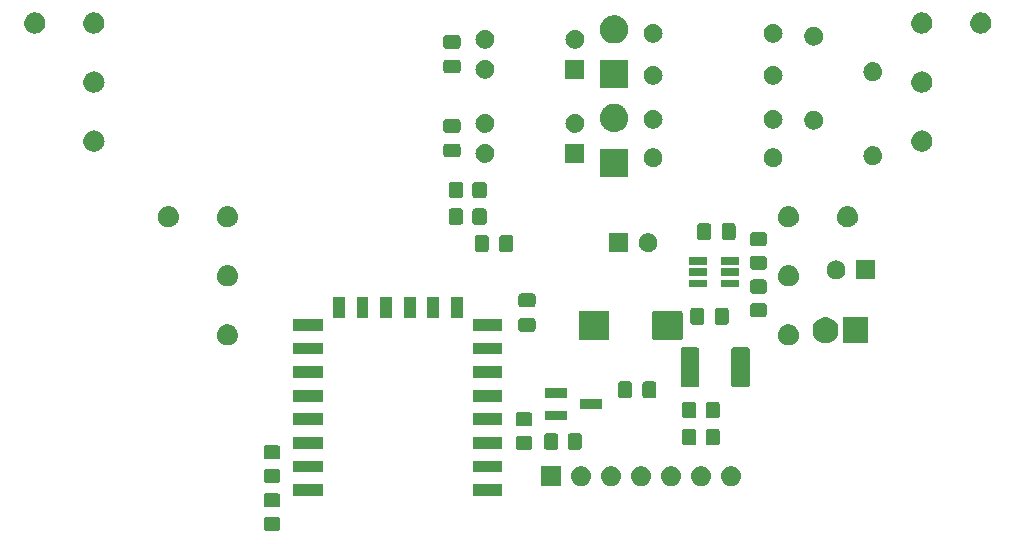
<source format=gts>
G04 #@! TF.GenerationSoftware,KiCad,Pcbnew,7.0.6*
G04 #@! TF.CreationDate,2023-08-17T21:06:19+02:00*
G04 #@! TF.ProjectId,esp-switch,6573702d-7377-4697-9463-682e6b696361,rev?*
G04 #@! TF.SameCoordinates,Original*
G04 #@! TF.FileFunction,Soldermask,Top*
G04 #@! TF.FilePolarity,Negative*
%FSLAX46Y46*%
G04 Gerber Fmt 4.6, Leading zero omitted, Abs format (unit mm)*
G04 Created by KiCad (PCBNEW 7.0.6) date 2023-08-17 21:06:19*
%MOMM*%
%LPD*%
G01*
G04 APERTURE LIST*
G04 APERTURE END LIST*
G36*
X24330850Y-42818964D02*
G01*
X24381040Y-42824787D01*
X24398189Y-42832359D01*
X24421671Y-42837030D01*
X24446810Y-42853827D01*
X24466696Y-42862608D01*
X24480277Y-42876189D01*
X24502777Y-42891223D01*
X24517810Y-42913722D01*
X24531391Y-42927303D01*
X24540170Y-42947186D01*
X24556970Y-42972329D01*
X24561641Y-42995812D01*
X24569212Y-43012959D01*
X24575033Y-43063139D01*
X24576000Y-43068000D01*
X24576000Y-43768000D01*
X24575032Y-43772863D01*
X24569212Y-43823040D01*
X24561641Y-43840185D01*
X24556970Y-43863671D01*
X24540169Y-43888815D01*
X24531391Y-43908696D01*
X24517812Y-43922274D01*
X24502777Y-43944777D01*
X24480274Y-43959812D01*
X24466696Y-43973391D01*
X24446815Y-43982169D01*
X24421671Y-43998970D01*
X24398185Y-44003641D01*
X24381040Y-44011212D01*
X24330861Y-44017032D01*
X24326000Y-44018000D01*
X23426000Y-44018000D01*
X23421138Y-44017032D01*
X23370959Y-44011212D01*
X23353812Y-44003641D01*
X23330329Y-43998970D01*
X23305186Y-43982170D01*
X23285303Y-43973391D01*
X23271722Y-43959810D01*
X23249223Y-43944777D01*
X23234189Y-43922277D01*
X23220608Y-43908696D01*
X23211827Y-43888810D01*
X23195030Y-43863671D01*
X23190359Y-43840189D01*
X23182787Y-43823040D01*
X23176964Y-43772849D01*
X23176000Y-43768000D01*
X23176000Y-43068000D01*
X23176964Y-43063150D01*
X23182787Y-43012959D01*
X23190359Y-42995808D01*
X23195030Y-42972329D01*
X23211826Y-42947191D01*
X23220608Y-42927303D01*
X23234191Y-42913719D01*
X23249223Y-42891223D01*
X23271719Y-42876191D01*
X23285303Y-42862608D01*
X23305191Y-42853826D01*
X23330329Y-42837030D01*
X23353808Y-42832359D01*
X23370959Y-42824787D01*
X23421151Y-42818964D01*
X23426000Y-42818000D01*
X24326000Y-42818000D01*
X24330850Y-42818964D01*
G37*
G36*
X24330850Y-40818964D02*
G01*
X24381040Y-40824787D01*
X24398189Y-40832359D01*
X24421671Y-40837030D01*
X24446810Y-40853827D01*
X24466696Y-40862608D01*
X24480277Y-40876189D01*
X24502777Y-40891223D01*
X24517810Y-40913722D01*
X24531391Y-40927303D01*
X24540170Y-40947186D01*
X24556970Y-40972329D01*
X24561641Y-40995812D01*
X24569212Y-41012959D01*
X24575033Y-41063139D01*
X24576000Y-41068000D01*
X24576000Y-41768000D01*
X24575032Y-41772863D01*
X24569212Y-41823040D01*
X24561641Y-41840185D01*
X24556970Y-41863671D01*
X24540169Y-41888815D01*
X24531391Y-41908696D01*
X24517812Y-41922274D01*
X24502777Y-41944777D01*
X24480274Y-41959812D01*
X24466696Y-41973391D01*
X24446815Y-41982169D01*
X24421671Y-41998970D01*
X24398185Y-42003641D01*
X24381040Y-42011212D01*
X24330861Y-42017032D01*
X24326000Y-42018000D01*
X23426000Y-42018000D01*
X23421138Y-42017032D01*
X23370959Y-42011212D01*
X23353812Y-42003641D01*
X23330329Y-41998970D01*
X23305186Y-41982170D01*
X23285303Y-41973391D01*
X23271722Y-41959810D01*
X23249223Y-41944777D01*
X23234189Y-41922277D01*
X23220608Y-41908696D01*
X23211827Y-41888810D01*
X23195030Y-41863671D01*
X23190359Y-41840189D01*
X23182787Y-41823040D01*
X23176964Y-41772849D01*
X23176000Y-41768000D01*
X23176000Y-41068000D01*
X23176964Y-41063150D01*
X23182787Y-41012959D01*
X23190359Y-40995808D01*
X23195030Y-40972329D01*
X23211826Y-40947191D01*
X23220608Y-40927303D01*
X23234191Y-40913719D01*
X23249223Y-40891223D01*
X23271719Y-40876191D01*
X23285303Y-40862608D01*
X23305191Y-40853826D01*
X23330329Y-40837030D01*
X23353808Y-40832359D01*
X23370959Y-40824787D01*
X23421151Y-40818964D01*
X23426000Y-40818000D01*
X24326000Y-40818000D01*
X24330850Y-40818964D01*
G37*
G36*
X28194000Y-41061600D02*
G01*
X25694000Y-41061600D01*
X25694000Y-40061600D01*
X28194000Y-40061600D01*
X28194000Y-41061600D01*
G37*
G36*
X43394000Y-41061600D02*
G01*
X40894000Y-41061600D01*
X40894000Y-40061600D01*
X43394000Y-40061600D01*
X43394000Y-41061600D01*
G37*
G36*
X48348000Y-40220000D02*
G01*
X46648000Y-40220000D01*
X46648000Y-38520000D01*
X48348000Y-38520000D01*
X48348000Y-40220000D01*
G37*
G36*
X50300664Y-38561602D02*
G01*
X50463000Y-38633878D01*
X50606761Y-38738327D01*
X50725664Y-38870383D01*
X50814514Y-39024274D01*
X50869425Y-39193275D01*
X50888000Y-39370000D01*
X50869425Y-39546725D01*
X50814514Y-39715726D01*
X50725664Y-39869617D01*
X50606761Y-40001673D01*
X50463000Y-40106122D01*
X50300664Y-40178398D01*
X50126849Y-40215344D01*
X49949151Y-40215344D01*
X49775336Y-40178398D01*
X49613000Y-40106122D01*
X49469239Y-40001673D01*
X49350336Y-39869617D01*
X49261486Y-39715726D01*
X49206575Y-39546725D01*
X49188000Y-39370000D01*
X49206575Y-39193275D01*
X49261486Y-39024274D01*
X49350336Y-38870383D01*
X49469239Y-38738327D01*
X49613000Y-38633878D01*
X49775336Y-38561602D01*
X49949151Y-38524656D01*
X50126849Y-38524656D01*
X50300664Y-38561602D01*
G37*
G36*
X52840664Y-38561602D02*
G01*
X53003000Y-38633878D01*
X53146761Y-38738327D01*
X53265664Y-38870383D01*
X53354514Y-39024274D01*
X53409425Y-39193275D01*
X53428000Y-39370000D01*
X53409425Y-39546725D01*
X53354514Y-39715726D01*
X53265664Y-39869617D01*
X53146761Y-40001673D01*
X53003000Y-40106122D01*
X52840664Y-40178398D01*
X52666849Y-40215344D01*
X52489151Y-40215344D01*
X52315336Y-40178398D01*
X52153000Y-40106122D01*
X52009239Y-40001673D01*
X51890336Y-39869617D01*
X51801486Y-39715726D01*
X51746575Y-39546725D01*
X51728000Y-39370000D01*
X51746575Y-39193275D01*
X51801486Y-39024274D01*
X51890336Y-38870383D01*
X52009239Y-38738327D01*
X52153000Y-38633878D01*
X52315336Y-38561602D01*
X52489151Y-38524656D01*
X52666849Y-38524656D01*
X52840664Y-38561602D01*
G37*
G36*
X55380664Y-38561602D02*
G01*
X55543000Y-38633878D01*
X55686761Y-38738327D01*
X55805664Y-38870383D01*
X55894514Y-39024274D01*
X55949425Y-39193275D01*
X55968000Y-39370000D01*
X55949425Y-39546725D01*
X55894514Y-39715726D01*
X55805664Y-39869617D01*
X55686761Y-40001673D01*
X55543000Y-40106122D01*
X55380664Y-40178398D01*
X55206849Y-40215344D01*
X55029151Y-40215344D01*
X54855336Y-40178398D01*
X54693000Y-40106122D01*
X54549239Y-40001673D01*
X54430336Y-39869617D01*
X54341486Y-39715726D01*
X54286575Y-39546725D01*
X54268000Y-39370000D01*
X54286575Y-39193275D01*
X54341486Y-39024274D01*
X54430336Y-38870383D01*
X54549239Y-38738327D01*
X54693000Y-38633878D01*
X54855336Y-38561602D01*
X55029151Y-38524656D01*
X55206849Y-38524656D01*
X55380664Y-38561602D01*
G37*
G36*
X57920664Y-38561602D02*
G01*
X58083000Y-38633878D01*
X58226761Y-38738327D01*
X58345664Y-38870383D01*
X58434514Y-39024274D01*
X58489425Y-39193275D01*
X58508000Y-39370000D01*
X58489425Y-39546725D01*
X58434514Y-39715726D01*
X58345664Y-39869617D01*
X58226761Y-40001673D01*
X58083000Y-40106122D01*
X57920664Y-40178398D01*
X57746849Y-40215344D01*
X57569151Y-40215344D01*
X57395336Y-40178398D01*
X57233000Y-40106122D01*
X57089239Y-40001673D01*
X56970336Y-39869617D01*
X56881486Y-39715726D01*
X56826575Y-39546725D01*
X56808000Y-39370000D01*
X56826575Y-39193275D01*
X56881486Y-39024274D01*
X56970336Y-38870383D01*
X57089239Y-38738327D01*
X57233000Y-38633878D01*
X57395336Y-38561602D01*
X57569151Y-38524656D01*
X57746849Y-38524656D01*
X57920664Y-38561602D01*
G37*
G36*
X60460664Y-38561602D02*
G01*
X60623000Y-38633878D01*
X60766761Y-38738327D01*
X60885664Y-38870383D01*
X60974514Y-39024274D01*
X61029425Y-39193275D01*
X61048000Y-39370000D01*
X61029425Y-39546725D01*
X60974514Y-39715726D01*
X60885664Y-39869617D01*
X60766761Y-40001673D01*
X60623000Y-40106122D01*
X60460664Y-40178398D01*
X60286849Y-40215344D01*
X60109151Y-40215344D01*
X59935336Y-40178398D01*
X59773000Y-40106122D01*
X59629239Y-40001673D01*
X59510336Y-39869617D01*
X59421486Y-39715726D01*
X59366575Y-39546725D01*
X59348000Y-39370000D01*
X59366575Y-39193275D01*
X59421486Y-39024274D01*
X59510336Y-38870383D01*
X59629239Y-38738327D01*
X59773000Y-38633878D01*
X59935336Y-38561602D01*
X60109151Y-38524656D01*
X60286849Y-38524656D01*
X60460664Y-38561602D01*
G37*
G36*
X63000664Y-38561602D02*
G01*
X63163000Y-38633878D01*
X63306761Y-38738327D01*
X63425664Y-38870383D01*
X63514514Y-39024274D01*
X63569425Y-39193275D01*
X63588000Y-39370000D01*
X63569425Y-39546725D01*
X63514514Y-39715726D01*
X63425664Y-39869617D01*
X63306761Y-40001673D01*
X63163000Y-40106122D01*
X63000664Y-40178398D01*
X62826849Y-40215344D01*
X62649151Y-40215344D01*
X62475336Y-40178398D01*
X62313000Y-40106122D01*
X62169239Y-40001673D01*
X62050336Y-39869617D01*
X61961486Y-39715726D01*
X61906575Y-39546725D01*
X61888000Y-39370000D01*
X61906575Y-39193275D01*
X61961486Y-39024274D01*
X62050336Y-38870383D01*
X62169239Y-38738327D01*
X62313000Y-38633878D01*
X62475336Y-38561602D01*
X62649151Y-38524656D01*
X62826849Y-38524656D01*
X63000664Y-38561602D01*
G37*
G36*
X24330850Y-38754964D02*
G01*
X24381040Y-38760787D01*
X24398189Y-38768359D01*
X24421671Y-38773030D01*
X24446810Y-38789827D01*
X24466696Y-38798608D01*
X24480277Y-38812189D01*
X24502777Y-38827223D01*
X24517810Y-38849722D01*
X24531391Y-38863303D01*
X24540170Y-38883186D01*
X24556970Y-38908329D01*
X24561641Y-38931812D01*
X24569212Y-38948959D01*
X24575033Y-38999139D01*
X24576000Y-39004000D01*
X24576000Y-39704000D01*
X24575032Y-39708863D01*
X24569212Y-39759040D01*
X24561641Y-39776185D01*
X24556970Y-39799671D01*
X24540169Y-39824815D01*
X24531391Y-39844696D01*
X24517812Y-39858274D01*
X24502777Y-39880777D01*
X24480274Y-39895812D01*
X24466696Y-39909391D01*
X24446815Y-39918169D01*
X24421671Y-39934970D01*
X24398185Y-39939641D01*
X24381040Y-39947212D01*
X24330861Y-39953032D01*
X24326000Y-39954000D01*
X23426000Y-39954000D01*
X23421138Y-39953032D01*
X23370959Y-39947212D01*
X23353812Y-39939641D01*
X23330329Y-39934970D01*
X23305186Y-39918170D01*
X23285303Y-39909391D01*
X23271722Y-39895810D01*
X23249223Y-39880777D01*
X23234189Y-39858277D01*
X23220608Y-39844696D01*
X23211827Y-39824810D01*
X23195030Y-39799671D01*
X23190359Y-39776189D01*
X23182787Y-39759040D01*
X23176964Y-39708849D01*
X23176000Y-39704000D01*
X23176000Y-39004000D01*
X23176964Y-38999150D01*
X23182787Y-38948959D01*
X23190359Y-38931808D01*
X23195030Y-38908329D01*
X23211826Y-38883191D01*
X23220608Y-38863303D01*
X23234191Y-38849719D01*
X23249223Y-38827223D01*
X23271719Y-38812191D01*
X23285303Y-38798608D01*
X23305191Y-38789826D01*
X23330329Y-38773030D01*
X23353808Y-38768359D01*
X23370959Y-38760787D01*
X23421151Y-38754964D01*
X23426000Y-38754000D01*
X24326000Y-38754000D01*
X24330850Y-38754964D01*
G37*
G36*
X28194000Y-39061600D02*
G01*
X25694000Y-39061600D01*
X25694000Y-38061600D01*
X28194000Y-38061600D01*
X28194000Y-39061600D01*
G37*
G36*
X43394000Y-39061600D02*
G01*
X40894000Y-39061600D01*
X40894000Y-38061600D01*
X43394000Y-38061600D01*
X43394000Y-39061600D01*
G37*
G36*
X24330850Y-36754964D02*
G01*
X24381040Y-36760787D01*
X24398189Y-36768359D01*
X24421671Y-36773030D01*
X24446810Y-36789827D01*
X24466696Y-36798608D01*
X24480277Y-36812189D01*
X24502777Y-36827223D01*
X24517810Y-36849722D01*
X24531391Y-36863303D01*
X24540170Y-36883186D01*
X24556970Y-36908329D01*
X24561641Y-36931812D01*
X24569212Y-36948959D01*
X24575033Y-36999139D01*
X24576000Y-37004000D01*
X24576000Y-37704000D01*
X24575032Y-37708863D01*
X24569212Y-37759040D01*
X24561641Y-37776185D01*
X24556970Y-37799671D01*
X24540169Y-37824815D01*
X24531391Y-37844696D01*
X24517812Y-37858274D01*
X24502777Y-37880777D01*
X24480274Y-37895812D01*
X24466696Y-37909391D01*
X24446815Y-37918169D01*
X24421671Y-37934970D01*
X24398185Y-37939641D01*
X24381040Y-37947212D01*
X24330861Y-37953032D01*
X24326000Y-37954000D01*
X23426000Y-37954000D01*
X23421138Y-37953032D01*
X23370959Y-37947212D01*
X23353812Y-37939641D01*
X23330329Y-37934970D01*
X23305186Y-37918170D01*
X23285303Y-37909391D01*
X23271722Y-37895810D01*
X23249223Y-37880777D01*
X23234189Y-37858277D01*
X23220608Y-37844696D01*
X23211827Y-37824810D01*
X23195030Y-37799671D01*
X23190359Y-37776189D01*
X23182787Y-37759040D01*
X23176964Y-37708849D01*
X23176000Y-37704000D01*
X23176000Y-37004000D01*
X23176964Y-36999150D01*
X23182787Y-36948959D01*
X23190359Y-36931808D01*
X23195030Y-36908329D01*
X23211826Y-36883191D01*
X23220608Y-36863303D01*
X23234191Y-36849719D01*
X23249223Y-36827223D01*
X23271719Y-36812191D01*
X23285303Y-36798608D01*
X23305191Y-36789826D01*
X23330329Y-36773030D01*
X23353808Y-36768359D01*
X23370959Y-36760787D01*
X23421151Y-36754964D01*
X23426000Y-36754000D01*
X24326000Y-36754000D01*
X24330850Y-36754964D01*
G37*
G36*
X45666850Y-35960964D02*
G01*
X45717040Y-35966787D01*
X45734189Y-35974359D01*
X45757671Y-35979030D01*
X45782810Y-35995827D01*
X45802696Y-36004608D01*
X45816277Y-36018189D01*
X45838777Y-36033223D01*
X45853810Y-36055722D01*
X45867391Y-36069303D01*
X45876170Y-36089186D01*
X45892970Y-36114329D01*
X45897641Y-36137812D01*
X45905212Y-36154959D01*
X45911033Y-36205139D01*
X45912000Y-36210000D01*
X45912000Y-36910000D01*
X45911032Y-36914863D01*
X45905212Y-36965040D01*
X45897641Y-36982185D01*
X45892970Y-37005671D01*
X45876169Y-37030815D01*
X45867391Y-37050696D01*
X45853812Y-37064274D01*
X45838777Y-37086777D01*
X45816274Y-37101812D01*
X45802696Y-37115391D01*
X45782815Y-37124169D01*
X45757671Y-37140970D01*
X45734185Y-37145641D01*
X45717040Y-37153212D01*
X45666861Y-37159032D01*
X45662000Y-37160000D01*
X44762000Y-37160000D01*
X44757138Y-37159032D01*
X44706959Y-37153212D01*
X44689812Y-37145641D01*
X44666329Y-37140970D01*
X44641186Y-37124170D01*
X44621303Y-37115391D01*
X44607722Y-37101810D01*
X44585223Y-37086777D01*
X44570189Y-37064277D01*
X44556608Y-37050696D01*
X44547827Y-37030810D01*
X44531030Y-37005671D01*
X44526359Y-36982189D01*
X44518787Y-36965040D01*
X44512964Y-36914849D01*
X44512000Y-36910000D01*
X44512000Y-36210000D01*
X44512964Y-36205150D01*
X44518787Y-36154959D01*
X44526359Y-36137808D01*
X44531030Y-36114329D01*
X44547826Y-36089191D01*
X44556608Y-36069303D01*
X44570191Y-36055719D01*
X44585223Y-36033223D01*
X44607719Y-36018191D01*
X44621303Y-36004608D01*
X44641191Y-35995826D01*
X44666329Y-35979030D01*
X44689808Y-35974359D01*
X44706959Y-35966787D01*
X44757151Y-35960964D01*
X44762000Y-35960000D01*
X45662000Y-35960000D01*
X45666850Y-35960964D01*
G37*
G36*
X47868850Y-35749964D02*
G01*
X47919040Y-35755787D01*
X47936189Y-35763359D01*
X47959671Y-35768030D01*
X47984810Y-35784827D01*
X48004696Y-35793608D01*
X48018277Y-35807189D01*
X48040777Y-35822223D01*
X48055810Y-35844722D01*
X48069391Y-35858303D01*
X48078170Y-35878186D01*
X48094970Y-35903329D01*
X48099641Y-35926812D01*
X48107212Y-35943959D01*
X48113033Y-35994139D01*
X48114000Y-35999000D01*
X48114000Y-36899000D01*
X48113032Y-36903863D01*
X48107212Y-36954040D01*
X48099641Y-36971185D01*
X48094970Y-36994671D01*
X48078169Y-37019815D01*
X48069391Y-37039696D01*
X48055812Y-37053274D01*
X48040777Y-37075777D01*
X48018274Y-37090812D01*
X48004696Y-37104391D01*
X47984815Y-37113169D01*
X47959671Y-37129970D01*
X47936185Y-37134641D01*
X47919040Y-37142212D01*
X47868861Y-37148032D01*
X47864000Y-37149000D01*
X47164000Y-37149000D01*
X47159138Y-37148032D01*
X47108959Y-37142212D01*
X47091812Y-37134641D01*
X47068329Y-37129970D01*
X47043186Y-37113170D01*
X47023303Y-37104391D01*
X47009722Y-37090810D01*
X46987223Y-37075777D01*
X46972189Y-37053277D01*
X46958608Y-37039696D01*
X46949827Y-37019810D01*
X46933030Y-36994671D01*
X46928359Y-36971189D01*
X46920787Y-36954040D01*
X46914964Y-36903849D01*
X46914000Y-36899000D01*
X46914000Y-35999000D01*
X46914964Y-35994150D01*
X46920787Y-35943959D01*
X46928359Y-35926808D01*
X46933030Y-35903329D01*
X46949826Y-35878191D01*
X46958608Y-35858303D01*
X46972191Y-35844719D01*
X46987223Y-35822223D01*
X47009719Y-35807191D01*
X47023303Y-35793608D01*
X47043191Y-35784826D01*
X47068329Y-35768030D01*
X47091808Y-35763359D01*
X47108959Y-35755787D01*
X47159151Y-35749964D01*
X47164000Y-35749000D01*
X47864000Y-35749000D01*
X47868850Y-35749964D01*
G37*
G36*
X49868850Y-35749964D02*
G01*
X49919040Y-35755787D01*
X49936189Y-35763359D01*
X49959671Y-35768030D01*
X49984810Y-35784827D01*
X50004696Y-35793608D01*
X50018277Y-35807189D01*
X50040777Y-35822223D01*
X50055810Y-35844722D01*
X50069391Y-35858303D01*
X50078170Y-35878186D01*
X50094970Y-35903329D01*
X50099641Y-35926812D01*
X50107212Y-35943959D01*
X50113033Y-35994139D01*
X50114000Y-35999000D01*
X50114000Y-36899000D01*
X50113032Y-36903863D01*
X50107212Y-36954040D01*
X50099641Y-36971185D01*
X50094970Y-36994671D01*
X50078169Y-37019815D01*
X50069391Y-37039696D01*
X50055812Y-37053274D01*
X50040777Y-37075777D01*
X50018274Y-37090812D01*
X50004696Y-37104391D01*
X49984815Y-37113169D01*
X49959671Y-37129970D01*
X49936185Y-37134641D01*
X49919040Y-37142212D01*
X49868861Y-37148032D01*
X49864000Y-37149000D01*
X49164000Y-37149000D01*
X49159138Y-37148032D01*
X49108959Y-37142212D01*
X49091812Y-37134641D01*
X49068329Y-37129970D01*
X49043186Y-37113170D01*
X49023303Y-37104391D01*
X49009722Y-37090810D01*
X48987223Y-37075777D01*
X48972189Y-37053277D01*
X48958608Y-37039696D01*
X48949827Y-37019810D01*
X48933030Y-36994671D01*
X48928359Y-36971189D01*
X48920787Y-36954040D01*
X48914964Y-36903849D01*
X48914000Y-36899000D01*
X48914000Y-35999000D01*
X48914964Y-35994150D01*
X48920787Y-35943959D01*
X48928359Y-35926808D01*
X48933030Y-35903329D01*
X48949826Y-35878191D01*
X48958608Y-35858303D01*
X48972191Y-35844719D01*
X48987223Y-35822223D01*
X49009719Y-35807191D01*
X49023303Y-35793608D01*
X49043191Y-35784826D01*
X49068329Y-35768030D01*
X49091808Y-35763359D01*
X49108959Y-35755787D01*
X49159151Y-35749964D01*
X49164000Y-35749000D01*
X49864000Y-35749000D01*
X49868850Y-35749964D01*
G37*
G36*
X28194000Y-37061600D02*
G01*
X25694000Y-37061600D01*
X25694000Y-36061600D01*
X28194000Y-36061600D01*
X28194000Y-37061600D01*
G37*
G36*
X43394000Y-37061600D02*
G01*
X40894000Y-37061600D01*
X40894000Y-36061600D01*
X43394000Y-36061600D01*
X43394000Y-37061600D01*
G37*
G36*
X59552850Y-35368964D02*
G01*
X59603040Y-35374787D01*
X59620189Y-35382359D01*
X59643671Y-35387030D01*
X59668810Y-35403827D01*
X59688696Y-35412608D01*
X59702277Y-35426189D01*
X59724777Y-35441223D01*
X59739810Y-35463722D01*
X59753391Y-35477303D01*
X59762170Y-35497186D01*
X59778970Y-35522329D01*
X59783641Y-35545812D01*
X59791212Y-35562959D01*
X59797033Y-35613139D01*
X59798000Y-35618000D01*
X59798000Y-36518000D01*
X59797032Y-36522863D01*
X59791212Y-36573040D01*
X59783641Y-36590185D01*
X59778970Y-36613671D01*
X59762169Y-36638815D01*
X59753391Y-36658696D01*
X59739812Y-36672274D01*
X59724777Y-36694777D01*
X59702274Y-36709812D01*
X59688696Y-36723391D01*
X59668815Y-36732169D01*
X59643671Y-36748970D01*
X59620185Y-36753641D01*
X59603040Y-36761212D01*
X59552861Y-36767032D01*
X59548000Y-36768000D01*
X58848000Y-36768000D01*
X58843138Y-36767032D01*
X58792959Y-36761212D01*
X58775812Y-36753641D01*
X58752329Y-36748970D01*
X58727186Y-36732170D01*
X58707303Y-36723391D01*
X58693722Y-36709810D01*
X58671223Y-36694777D01*
X58656189Y-36672277D01*
X58642608Y-36658696D01*
X58633827Y-36638810D01*
X58617030Y-36613671D01*
X58612359Y-36590189D01*
X58604787Y-36573040D01*
X58598964Y-36522849D01*
X58598000Y-36518000D01*
X58598000Y-35618000D01*
X58598964Y-35613150D01*
X58604787Y-35562959D01*
X58612359Y-35545808D01*
X58617030Y-35522329D01*
X58633826Y-35497191D01*
X58642608Y-35477303D01*
X58656191Y-35463719D01*
X58671223Y-35441223D01*
X58693719Y-35426191D01*
X58707303Y-35412608D01*
X58727191Y-35403826D01*
X58752329Y-35387030D01*
X58775808Y-35382359D01*
X58792959Y-35374787D01*
X58843151Y-35368964D01*
X58848000Y-35368000D01*
X59548000Y-35368000D01*
X59552850Y-35368964D01*
G37*
G36*
X61552850Y-35368964D02*
G01*
X61603040Y-35374787D01*
X61620189Y-35382359D01*
X61643671Y-35387030D01*
X61668810Y-35403827D01*
X61688696Y-35412608D01*
X61702277Y-35426189D01*
X61724777Y-35441223D01*
X61739810Y-35463722D01*
X61753391Y-35477303D01*
X61762170Y-35497186D01*
X61778970Y-35522329D01*
X61783641Y-35545812D01*
X61791212Y-35562959D01*
X61797033Y-35613139D01*
X61798000Y-35618000D01*
X61798000Y-36518000D01*
X61797032Y-36522863D01*
X61791212Y-36573040D01*
X61783641Y-36590185D01*
X61778970Y-36613671D01*
X61762169Y-36638815D01*
X61753391Y-36658696D01*
X61739812Y-36672274D01*
X61724777Y-36694777D01*
X61702274Y-36709812D01*
X61688696Y-36723391D01*
X61668815Y-36732169D01*
X61643671Y-36748970D01*
X61620185Y-36753641D01*
X61603040Y-36761212D01*
X61552861Y-36767032D01*
X61548000Y-36768000D01*
X60848000Y-36768000D01*
X60843138Y-36767032D01*
X60792959Y-36761212D01*
X60775812Y-36753641D01*
X60752329Y-36748970D01*
X60727186Y-36732170D01*
X60707303Y-36723391D01*
X60693722Y-36709810D01*
X60671223Y-36694777D01*
X60656189Y-36672277D01*
X60642608Y-36658696D01*
X60633827Y-36638810D01*
X60617030Y-36613671D01*
X60612359Y-36590189D01*
X60604787Y-36573040D01*
X60598964Y-36522849D01*
X60598000Y-36518000D01*
X60598000Y-35618000D01*
X60598964Y-35613150D01*
X60604787Y-35562959D01*
X60612359Y-35545808D01*
X60617030Y-35522329D01*
X60633826Y-35497191D01*
X60642608Y-35477303D01*
X60656191Y-35463719D01*
X60671223Y-35441223D01*
X60693719Y-35426191D01*
X60707303Y-35412608D01*
X60727191Y-35403826D01*
X60752329Y-35387030D01*
X60775808Y-35382359D01*
X60792959Y-35374787D01*
X60843151Y-35368964D01*
X60848000Y-35368000D01*
X61548000Y-35368000D01*
X61552850Y-35368964D01*
G37*
G36*
X45666850Y-33960964D02*
G01*
X45717040Y-33966787D01*
X45734189Y-33974359D01*
X45757671Y-33979030D01*
X45782810Y-33995827D01*
X45802696Y-34004608D01*
X45816277Y-34018189D01*
X45838777Y-34033223D01*
X45853810Y-34055722D01*
X45867391Y-34069303D01*
X45876170Y-34089186D01*
X45892970Y-34114329D01*
X45897641Y-34137812D01*
X45905212Y-34154959D01*
X45911033Y-34205139D01*
X45912000Y-34210000D01*
X45912000Y-34910000D01*
X45911032Y-34914863D01*
X45905212Y-34965040D01*
X45897641Y-34982185D01*
X45892970Y-35005671D01*
X45876169Y-35030815D01*
X45867391Y-35050696D01*
X45853812Y-35064274D01*
X45838777Y-35086777D01*
X45816274Y-35101812D01*
X45802696Y-35115391D01*
X45782815Y-35124169D01*
X45757671Y-35140970D01*
X45734185Y-35145641D01*
X45717040Y-35153212D01*
X45666861Y-35159032D01*
X45662000Y-35160000D01*
X44762000Y-35160000D01*
X44757138Y-35159032D01*
X44706959Y-35153212D01*
X44689812Y-35145641D01*
X44666329Y-35140970D01*
X44641186Y-35124170D01*
X44621303Y-35115391D01*
X44607722Y-35101810D01*
X44585223Y-35086777D01*
X44570189Y-35064277D01*
X44556608Y-35050696D01*
X44547827Y-35030810D01*
X44531030Y-35005671D01*
X44526359Y-34982189D01*
X44518787Y-34965040D01*
X44512964Y-34914849D01*
X44512000Y-34910000D01*
X44512000Y-34210000D01*
X44512964Y-34205150D01*
X44518787Y-34154959D01*
X44526359Y-34137808D01*
X44531030Y-34114329D01*
X44547826Y-34089191D01*
X44556608Y-34069303D01*
X44570191Y-34055719D01*
X44585223Y-34033223D01*
X44607719Y-34018191D01*
X44621303Y-34004608D01*
X44641191Y-33995826D01*
X44666329Y-33979030D01*
X44689808Y-33974359D01*
X44706959Y-33966787D01*
X44757151Y-33960964D01*
X44762000Y-33960000D01*
X45662000Y-33960000D01*
X45666850Y-33960964D01*
G37*
G36*
X28194000Y-35061600D02*
G01*
X25694000Y-35061600D01*
X25694000Y-34061600D01*
X28194000Y-34061600D01*
X28194000Y-35061600D01*
G37*
G36*
X43394000Y-35061600D02*
G01*
X40894000Y-35061600D01*
X40894000Y-34061600D01*
X43394000Y-34061600D01*
X43394000Y-35061600D01*
G37*
G36*
X48853000Y-34624000D02*
G01*
X46953000Y-34624000D01*
X46953000Y-33824000D01*
X48853000Y-33824000D01*
X48853000Y-34624000D01*
G37*
G36*
X59552850Y-33082964D02*
G01*
X59603040Y-33088787D01*
X59620189Y-33096359D01*
X59643671Y-33101030D01*
X59668810Y-33117827D01*
X59688696Y-33126608D01*
X59702277Y-33140189D01*
X59724777Y-33155223D01*
X59739810Y-33177722D01*
X59753391Y-33191303D01*
X59762170Y-33211186D01*
X59778970Y-33236329D01*
X59783641Y-33259812D01*
X59791212Y-33276959D01*
X59797033Y-33327139D01*
X59798000Y-33332000D01*
X59798000Y-34232000D01*
X59797032Y-34236863D01*
X59791212Y-34287040D01*
X59783641Y-34304185D01*
X59778970Y-34327671D01*
X59762169Y-34352815D01*
X59753391Y-34372696D01*
X59739812Y-34386274D01*
X59724777Y-34408777D01*
X59702274Y-34423812D01*
X59688696Y-34437391D01*
X59668815Y-34446169D01*
X59643671Y-34462970D01*
X59620185Y-34467641D01*
X59603040Y-34475212D01*
X59552861Y-34481032D01*
X59548000Y-34482000D01*
X58848000Y-34482000D01*
X58843138Y-34481032D01*
X58792959Y-34475212D01*
X58775812Y-34467641D01*
X58752329Y-34462970D01*
X58727186Y-34446170D01*
X58707303Y-34437391D01*
X58693722Y-34423810D01*
X58671223Y-34408777D01*
X58656189Y-34386277D01*
X58642608Y-34372696D01*
X58633827Y-34352810D01*
X58617030Y-34327671D01*
X58612359Y-34304189D01*
X58604787Y-34287040D01*
X58598964Y-34236849D01*
X58598000Y-34232000D01*
X58598000Y-33332000D01*
X58598964Y-33327150D01*
X58604787Y-33276959D01*
X58612359Y-33259808D01*
X58617030Y-33236329D01*
X58633826Y-33211191D01*
X58642608Y-33191303D01*
X58656191Y-33177719D01*
X58671223Y-33155223D01*
X58693719Y-33140191D01*
X58707303Y-33126608D01*
X58727191Y-33117826D01*
X58752329Y-33101030D01*
X58775808Y-33096359D01*
X58792959Y-33088787D01*
X58843151Y-33082964D01*
X58848000Y-33082000D01*
X59548000Y-33082000D01*
X59552850Y-33082964D01*
G37*
G36*
X61552850Y-33082964D02*
G01*
X61603040Y-33088787D01*
X61620189Y-33096359D01*
X61643671Y-33101030D01*
X61668810Y-33117827D01*
X61688696Y-33126608D01*
X61702277Y-33140189D01*
X61724777Y-33155223D01*
X61739810Y-33177722D01*
X61753391Y-33191303D01*
X61762170Y-33211186D01*
X61778970Y-33236329D01*
X61783641Y-33259812D01*
X61791212Y-33276959D01*
X61797033Y-33327139D01*
X61798000Y-33332000D01*
X61798000Y-34232000D01*
X61797032Y-34236863D01*
X61791212Y-34287040D01*
X61783641Y-34304185D01*
X61778970Y-34327671D01*
X61762169Y-34352815D01*
X61753391Y-34372696D01*
X61739812Y-34386274D01*
X61724777Y-34408777D01*
X61702274Y-34423812D01*
X61688696Y-34437391D01*
X61668815Y-34446169D01*
X61643671Y-34462970D01*
X61620185Y-34467641D01*
X61603040Y-34475212D01*
X61552861Y-34481032D01*
X61548000Y-34482000D01*
X60848000Y-34482000D01*
X60843138Y-34481032D01*
X60792959Y-34475212D01*
X60775812Y-34467641D01*
X60752329Y-34462970D01*
X60727186Y-34446170D01*
X60707303Y-34437391D01*
X60693722Y-34423810D01*
X60671223Y-34408777D01*
X60656189Y-34386277D01*
X60642608Y-34372696D01*
X60633827Y-34352810D01*
X60617030Y-34327671D01*
X60612359Y-34304189D01*
X60604787Y-34287040D01*
X60598964Y-34236849D01*
X60598000Y-34232000D01*
X60598000Y-33332000D01*
X60598964Y-33327150D01*
X60604787Y-33276959D01*
X60612359Y-33259808D01*
X60617030Y-33236329D01*
X60633826Y-33211191D01*
X60642608Y-33191303D01*
X60656191Y-33177719D01*
X60671223Y-33155223D01*
X60693719Y-33140191D01*
X60707303Y-33126608D01*
X60727191Y-33117826D01*
X60752329Y-33101030D01*
X60775808Y-33096359D01*
X60792959Y-33088787D01*
X60843151Y-33082964D01*
X60848000Y-33082000D01*
X61548000Y-33082000D01*
X61552850Y-33082964D01*
G37*
G36*
X51853000Y-33674000D02*
G01*
X49953000Y-33674000D01*
X49953000Y-32874000D01*
X51853000Y-32874000D01*
X51853000Y-33674000D01*
G37*
G36*
X28194000Y-33061600D02*
G01*
X25694000Y-33061600D01*
X25694000Y-32061600D01*
X28194000Y-32061600D01*
X28194000Y-33061600D01*
G37*
G36*
X43394000Y-33061600D02*
G01*
X40894000Y-33061600D01*
X40894000Y-32061600D01*
X43394000Y-32061600D01*
X43394000Y-33061600D01*
G37*
G36*
X54102850Y-31340964D02*
G01*
X54153040Y-31346787D01*
X54170189Y-31354359D01*
X54193671Y-31359030D01*
X54218810Y-31375827D01*
X54238696Y-31384608D01*
X54252277Y-31398189D01*
X54274777Y-31413223D01*
X54289810Y-31435722D01*
X54303391Y-31449303D01*
X54312170Y-31469186D01*
X54328970Y-31494329D01*
X54333641Y-31517812D01*
X54341212Y-31534959D01*
X54347033Y-31585139D01*
X54348000Y-31590000D01*
X54348000Y-32540000D01*
X54347032Y-32544863D01*
X54341212Y-32595040D01*
X54333641Y-32612185D01*
X54328970Y-32635671D01*
X54312169Y-32660815D01*
X54303391Y-32680696D01*
X54289812Y-32694274D01*
X54274777Y-32716777D01*
X54252274Y-32731812D01*
X54238696Y-32745391D01*
X54218815Y-32754169D01*
X54193671Y-32770970D01*
X54170185Y-32775641D01*
X54153040Y-32783212D01*
X54102861Y-32789032D01*
X54098000Y-32790000D01*
X53423000Y-32790000D01*
X53418138Y-32789032D01*
X53367959Y-32783212D01*
X53350812Y-32775641D01*
X53327329Y-32770970D01*
X53302186Y-32754170D01*
X53282303Y-32745391D01*
X53268722Y-32731810D01*
X53246223Y-32716777D01*
X53231189Y-32694277D01*
X53217608Y-32680696D01*
X53208827Y-32660810D01*
X53192030Y-32635671D01*
X53187359Y-32612189D01*
X53179787Y-32595040D01*
X53173964Y-32544849D01*
X53173000Y-32540000D01*
X53173000Y-31590000D01*
X53173964Y-31585150D01*
X53179787Y-31534959D01*
X53187359Y-31517808D01*
X53192030Y-31494329D01*
X53208826Y-31469191D01*
X53217608Y-31449303D01*
X53231191Y-31435719D01*
X53246223Y-31413223D01*
X53268719Y-31398191D01*
X53282303Y-31384608D01*
X53302191Y-31375826D01*
X53327329Y-31359030D01*
X53350808Y-31354359D01*
X53367959Y-31346787D01*
X53418151Y-31340964D01*
X53423000Y-31340000D01*
X54098000Y-31340000D01*
X54102850Y-31340964D01*
G37*
G36*
X56177850Y-31340964D02*
G01*
X56228040Y-31346787D01*
X56245189Y-31354359D01*
X56268671Y-31359030D01*
X56293810Y-31375827D01*
X56313696Y-31384608D01*
X56327277Y-31398189D01*
X56349777Y-31413223D01*
X56364810Y-31435722D01*
X56378391Y-31449303D01*
X56387170Y-31469186D01*
X56403970Y-31494329D01*
X56408641Y-31517812D01*
X56416212Y-31534959D01*
X56422033Y-31585139D01*
X56423000Y-31590000D01*
X56423000Y-32540000D01*
X56422032Y-32544863D01*
X56416212Y-32595040D01*
X56408641Y-32612185D01*
X56403970Y-32635671D01*
X56387169Y-32660815D01*
X56378391Y-32680696D01*
X56364812Y-32694274D01*
X56349777Y-32716777D01*
X56327274Y-32731812D01*
X56313696Y-32745391D01*
X56293815Y-32754169D01*
X56268671Y-32770970D01*
X56245185Y-32775641D01*
X56228040Y-32783212D01*
X56177861Y-32789032D01*
X56173000Y-32790000D01*
X55498000Y-32790000D01*
X55493138Y-32789032D01*
X55442959Y-32783212D01*
X55425812Y-32775641D01*
X55402329Y-32770970D01*
X55377186Y-32754170D01*
X55357303Y-32745391D01*
X55343722Y-32731810D01*
X55321223Y-32716777D01*
X55306189Y-32694277D01*
X55292608Y-32680696D01*
X55283827Y-32660810D01*
X55267030Y-32635671D01*
X55262359Y-32612189D01*
X55254787Y-32595040D01*
X55248964Y-32544849D01*
X55248000Y-32540000D01*
X55248000Y-31590000D01*
X55248964Y-31585150D01*
X55254787Y-31534959D01*
X55262359Y-31517808D01*
X55267030Y-31494329D01*
X55283826Y-31469191D01*
X55292608Y-31449303D01*
X55306191Y-31435719D01*
X55321223Y-31413223D01*
X55343719Y-31398191D01*
X55357303Y-31384608D01*
X55377191Y-31375826D01*
X55402329Y-31359030D01*
X55425808Y-31354359D01*
X55442959Y-31346787D01*
X55493151Y-31340964D01*
X55498000Y-31340000D01*
X56173000Y-31340000D01*
X56177850Y-31340964D01*
G37*
G36*
X48853000Y-32724000D02*
G01*
X46953000Y-32724000D01*
X46953000Y-31924000D01*
X48853000Y-31924000D01*
X48853000Y-32724000D01*
G37*
G36*
X59806850Y-28460964D02*
G01*
X59857040Y-28466787D01*
X59874189Y-28474359D01*
X59897671Y-28479030D01*
X59922810Y-28495827D01*
X59942696Y-28504608D01*
X59956277Y-28518189D01*
X59978777Y-28533223D01*
X59993810Y-28555722D01*
X60007391Y-28569303D01*
X60016170Y-28589186D01*
X60032970Y-28614329D01*
X60037641Y-28637812D01*
X60045212Y-28654959D01*
X60051033Y-28705139D01*
X60052000Y-28710000D01*
X60052000Y-31610000D01*
X60051032Y-31614863D01*
X60045212Y-31665040D01*
X60037641Y-31682185D01*
X60032970Y-31705671D01*
X60016169Y-31730815D01*
X60007391Y-31750696D01*
X59993812Y-31764274D01*
X59978777Y-31786777D01*
X59956274Y-31801812D01*
X59942696Y-31815391D01*
X59922815Y-31824169D01*
X59897671Y-31840970D01*
X59874185Y-31845641D01*
X59857040Y-31853212D01*
X59806861Y-31859032D01*
X59802000Y-31860000D01*
X58727000Y-31860000D01*
X58722138Y-31859032D01*
X58671959Y-31853212D01*
X58654812Y-31845641D01*
X58631329Y-31840970D01*
X58606186Y-31824170D01*
X58586303Y-31815391D01*
X58572722Y-31801810D01*
X58550223Y-31786777D01*
X58535189Y-31764277D01*
X58521608Y-31750696D01*
X58512827Y-31730810D01*
X58496030Y-31705671D01*
X58491359Y-31682189D01*
X58483787Y-31665040D01*
X58477964Y-31614849D01*
X58477000Y-31610000D01*
X58477000Y-28710000D01*
X58477964Y-28705150D01*
X58483787Y-28654959D01*
X58491359Y-28637808D01*
X58496030Y-28614329D01*
X58512826Y-28589191D01*
X58521608Y-28569303D01*
X58535191Y-28555719D01*
X58550223Y-28533223D01*
X58572719Y-28518191D01*
X58586303Y-28504608D01*
X58606191Y-28495826D01*
X58631329Y-28479030D01*
X58654808Y-28474359D01*
X58671959Y-28466787D01*
X58722151Y-28460964D01*
X58727000Y-28460000D01*
X59802000Y-28460000D01*
X59806850Y-28460964D01*
G37*
G36*
X64081850Y-28460964D02*
G01*
X64132040Y-28466787D01*
X64149189Y-28474359D01*
X64172671Y-28479030D01*
X64197810Y-28495827D01*
X64217696Y-28504608D01*
X64231277Y-28518189D01*
X64253777Y-28533223D01*
X64268810Y-28555722D01*
X64282391Y-28569303D01*
X64291170Y-28589186D01*
X64307970Y-28614329D01*
X64312641Y-28637812D01*
X64320212Y-28654959D01*
X64326033Y-28705139D01*
X64327000Y-28710000D01*
X64327000Y-31610000D01*
X64326032Y-31614863D01*
X64320212Y-31665040D01*
X64312641Y-31682185D01*
X64307970Y-31705671D01*
X64291169Y-31730815D01*
X64282391Y-31750696D01*
X64268812Y-31764274D01*
X64253777Y-31786777D01*
X64231274Y-31801812D01*
X64217696Y-31815391D01*
X64197815Y-31824169D01*
X64172671Y-31840970D01*
X64149185Y-31845641D01*
X64132040Y-31853212D01*
X64081861Y-31859032D01*
X64077000Y-31860000D01*
X63002000Y-31860000D01*
X62997138Y-31859032D01*
X62946959Y-31853212D01*
X62929812Y-31845641D01*
X62906329Y-31840970D01*
X62881186Y-31824170D01*
X62861303Y-31815391D01*
X62847722Y-31801810D01*
X62825223Y-31786777D01*
X62810189Y-31764277D01*
X62796608Y-31750696D01*
X62787827Y-31730810D01*
X62771030Y-31705671D01*
X62766359Y-31682189D01*
X62758787Y-31665040D01*
X62752964Y-31614849D01*
X62752000Y-31610000D01*
X62752000Y-28710000D01*
X62752964Y-28705150D01*
X62758787Y-28654959D01*
X62766359Y-28637808D01*
X62771030Y-28614329D01*
X62787826Y-28589191D01*
X62796608Y-28569303D01*
X62810191Y-28555719D01*
X62825223Y-28533223D01*
X62847719Y-28518191D01*
X62861303Y-28504608D01*
X62881191Y-28495826D01*
X62906329Y-28479030D01*
X62929808Y-28474359D01*
X62946959Y-28466787D01*
X62997151Y-28460964D01*
X63002000Y-28460000D01*
X64077000Y-28460000D01*
X64081850Y-28460964D01*
G37*
G36*
X28194000Y-31061600D02*
G01*
X25694000Y-31061600D01*
X25694000Y-30061600D01*
X28194000Y-30061600D01*
X28194000Y-31061600D01*
G37*
G36*
X43394000Y-31061600D02*
G01*
X40894000Y-31061600D01*
X40894000Y-30061600D01*
X43394000Y-30061600D01*
X43394000Y-31061600D01*
G37*
G36*
X28194000Y-29061600D02*
G01*
X25694000Y-29061600D01*
X25694000Y-28061600D01*
X28194000Y-28061600D01*
X28194000Y-29061600D01*
G37*
G36*
X43394000Y-29061600D02*
G01*
X40894000Y-29061600D01*
X40894000Y-28061600D01*
X43394000Y-28061600D01*
X43394000Y-29061600D01*
G37*
G36*
X20147113Y-26504930D02*
G01*
X20194076Y-26504930D01*
X20234622Y-26513548D01*
X20275526Y-26517577D01*
X20326916Y-26533166D01*
X20378115Y-26544049D01*
X20410879Y-26558636D01*
X20444304Y-26568776D01*
X20497420Y-26597166D01*
X20550000Y-26620577D01*
X20574445Y-26638337D01*
X20599849Y-26651916D01*
X20651669Y-26694444D01*
X20702218Y-26731170D01*
X20718631Y-26749398D01*
X20736190Y-26763809D01*
X20783379Y-26821308D01*
X20828115Y-26870993D01*
X20837512Y-26887269D01*
X20848083Y-26900150D01*
X20887183Y-26973302D01*
X20922191Y-27033937D01*
X20926218Y-27046331D01*
X20931223Y-27055695D01*
X20958821Y-27146672D01*
X20980333Y-27212879D01*
X20981090Y-27220082D01*
X20982422Y-27224473D01*
X20995377Y-27356021D01*
X21000000Y-27400000D01*
X20995377Y-27443982D01*
X20982422Y-27575526D01*
X20981090Y-27579916D01*
X20980333Y-27587121D01*
X20958816Y-27653341D01*
X20931223Y-27744304D01*
X20926219Y-27753665D01*
X20922191Y-27766063D01*
X20887176Y-27826709D01*
X20848083Y-27899849D01*
X20837514Y-27912726D01*
X20828115Y-27929007D01*
X20783369Y-27978701D01*
X20736190Y-28036190D01*
X20718634Y-28050597D01*
X20702218Y-28068830D01*
X20651659Y-28105563D01*
X20599849Y-28148083D01*
X20574450Y-28161658D01*
X20550000Y-28179423D01*
X20497408Y-28202838D01*
X20444304Y-28231223D01*
X20410886Y-28241360D01*
X20378115Y-28255951D01*
X20326905Y-28266836D01*
X20275526Y-28282422D01*
X20234631Y-28286449D01*
X20194076Y-28295070D01*
X20147103Y-28295070D01*
X20100000Y-28299709D01*
X20052897Y-28295070D01*
X20005924Y-28295070D01*
X19965368Y-28286449D01*
X19924473Y-28282422D01*
X19873091Y-28266835D01*
X19821885Y-28255951D01*
X19789115Y-28241361D01*
X19755695Y-28231223D01*
X19702585Y-28202835D01*
X19650000Y-28179423D01*
X19625552Y-28161660D01*
X19600150Y-28148083D01*
X19548332Y-28105556D01*
X19497782Y-28068830D01*
X19481368Y-28050600D01*
X19463809Y-28036190D01*
X19416618Y-27978688D01*
X19371885Y-27929007D01*
X19362487Y-27912730D01*
X19351916Y-27899849D01*
X19312810Y-27826686D01*
X19277809Y-27766063D01*
X19273782Y-27753670D01*
X19268776Y-27744304D01*
X19241168Y-27653294D01*
X19219667Y-27587121D01*
X19218910Y-27579921D01*
X19217577Y-27575526D01*
X19204606Y-27443831D01*
X19200000Y-27400000D01*
X19204606Y-27356172D01*
X19217577Y-27224473D01*
X19218910Y-27220077D01*
X19219667Y-27212879D01*
X19241163Y-27146719D01*
X19268776Y-27055695D01*
X19273783Y-27046327D01*
X19277809Y-27033937D01*
X19312802Y-26973326D01*
X19351916Y-26900150D01*
X19362489Y-26887265D01*
X19371885Y-26870993D01*
X19416609Y-26821321D01*
X19463809Y-26763809D01*
X19481371Y-26749395D01*
X19497782Y-26731170D01*
X19548321Y-26694450D01*
X19600150Y-26651916D01*
X19625557Y-26638335D01*
X19650000Y-26620577D01*
X19702573Y-26597169D01*
X19755695Y-26568776D01*
X19789122Y-26558635D01*
X19821885Y-26544049D01*
X19873080Y-26533166D01*
X19924473Y-26517577D01*
X19965377Y-26513548D01*
X20005924Y-26504930D01*
X20052887Y-26504930D01*
X20100000Y-26500290D01*
X20147113Y-26504930D01*
G37*
G36*
X67647113Y-26504930D02*
G01*
X67694076Y-26504930D01*
X67734622Y-26513548D01*
X67775526Y-26517577D01*
X67826916Y-26533166D01*
X67878115Y-26544049D01*
X67910879Y-26558636D01*
X67944304Y-26568776D01*
X67997420Y-26597166D01*
X68050000Y-26620577D01*
X68074445Y-26638337D01*
X68099849Y-26651916D01*
X68151669Y-26694444D01*
X68202218Y-26731170D01*
X68218631Y-26749398D01*
X68236190Y-26763809D01*
X68283379Y-26821308D01*
X68328115Y-26870993D01*
X68337512Y-26887269D01*
X68348083Y-26900150D01*
X68387183Y-26973302D01*
X68422191Y-27033937D01*
X68426218Y-27046331D01*
X68431223Y-27055695D01*
X68458821Y-27146672D01*
X68480333Y-27212879D01*
X68481090Y-27220082D01*
X68482422Y-27224473D01*
X68495378Y-27356032D01*
X68500000Y-27400000D01*
X68495376Y-27443993D01*
X68482422Y-27575526D01*
X68481090Y-27579916D01*
X68480333Y-27587121D01*
X68458816Y-27653341D01*
X68431223Y-27744304D01*
X68426219Y-27753665D01*
X68422191Y-27766063D01*
X68387176Y-27826709D01*
X68348083Y-27899849D01*
X68337514Y-27912726D01*
X68328115Y-27929007D01*
X68283369Y-27978701D01*
X68236190Y-28036190D01*
X68218634Y-28050597D01*
X68202218Y-28068830D01*
X68151659Y-28105563D01*
X68099849Y-28148083D01*
X68074450Y-28161658D01*
X68050000Y-28179423D01*
X67997408Y-28202838D01*
X67944304Y-28231223D01*
X67910886Y-28241360D01*
X67878115Y-28255951D01*
X67826905Y-28266836D01*
X67775526Y-28282422D01*
X67734631Y-28286449D01*
X67694076Y-28295070D01*
X67647103Y-28295070D01*
X67600000Y-28299709D01*
X67552897Y-28295070D01*
X67505924Y-28295070D01*
X67465368Y-28286449D01*
X67424473Y-28282422D01*
X67373091Y-28266835D01*
X67321885Y-28255951D01*
X67289115Y-28241361D01*
X67255695Y-28231223D01*
X67202585Y-28202835D01*
X67150000Y-28179423D01*
X67125552Y-28161660D01*
X67100150Y-28148083D01*
X67048332Y-28105556D01*
X66997782Y-28068830D01*
X66981368Y-28050600D01*
X66963809Y-28036190D01*
X66916618Y-27978688D01*
X66871885Y-27929007D01*
X66862487Y-27912730D01*
X66851916Y-27899849D01*
X66812810Y-27826686D01*
X66777809Y-27766063D01*
X66773782Y-27753670D01*
X66768776Y-27744304D01*
X66741168Y-27653294D01*
X66719667Y-27587121D01*
X66718910Y-27579921D01*
X66717577Y-27575526D01*
X66704606Y-27443831D01*
X66700000Y-27400000D01*
X66704606Y-27356172D01*
X66717577Y-27224473D01*
X66718910Y-27220077D01*
X66719667Y-27212879D01*
X66741163Y-27146719D01*
X66768776Y-27055695D01*
X66773783Y-27046327D01*
X66777809Y-27033937D01*
X66812802Y-26973326D01*
X66851916Y-26900150D01*
X66862489Y-26887265D01*
X66871885Y-26870993D01*
X66916609Y-26821321D01*
X66963809Y-26763809D01*
X66981371Y-26749395D01*
X66997782Y-26731170D01*
X67048321Y-26694450D01*
X67100150Y-26651916D01*
X67125557Y-26638335D01*
X67150000Y-26620577D01*
X67202573Y-26597169D01*
X67255695Y-26568776D01*
X67289122Y-26558635D01*
X67321885Y-26544049D01*
X67373080Y-26533166D01*
X67424473Y-26517577D01*
X67465377Y-26513548D01*
X67505924Y-26504930D01*
X67552887Y-26504930D01*
X67600000Y-26500290D01*
X67647113Y-26504930D01*
G37*
G36*
X74384234Y-28110400D02*
G01*
X72184234Y-28110400D01*
X72184234Y-25910400D01*
X74384234Y-25910400D01*
X74384234Y-28110400D01*
G37*
G36*
X71045263Y-25952392D02*
G01*
X71234546Y-26025720D01*
X71407132Y-26132581D01*
X71557144Y-26269335D01*
X71679473Y-26431325D01*
X71769953Y-26613034D01*
X71825504Y-26808276D01*
X71844234Y-27010400D01*
X71825504Y-27212524D01*
X71769953Y-27407766D01*
X71679473Y-27589475D01*
X71557144Y-27751465D01*
X71407132Y-27888219D01*
X71234546Y-27995080D01*
X71045263Y-28068408D01*
X70845729Y-28105708D01*
X70642739Y-28105708D01*
X70443205Y-28068408D01*
X70253922Y-27995080D01*
X70081336Y-27888219D01*
X69931324Y-27751465D01*
X69808995Y-27589475D01*
X69718515Y-27407766D01*
X69662964Y-27212524D01*
X69644234Y-27010400D01*
X69662964Y-26808276D01*
X69718515Y-26613034D01*
X69808995Y-26431325D01*
X69931324Y-26269335D01*
X70081336Y-26132581D01*
X70253922Y-26025720D01*
X70443205Y-25952392D01*
X70642739Y-25915092D01*
X70845729Y-25915092D01*
X71045263Y-25952392D01*
G37*
G36*
X52315737Y-25369224D02*
G01*
X52380621Y-25412579D01*
X52423976Y-25477463D01*
X52439200Y-25554000D01*
X52439200Y-27654000D01*
X52423976Y-27730537D01*
X52380621Y-27795421D01*
X52315737Y-27838776D01*
X52239200Y-27854000D01*
X50039200Y-27854000D01*
X49962663Y-27838776D01*
X49897779Y-27795421D01*
X49854424Y-27730537D01*
X49839200Y-27654000D01*
X49839200Y-25554000D01*
X49854424Y-25477463D01*
X49897779Y-25412579D01*
X49962663Y-25369224D01*
X50039200Y-25354000D01*
X52239200Y-25354000D01*
X52315737Y-25369224D01*
G37*
G36*
X58515737Y-25369224D02*
G01*
X58580621Y-25412579D01*
X58623976Y-25477463D01*
X58639200Y-25554000D01*
X58639200Y-27654000D01*
X58623976Y-27730537D01*
X58580621Y-27795421D01*
X58515737Y-27838776D01*
X58439200Y-27854000D01*
X56239200Y-27854000D01*
X56162663Y-27838776D01*
X56097779Y-27795421D01*
X56054424Y-27730537D01*
X56039200Y-27654000D01*
X56039200Y-25554000D01*
X56054424Y-25477463D01*
X56097779Y-25412579D01*
X56162663Y-25369224D01*
X56239200Y-25354000D01*
X58439200Y-25354000D01*
X58515737Y-25369224D01*
G37*
G36*
X45945850Y-25977964D02*
G01*
X45996040Y-25983787D01*
X46013189Y-25991359D01*
X46036671Y-25996030D01*
X46061810Y-26012827D01*
X46081696Y-26021608D01*
X46095277Y-26035189D01*
X46117777Y-26050223D01*
X46132810Y-26072722D01*
X46146391Y-26086303D01*
X46155170Y-26106186D01*
X46171970Y-26131329D01*
X46176641Y-26154812D01*
X46184212Y-26171959D01*
X46190033Y-26222139D01*
X46191000Y-26227000D01*
X46191000Y-26902000D01*
X46190032Y-26906863D01*
X46184212Y-26957040D01*
X46176641Y-26974185D01*
X46171970Y-26997671D01*
X46155169Y-27022815D01*
X46146391Y-27042696D01*
X46132812Y-27056274D01*
X46117777Y-27078777D01*
X46095274Y-27093812D01*
X46081696Y-27107391D01*
X46061815Y-27116169D01*
X46036671Y-27132970D01*
X46013185Y-27137641D01*
X45996040Y-27145212D01*
X45945861Y-27151032D01*
X45941000Y-27152000D01*
X44991000Y-27152000D01*
X44986138Y-27151032D01*
X44935959Y-27145212D01*
X44918812Y-27137641D01*
X44895329Y-27132970D01*
X44870186Y-27116170D01*
X44850303Y-27107391D01*
X44836722Y-27093810D01*
X44814223Y-27078777D01*
X44799189Y-27056277D01*
X44785608Y-27042696D01*
X44776827Y-27022810D01*
X44760030Y-26997671D01*
X44755359Y-26974189D01*
X44747787Y-26957040D01*
X44741964Y-26906849D01*
X44741000Y-26902000D01*
X44741000Y-26227000D01*
X44741964Y-26222150D01*
X44747787Y-26171959D01*
X44755359Y-26154808D01*
X44760030Y-26131329D01*
X44776826Y-26106191D01*
X44785608Y-26086303D01*
X44799191Y-26072719D01*
X44814223Y-26050223D01*
X44836719Y-26035191D01*
X44850303Y-26021608D01*
X44870191Y-26012826D01*
X44895329Y-25996030D01*
X44918808Y-25991359D01*
X44935959Y-25983787D01*
X44986151Y-25977964D01*
X44991000Y-25977000D01*
X45941000Y-25977000D01*
X45945850Y-25977964D01*
G37*
G36*
X28194000Y-27061600D02*
G01*
X25694000Y-27061600D01*
X25694000Y-26061600D01*
X28194000Y-26061600D01*
X28194000Y-27061600D01*
G37*
G36*
X43394000Y-27061600D02*
G01*
X40894000Y-27061600D01*
X40894000Y-26061600D01*
X43394000Y-26061600D01*
X43394000Y-27061600D01*
G37*
G36*
X60228150Y-25117964D02*
G01*
X60278340Y-25123787D01*
X60295489Y-25131359D01*
X60318971Y-25136030D01*
X60344110Y-25152827D01*
X60363996Y-25161608D01*
X60377577Y-25175189D01*
X60400077Y-25190223D01*
X60415110Y-25212722D01*
X60428691Y-25226303D01*
X60437470Y-25246186D01*
X60454270Y-25271329D01*
X60458941Y-25294812D01*
X60466512Y-25311959D01*
X60472333Y-25362139D01*
X60473300Y-25367000D01*
X60473300Y-26317000D01*
X60472332Y-26321863D01*
X60466512Y-26372040D01*
X60458941Y-26389185D01*
X60454270Y-26412671D01*
X60437469Y-26437815D01*
X60428691Y-26457696D01*
X60415112Y-26471274D01*
X60400077Y-26493777D01*
X60377574Y-26508812D01*
X60363996Y-26522391D01*
X60344115Y-26531169D01*
X60318971Y-26547970D01*
X60295485Y-26552641D01*
X60278340Y-26560212D01*
X60228161Y-26566032D01*
X60223300Y-26567000D01*
X59548300Y-26567000D01*
X59543438Y-26566032D01*
X59493259Y-26560212D01*
X59476112Y-26552641D01*
X59452629Y-26547970D01*
X59427486Y-26531170D01*
X59407603Y-26522391D01*
X59394022Y-26508810D01*
X59371523Y-26493777D01*
X59356489Y-26471277D01*
X59342908Y-26457696D01*
X59334127Y-26437810D01*
X59317330Y-26412671D01*
X59312659Y-26389189D01*
X59305087Y-26372040D01*
X59299264Y-26321849D01*
X59298300Y-26317000D01*
X59298300Y-25367000D01*
X59299264Y-25362150D01*
X59305087Y-25311959D01*
X59312659Y-25294808D01*
X59317330Y-25271329D01*
X59334126Y-25246191D01*
X59342908Y-25226303D01*
X59356491Y-25212719D01*
X59371523Y-25190223D01*
X59394019Y-25175191D01*
X59407603Y-25161608D01*
X59427491Y-25152826D01*
X59452629Y-25136030D01*
X59476108Y-25131359D01*
X59493259Y-25123787D01*
X59543451Y-25117964D01*
X59548300Y-25117000D01*
X60223300Y-25117000D01*
X60228150Y-25117964D01*
G37*
G36*
X62303150Y-25117964D02*
G01*
X62353340Y-25123787D01*
X62370489Y-25131359D01*
X62393971Y-25136030D01*
X62419110Y-25152827D01*
X62438996Y-25161608D01*
X62452577Y-25175189D01*
X62475077Y-25190223D01*
X62490110Y-25212722D01*
X62503691Y-25226303D01*
X62512470Y-25246186D01*
X62529270Y-25271329D01*
X62533941Y-25294812D01*
X62541512Y-25311959D01*
X62547333Y-25362139D01*
X62548300Y-25367000D01*
X62548300Y-26317000D01*
X62547332Y-26321863D01*
X62541512Y-26372040D01*
X62533941Y-26389185D01*
X62529270Y-26412671D01*
X62512469Y-26437815D01*
X62503691Y-26457696D01*
X62490112Y-26471274D01*
X62475077Y-26493777D01*
X62452574Y-26508812D01*
X62438996Y-26522391D01*
X62419115Y-26531169D01*
X62393971Y-26547970D01*
X62370485Y-26552641D01*
X62353340Y-26560212D01*
X62303161Y-26566032D01*
X62298300Y-26567000D01*
X61623300Y-26567000D01*
X61618438Y-26566032D01*
X61568259Y-26560212D01*
X61551112Y-26552641D01*
X61527629Y-26547970D01*
X61502486Y-26531170D01*
X61482603Y-26522391D01*
X61469022Y-26508810D01*
X61446523Y-26493777D01*
X61431489Y-26471277D01*
X61417908Y-26457696D01*
X61409127Y-26437810D01*
X61392330Y-26412671D01*
X61387659Y-26389189D01*
X61380087Y-26372040D01*
X61374264Y-26321849D01*
X61373300Y-26317000D01*
X61373300Y-25367000D01*
X61374264Y-25362150D01*
X61380087Y-25311959D01*
X61387659Y-25294808D01*
X61392330Y-25271329D01*
X61409126Y-25246191D01*
X61417908Y-25226303D01*
X61431491Y-25212719D01*
X61446523Y-25190223D01*
X61469019Y-25175191D01*
X61482603Y-25161608D01*
X61502491Y-25152826D01*
X61527629Y-25136030D01*
X61551108Y-25131359D01*
X61568259Y-25123787D01*
X61618451Y-25117964D01*
X61623300Y-25117000D01*
X62298300Y-25117000D01*
X62303150Y-25117964D01*
G37*
G36*
X30044000Y-25961600D02*
G01*
X29044000Y-25961600D01*
X29044000Y-24161600D01*
X30044000Y-24161600D01*
X30044000Y-25961600D01*
G37*
G36*
X32044000Y-25961600D02*
G01*
X31044000Y-25961600D01*
X31044000Y-24161600D01*
X32044000Y-24161600D01*
X32044000Y-25961600D01*
G37*
G36*
X34044000Y-25961600D02*
G01*
X33044000Y-25961600D01*
X33044000Y-24161600D01*
X34044000Y-24161600D01*
X34044000Y-25961600D01*
G37*
G36*
X36044000Y-25961600D02*
G01*
X35044000Y-25961600D01*
X35044000Y-24161600D01*
X36044000Y-24161600D01*
X36044000Y-25961600D01*
G37*
G36*
X38044000Y-25961600D02*
G01*
X37044000Y-25961600D01*
X37044000Y-24161600D01*
X38044000Y-24161600D01*
X38044000Y-25961600D01*
G37*
G36*
X40044000Y-25961600D02*
G01*
X39044000Y-25961600D01*
X39044000Y-24161600D01*
X40044000Y-24161600D01*
X40044000Y-25961600D01*
G37*
G36*
X65514450Y-24718964D02*
G01*
X65564640Y-24724787D01*
X65581789Y-24732359D01*
X65605271Y-24737030D01*
X65630410Y-24753827D01*
X65650296Y-24762608D01*
X65663877Y-24776189D01*
X65686377Y-24791223D01*
X65701410Y-24813722D01*
X65714991Y-24827303D01*
X65723770Y-24847186D01*
X65740570Y-24872329D01*
X65745241Y-24895812D01*
X65752812Y-24912959D01*
X65758633Y-24963139D01*
X65759600Y-24968000D01*
X65759600Y-25668000D01*
X65758632Y-25672863D01*
X65752812Y-25723040D01*
X65745241Y-25740185D01*
X65740570Y-25763671D01*
X65723769Y-25788815D01*
X65714991Y-25808696D01*
X65701412Y-25822274D01*
X65686377Y-25844777D01*
X65663874Y-25859812D01*
X65650296Y-25873391D01*
X65630415Y-25882169D01*
X65605271Y-25898970D01*
X65581785Y-25903641D01*
X65564640Y-25911212D01*
X65514461Y-25917032D01*
X65509600Y-25918000D01*
X64609600Y-25918000D01*
X64604738Y-25917032D01*
X64554559Y-25911212D01*
X64537412Y-25903641D01*
X64513929Y-25898970D01*
X64488786Y-25882170D01*
X64468903Y-25873391D01*
X64455322Y-25859810D01*
X64432823Y-25844777D01*
X64417789Y-25822277D01*
X64404208Y-25808696D01*
X64395427Y-25788810D01*
X64378630Y-25763671D01*
X64373959Y-25740189D01*
X64366387Y-25723040D01*
X64360564Y-25672849D01*
X64359600Y-25668000D01*
X64359600Y-24968000D01*
X64360564Y-24963150D01*
X64366387Y-24912959D01*
X64373959Y-24895808D01*
X64378630Y-24872329D01*
X64395426Y-24847191D01*
X64404208Y-24827303D01*
X64417791Y-24813719D01*
X64432823Y-24791223D01*
X64455319Y-24776191D01*
X64468903Y-24762608D01*
X64488791Y-24753826D01*
X64513929Y-24737030D01*
X64537408Y-24732359D01*
X64554559Y-24724787D01*
X64604751Y-24718964D01*
X64609600Y-24718000D01*
X65509600Y-24718000D01*
X65514450Y-24718964D01*
G37*
G36*
X45945850Y-23902964D02*
G01*
X45996040Y-23908787D01*
X46013189Y-23916359D01*
X46036671Y-23921030D01*
X46061810Y-23937827D01*
X46081696Y-23946608D01*
X46095277Y-23960189D01*
X46117777Y-23975223D01*
X46132810Y-23997722D01*
X46146391Y-24011303D01*
X46155170Y-24031186D01*
X46171970Y-24056329D01*
X46176641Y-24079812D01*
X46184212Y-24096959D01*
X46190033Y-24147139D01*
X46191000Y-24152000D01*
X46191000Y-24827000D01*
X46190032Y-24831863D01*
X46184212Y-24882040D01*
X46176641Y-24899185D01*
X46171970Y-24922671D01*
X46155169Y-24947815D01*
X46146391Y-24967696D01*
X46132812Y-24981274D01*
X46117777Y-25003777D01*
X46095274Y-25018812D01*
X46081696Y-25032391D01*
X46061815Y-25041169D01*
X46036671Y-25057970D01*
X46013185Y-25062641D01*
X45996040Y-25070212D01*
X45945861Y-25076032D01*
X45941000Y-25077000D01*
X44991000Y-25077000D01*
X44986138Y-25076032D01*
X44935959Y-25070212D01*
X44918812Y-25062641D01*
X44895329Y-25057970D01*
X44870186Y-25041170D01*
X44850303Y-25032391D01*
X44836722Y-25018810D01*
X44814223Y-25003777D01*
X44799189Y-24981277D01*
X44785608Y-24967696D01*
X44776827Y-24947810D01*
X44760030Y-24922671D01*
X44755359Y-24899189D01*
X44747787Y-24882040D01*
X44741964Y-24831849D01*
X44741000Y-24827000D01*
X44741000Y-24152000D01*
X44741964Y-24147150D01*
X44747787Y-24096959D01*
X44755359Y-24079808D01*
X44760030Y-24056329D01*
X44776826Y-24031191D01*
X44785608Y-24011303D01*
X44799191Y-23997719D01*
X44814223Y-23975223D01*
X44836719Y-23960191D01*
X44850303Y-23946608D01*
X44870191Y-23937826D01*
X44895329Y-23921030D01*
X44918808Y-23916359D01*
X44935959Y-23908787D01*
X44986151Y-23902964D01*
X44991000Y-23902000D01*
X45941000Y-23902000D01*
X45945850Y-23902964D01*
G37*
G36*
X65514450Y-22718964D02*
G01*
X65564640Y-22724787D01*
X65581789Y-22732359D01*
X65605271Y-22737030D01*
X65630410Y-22753827D01*
X65650296Y-22762608D01*
X65663877Y-22776189D01*
X65686377Y-22791223D01*
X65701410Y-22813722D01*
X65714991Y-22827303D01*
X65723770Y-22847186D01*
X65740570Y-22872329D01*
X65745241Y-22895812D01*
X65752812Y-22912959D01*
X65758633Y-22963139D01*
X65759600Y-22968000D01*
X65759600Y-23668000D01*
X65758632Y-23672863D01*
X65752812Y-23723040D01*
X65745241Y-23740185D01*
X65740570Y-23763671D01*
X65723769Y-23788815D01*
X65714991Y-23808696D01*
X65701412Y-23822274D01*
X65686377Y-23844777D01*
X65663874Y-23859812D01*
X65650296Y-23873391D01*
X65630415Y-23882169D01*
X65605271Y-23898970D01*
X65581785Y-23903641D01*
X65564640Y-23911212D01*
X65514461Y-23917032D01*
X65509600Y-23918000D01*
X64609600Y-23918000D01*
X64604738Y-23917032D01*
X64554559Y-23911212D01*
X64537412Y-23903641D01*
X64513929Y-23898970D01*
X64488786Y-23882170D01*
X64468903Y-23873391D01*
X64455322Y-23859810D01*
X64432823Y-23844777D01*
X64417789Y-23822277D01*
X64404208Y-23808696D01*
X64395427Y-23788810D01*
X64378630Y-23763671D01*
X64373959Y-23740189D01*
X64366387Y-23723040D01*
X64360564Y-23672849D01*
X64359600Y-23668000D01*
X64359600Y-22968000D01*
X64360564Y-22963150D01*
X64366387Y-22912959D01*
X64373959Y-22895808D01*
X64378630Y-22872329D01*
X64395426Y-22847191D01*
X64404208Y-22827303D01*
X64417791Y-22813719D01*
X64432823Y-22791223D01*
X64455319Y-22776191D01*
X64468903Y-22762608D01*
X64488791Y-22753826D01*
X64513929Y-22737030D01*
X64537408Y-22732359D01*
X64554559Y-22724787D01*
X64604751Y-22718964D01*
X64609600Y-22718000D01*
X65509600Y-22718000D01*
X65514450Y-22718964D01*
G37*
G36*
X60752000Y-23373000D02*
G01*
X59192000Y-23373000D01*
X59192000Y-22723000D01*
X60752000Y-22723000D01*
X60752000Y-23373000D01*
G37*
G36*
X63452000Y-23373000D02*
G01*
X61892000Y-23373000D01*
X61892000Y-22723000D01*
X63452000Y-22723000D01*
X63452000Y-23373000D01*
G37*
G36*
X20147113Y-21504930D02*
G01*
X20194076Y-21504930D01*
X20234622Y-21513548D01*
X20275526Y-21517577D01*
X20326916Y-21533166D01*
X20378115Y-21544049D01*
X20410879Y-21558636D01*
X20444304Y-21568776D01*
X20497420Y-21597166D01*
X20550000Y-21620577D01*
X20574445Y-21638337D01*
X20599849Y-21651916D01*
X20651669Y-21694444D01*
X20702218Y-21731170D01*
X20718631Y-21749398D01*
X20736190Y-21763809D01*
X20783379Y-21821308D01*
X20828115Y-21870993D01*
X20837512Y-21887269D01*
X20848083Y-21900150D01*
X20887183Y-21973302D01*
X20922191Y-22033937D01*
X20926218Y-22046331D01*
X20931223Y-22055695D01*
X20958821Y-22146672D01*
X20980333Y-22212879D01*
X20981090Y-22220082D01*
X20982422Y-22224473D01*
X20995377Y-22356021D01*
X21000000Y-22400000D01*
X20995377Y-22443982D01*
X20982422Y-22575526D01*
X20981090Y-22579916D01*
X20980333Y-22587121D01*
X20958816Y-22653341D01*
X20931223Y-22744304D01*
X20926219Y-22753665D01*
X20922191Y-22766063D01*
X20887176Y-22826709D01*
X20848083Y-22899849D01*
X20837514Y-22912726D01*
X20828115Y-22929007D01*
X20783369Y-22978701D01*
X20736190Y-23036190D01*
X20718634Y-23050597D01*
X20702218Y-23068830D01*
X20651659Y-23105563D01*
X20599849Y-23148083D01*
X20574450Y-23161658D01*
X20550000Y-23179423D01*
X20497408Y-23202838D01*
X20444304Y-23231223D01*
X20410886Y-23241360D01*
X20378115Y-23255951D01*
X20326905Y-23266836D01*
X20275526Y-23282422D01*
X20234631Y-23286449D01*
X20194076Y-23295070D01*
X20147103Y-23295070D01*
X20100000Y-23299709D01*
X20052897Y-23295070D01*
X20005924Y-23295070D01*
X19965368Y-23286449D01*
X19924473Y-23282422D01*
X19873091Y-23266835D01*
X19821885Y-23255951D01*
X19789115Y-23241361D01*
X19755695Y-23231223D01*
X19702585Y-23202835D01*
X19650000Y-23179423D01*
X19625552Y-23161660D01*
X19600150Y-23148083D01*
X19548332Y-23105556D01*
X19497782Y-23068830D01*
X19481368Y-23050600D01*
X19463809Y-23036190D01*
X19416618Y-22978688D01*
X19371885Y-22929007D01*
X19362487Y-22912730D01*
X19351916Y-22899849D01*
X19312810Y-22826686D01*
X19277809Y-22766063D01*
X19273782Y-22753670D01*
X19268776Y-22744304D01*
X19241168Y-22653294D01*
X19219667Y-22587121D01*
X19218910Y-22579921D01*
X19217577Y-22575526D01*
X19204606Y-22443831D01*
X19200000Y-22400000D01*
X19204606Y-22356172D01*
X19217577Y-22224473D01*
X19218910Y-22220077D01*
X19219667Y-22212879D01*
X19241163Y-22146719D01*
X19268776Y-22055695D01*
X19273783Y-22046327D01*
X19277809Y-22033937D01*
X19312802Y-21973326D01*
X19351916Y-21900150D01*
X19362489Y-21887265D01*
X19371885Y-21870993D01*
X19416609Y-21821321D01*
X19463809Y-21763809D01*
X19481371Y-21749395D01*
X19497782Y-21731170D01*
X19548321Y-21694450D01*
X19600150Y-21651916D01*
X19625557Y-21638335D01*
X19650000Y-21620577D01*
X19702573Y-21597169D01*
X19755695Y-21568776D01*
X19789122Y-21558635D01*
X19821885Y-21544049D01*
X19873080Y-21533166D01*
X19924473Y-21517577D01*
X19965377Y-21513548D01*
X20005924Y-21504930D01*
X20052887Y-21504930D01*
X20100000Y-21500290D01*
X20147113Y-21504930D01*
G37*
G36*
X67647113Y-21504930D02*
G01*
X67694076Y-21504930D01*
X67734622Y-21513548D01*
X67775526Y-21517577D01*
X67826916Y-21533166D01*
X67878115Y-21544049D01*
X67910879Y-21558636D01*
X67944304Y-21568776D01*
X67997420Y-21597166D01*
X68050000Y-21620577D01*
X68074445Y-21638337D01*
X68099849Y-21651916D01*
X68151669Y-21694444D01*
X68202218Y-21731170D01*
X68218631Y-21749398D01*
X68236190Y-21763809D01*
X68283379Y-21821308D01*
X68328115Y-21870993D01*
X68337512Y-21887269D01*
X68348083Y-21900150D01*
X68387183Y-21973302D01*
X68422191Y-22033937D01*
X68426218Y-22046331D01*
X68431223Y-22055695D01*
X68458821Y-22146672D01*
X68480333Y-22212879D01*
X68481090Y-22220082D01*
X68482422Y-22224473D01*
X68495377Y-22356021D01*
X68500000Y-22400000D01*
X68495377Y-22443982D01*
X68482422Y-22575526D01*
X68481090Y-22579916D01*
X68480333Y-22587121D01*
X68458816Y-22653341D01*
X68431223Y-22744304D01*
X68426219Y-22753665D01*
X68422191Y-22766063D01*
X68387176Y-22826709D01*
X68348083Y-22899849D01*
X68337514Y-22912726D01*
X68328115Y-22929007D01*
X68283369Y-22978701D01*
X68236190Y-23036190D01*
X68218634Y-23050597D01*
X68202218Y-23068830D01*
X68151659Y-23105563D01*
X68099849Y-23148083D01*
X68074450Y-23161658D01*
X68050000Y-23179423D01*
X67997408Y-23202838D01*
X67944304Y-23231223D01*
X67910886Y-23241360D01*
X67878115Y-23255951D01*
X67826905Y-23266836D01*
X67775526Y-23282422D01*
X67734631Y-23286449D01*
X67694076Y-23295070D01*
X67647103Y-23295070D01*
X67600000Y-23299709D01*
X67552897Y-23295070D01*
X67505924Y-23295070D01*
X67465368Y-23286449D01*
X67424473Y-23282422D01*
X67373091Y-23266835D01*
X67321885Y-23255951D01*
X67289115Y-23241361D01*
X67255695Y-23231223D01*
X67202585Y-23202835D01*
X67150000Y-23179423D01*
X67125552Y-23161660D01*
X67100150Y-23148083D01*
X67048332Y-23105556D01*
X66997782Y-23068830D01*
X66981368Y-23050600D01*
X66963809Y-23036190D01*
X66916618Y-22978688D01*
X66871885Y-22929007D01*
X66862487Y-22912730D01*
X66851916Y-22899849D01*
X66812810Y-22826686D01*
X66777809Y-22766063D01*
X66773782Y-22753670D01*
X66768776Y-22744304D01*
X66741168Y-22653294D01*
X66719667Y-22587121D01*
X66718910Y-22579921D01*
X66717577Y-22575526D01*
X66704607Y-22443842D01*
X66700000Y-22400000D01*
X66704605Y-22356183D01*
X66717577Y-22224473D01*
X66718910Y-22220077D01*
X66719667Y-22212879D01*
X66741163Y-22146719D01*
X66768776Y-22055695D01*
X66773783Y-22046327D01*
X66777809Y-22033937D01*
X66812802Y-21973326D01*
X66851916Y-21900150D01*
X66862489Y-21887265D01*
X66871885Y-21870993D01*
X66916609Y-21821321D01*
X66963809Y-21763809D01*
X66981371Y-21749395D01*
X66997782Y-21731170D01*
X67048321Y-21694450D01*
X67100150Y-21651916D01*
X67125557Y-21638335D01*
X67150000Y-21620577D01*
X67202573Y-21597169D01*
X67255695Y-21568776D01*
X67289122Y-21558635D01*
X67321885Y-21544049D01*
X67373080Y-21533166D01*
X67424473Y-21517577D01*
X67465377Y-21513548D01*
X67505924Y-21504930D01*
X67552887Y-21504930D01*
X67600000Y-21500290D01*
X67647113Y-21504930D01*
G37*
G36*
X71683191Y-21109711D02*
G01*
X71724968Y-21109711D01*
X71772098Y-21119728D01*
X71819397Y-21125058D01*
X71853788Y-21137092D01*
X71888490Y-21144468D01*
X71938497Y-21166733D01*
X71988487Y-21184225D01*
X72014508Y-21200575D01*
X72041215Y-21212466D01*
X72091013Y-21248646D01*
X72140172Y-21279535D01*
X72157824Y-21297187D01*
X72176464Y-21310730D01*
X72222545Y-21361908D01*
X72266845Y-21406208D01*
X72277034Y-21422424D01*
X72288326Y-21434965D01*
X72326953Y-21501870D01*
X72362155Y-21557893D01*
X72366550Y-21570453D01*
X72371915Y-21579746D01*
X72399390Y-21664305D01*
X72421322Y-21726983D01*
X72422153Y-21734363D01*
X72423575Y-21738738D01*
X72436456Y-21861306D01*
X72441380Y-21905000D01*
X72436456Y-21948697D01*
X72423575Y-22071261D01*
X72422153Y-22075635D01*
X72421322Y-22083017D01*
X72399385Y-22145707D01*
X72371915Y-22230253D01*
X72366551Y-22239543D01*
X72362155Y-22252107D01*
X72326946Y-22308140D01*
X72288326Y-22375034D01*
X72277036Y-22387572D01*
X72266845Y-22403792D01*
X72222535Y-22448101D01*
X72176464Y-22499269D01*
X72157828Y-22512808D01*
X72140172Y-22530465D01*
X72091003Y-22561359D01*
X72041215Y-22597533D01*
X72014514Y-22609421D01*
X71988487Y-22625775D01*
X71938487Y-22643270D01*
X71888490Y-22665531D01*
X71853794Y-22672905D01*
X71819397Y-22684942D01*
X71772095Y-22690271D01*
X71724968Y-22700289D01*
X71683191Y-22700289D01*
X71641380Y-22705000D01*
X71599569Y-22700289D01*
X71557792Y-22700289D01*
X71510664Y-22690271D01*
X71463363Y-22684942D01*
X71428966Y-22672906D01*
X71394269Y-22665531D01*
X71344267Y-22643268D01*
X71294273Y-22625775D01*
X71268248Y-22609422D01*
X71241544Y-22597533D01*
X71191749Y-22561355D01*
X71142588Y-22530465D01*
X71124934Y-22512811D01*
X71106295Y-22499269D01*
X71060213Y-22448090D01*
X71015915Y-22403792D01*
X71005725Y-22387575D01*
X70994433Y-22375034D01*
X70955800Y-22308120D01*
X70920605Y-22252107D01*
X70916210Y-22239547D01*
X70910844Y-22230253D01*
X70883360Y-22145667D01*
X70861438Y-22083017D01*
X70860606Y-22075639D01*
X70859184Y-22071261D01*
X70846288Y-21948565D01*
X70841380Y-21905000D01*
X70846288Y-21861438D01*
X70859184Y-21738738D01*
X70860606Y-21734358D01*
X70861438Y-21726983D01*
X70883355Y-21664345D01*
X70910844Y-21579746D01*
X70916211Y-21570449D01*
X70920605Y-21557893D01*
X70955793Y-21501890D01*
X70994433Y-21434965D01*
X71005727Y-21422421D01*
X71015915Y-21406208D01*
X71060206Y-21361916D01*
X71106297Y-21310728D01*
X71124939Y-21297183D01*
X71142588Y-21279535D01*
X71191734Y-21248654D01*
X71241542Y-21212467D01*
X71268253Y-21200574D01*
X71294273Y-21184225D01*
X71344257Y-21166734D01*
X71394269Y-21144468D01*
X71428972Y-21137091D01*
X71463363Y-21125058D01*
X71510661Y-21119728D01*
X71557792Y-21109711D01*
X71599569Y-21109711D01*
X71641380Y-21105000D01*
X71683191Y-21109711D01*
G37*
G36*
X74941380Y-22705000D02*
G01*
X73341380Y-22705000D01*
X73341380Y-21105000D01*
X74941380Y-21105000D01*
X74941380Y-22705000D01*
G37*
G36*
X60752000Y-22423000D02*
G01*
X59192000Y-22423000D01*
X59192000Y-21773000D01*
X60752000Y-21773000D01*
X60752000Y-22423000D01*
G37*
G36*
X63452000Y-22423000D02*
G01*
X61892000Y-22423000D01*
X61892000Y-21773000D01*
X63452000Y-21773000D01*
X63452000Y-22423000D01*
G37*
G36*
X65514450Y-20705764D02*
G01*
X65564640Y-20711587D01*
X65581789Y-20719159D01*
X65605271Y-20723830D01*
X65630410Y-20740627D01*
X65650296Y-20749408D01*
X65663877Y-20762989D01*
X65686377Y-20778023D01*
X65701410Y-20800522D01*
X65714991Y-20814103D01*
X65723770Y-20833986D01*
X65740570Y-20859129D01*
X65745241Y-20882612D01*
X65752812Y-20899759D01*
X65758633Y-20949939D01*
X65759600Y-20954800D01*
X65759600Y-21654800D01*
X65758632Y-21659663D01*
X65752812Y-21709840D01*
X65745241Y-21726985D01*
X65740570Y-21750471D01*
X65723769Y-21775615D01*
X65714991Y-21795496D01*
X65701412Y-21809074D01*
X65686377Y-21831577D01*
X65663874Y-21846612D01*
X65650296Y-21860191D01*
X65630415Y-21868969D01*
X65605271Y-21885770D01*
X65581785Y-21890441D01*
X65564640Y-21898012D01*
X65514461Y-21903832D01*
X65509600Y-21904800D01*
X64609600Y-21904800D01*
X64604738Y-21903832D01*
X64554559Y-21898012D01*
X64537412Y-21890441D01*
X64513929Y-21885770D01*
X64488786Y-21868970D01*
X64468903Y-21860191D01*
X64455322Y-21846610D01*
X64432823Y-21831577D01*
X64417789Y-21809077D01*
X64404208Y-21795496D01*
X64395427Y-21775610D01*
X64378630Y-21750471D01*
X64373959Y-21726989D01*
X64366387Y-21709840D01*
X64360564Y-21659649D01*
X64359600Y-21654800D01*
X64359600Y-20954800D01*
X64360564Y-20949950D01*
X64366387Y-20899759D01*
X64373959Y-20882608D01*
X64378630Y-20859129D01*
X64395426Y-20833991D01*
X64404208Y-20814103D01*
X64417791Y-20800519D01*
X64432823Y-20778023D01*
X64455319Y-20762991D01*
X64468903Y-20749408D01*
X64488791Y-20740626D01*
X64513929Y-20723830D01*
X64537408Y-20719159D01*
X64554559Y-20711587D01*
X64604751Y-20705764D01*
X64609600Y-20704800D01*
X65509600Y-20704800D01*
X65514450Y-20705764D01*
G37*
G36*
X60752000Y-21473000D02*
G01*
X59192000Y-21473000D01*
X59192000Y-20823000D01*
X60752000Y-20823000D01*
X60752000Y-21473000D01*
G37*
G36*
X63452000Y-21473000D02*
G01*
X61892000Y-21473000D01*
X61892000Y-20823000D01*
X63452000Y-20823000D01*
X63452000Y-21473000D01*
G37*
G36*
X41976850Y-18960964D02*
G01*
X42027040Y-18966787D01*
X42044189Y-18974359D01*
X42067671Y-18979030D01*
X42092810Y-18995827D01*
X42112696Y-19004608D01*
X42126277Y-19018189D01*
X42148777Y-19033223D01*
X42163810Y-19055722D01*
X42177391Y-19069303D01*
X42186170Y-19089186D01*
X42202970Y-19114329D01*
X42207641Y-19137812D01*
X42215212Y-19154959D01*
X42221033Y-19205139D01*
X42222000Y-19210000D01*
X42222000Y-20160000D01*
X42221032Y-20164863D01*
X42215212Y-20215040D01*
X42207641Y-20232185D01*
X42202970Y-20255671D01*
X42186169Y-20280815D01*
X42177391Y-20300696D01*
X42163812Y-20314274D01*
X42148777Y-20336777D01*
X42126274Y-20351812D01*
X42112696Y-20365391D01*
X42092815Y-20374169D01*
X42067671Y-20390970D01*
X42044185Y-20395641D01*
X42027040Y-20403212D01*
X41976861Y-20409032D01*
X41972000Y-20410000D01*
X41297000Y-20410000D01*
X41292138Y-20409032D01*
X41241959Y-20403212D01*
X41224812Y-20395641D01*
X41201329Y-20390970D01*
X41176186Y-20374170D01*
X41156303Y-20365391D01*
X41142722Y-20351810D01*
X41120223Y-20336777D01*
X41105189Y-20314277D01*
X41091608Y-20300696D01*
X41082827Y-20280810D01*
X41066030Y-20255671D01*
X41061359Y-20232189D01*
X41053787Y-20215040D01*
X41047964Y-20164849D01*
X41047000Y-20160000D01*
X41047000Y-19210000D01*
X41047964Y-19205150D01*
X41053787Y-19154959D01*
X41061359Y-19137808D01*
X41066030Y-19114329D01*
X41082826Y-19089191D01*
X41091608Y-19069303D01*
X41105191Y-19055719D01*
X41120223Y-19033223D01*
X41142719Y-19018191D01*
X41156303Y-19004608D01*
X41176191Y-18995826D01*
X41201329Y-18979030D01*
X41224808Y-18974359D01*
X41241959Y-18966787D01*
X41292151Y-18960964D01*
X41297000Y-18960000D01*
X41972000Y-18960000D01*
X41976850Y-18960964D01*
G37*
G36*
X44051850Y-18960964D02*
G01*
X44102040Y-18966787D01*
X44119189Y-18974359D01*
X44142671Y-18979030D01*
X44167810Y-18995827D01*
X44187696Y-19004608D01*
X44201277Y-19018189D01*
X44223777Y-19033223D01*
X44238810Y-19055722D01*
X44252391Y-19069303D01*
X44261170Y-19089186D01*
X44277970Y-19114329D01*
X44282641Y-19137812D01*
X44290212Y-19154959D01*
X44296033Y-19205139D01*
X44297000Y-19210000D01*
X44297000Y-20160000D01*
X44296032Y-20164863D01*
X44290212Y-20215040D01*
X44282641Y-20232185D01*
X44277970Y-20255671D01*
X44261169Y-20280815D01*
X44252391Y-20300696D01*
X44238812Y-20314274D01*
X44223777Y-20336777D01*
X44201274Y-20351812D01*
X44187696Y-20365391D01*
X44167815Y-20374169D01*
X44142671Y-20390970D01*
X44119185Y-20395641D01*
X44102040Y-20403212D01*
X44051861Y-20409032D01*
X44047000Y-20410000D01*
X43372000Y-20410000D01*
X43367138Y-20409032D01*
X43316959Y-20403212D01*
X43299812Y-20395641D01*
X43276329Y-20390970D01*
X43251186Y-20374170D01*
X43231303Y-20365391D01*
X43217722Y-20351810D01*
X43195223Y-20336777D01*
X43180189Y-20314277D01*
X43166608Y-20300696D01*
X43157827Y-20280810D01*
X43141030Y-20255671D01*
X43136359Y-20232189D01*
X43128787Y-20215040D01*
X43122964Y-20164849D01*
X43122000Y-20160000D01*
X43122000Y-19210000D01*
X43122964Y-19205150D01*
X43128787Y-19154959D01*
X43136359Y-19137808D01*
X43141030Y-19114329D01*
X43157826Y-19089191D01*
X43166608Y-19069303D01*
X43180191Y-19055719D01*
X43195223Y-19033223D01*
X43217719Y-19018191D01*
X43231303Y-19004608D01*
X43251191Y-18995826D01*
X43276329Y-18979030D01*
X43299808Y-18974359D01*
X43316959Y-18966787D01*
X43367151Y-18960964D01*
X43372000Y-18960000D01*
X44047000Y-18960000D01*
X44051850Y-18960964D01*
G37*
G36*
X54017621Y-20400000D02*
G01*
X52417621Y-20400000D01*
X52417621Y-18800000D01*
X54017621Y-18800000D01*
X54017621Y-20400000D01*
G37*
G36*
X55759432Y-18804711D02*
G01*
X55801209Y-18804711D01*
X55848339Y-18814728D01*
X55895638Y-18820058D01*
X55930029Y-18832092D01*
X55964731Y-18839468D01*
X56014738Y-18861733D01*
X56064728Y-18879225D01*
X56090749Y-18895575D01*
X56117456Y-18907466D01*
X56167254Y-18943646D01*
X56216413Y-18974535D01*
X56234065Y-18992187D01*
X56252705Y-19005730D01*
X56298786Y-19056908D01*
X56343086Y-19101208D01*
X56353275Y-19117424D01*
X56364567Y-19129965D01*
X56403194Y-19196870D01*
X56438396Y-19252893D01*
X56442791Y-19265453D01*
X56448156Y-19274746D01*
X56475631Y-19359305D01*
X56497563Y-19421983D01*
X56498394Y-19429363D01*
X56499816Y-19433738D01*
X56512697Y-19556306D01*
X56517621Y-19600000D01*
X56512697Y-19643697D01*
X56499816Y-19766261D01*
X56498394Y-19770635D01*
X56497563Y-19778017D01*
X56475626Y-19840707D01*
X56448156Y-19925253D01*
X56442792Y-19934543D01*
X56438396Y-19947107D01*
X56403187Y-20003140D01*
X56364567Y-20070034D01*
X56353277Y-20082572D01*
X56343086Y-20098792D01*
X56298776Y-20143101D01*
X56252705Y-20194269D01*
X56234069Y-20207808D01*
X56216413Y-20225465D01*
X56167244Y-20256359D01*
X56117456Y-20292533D01*
X56090755Y-20304421D01*
X56064728Y-20320775D01*
X56014728Y-20338270D01*
X55964731Y-20360531D01*
X55930035Y-20367905D01*
X55895638Y-20379942D01*
X55848336Y-20385271D01*
X55801209Y-20395289D01*
X55759432Y-20395289D01*
X55717621Y-20400000D01*
X55675810Y-20395289D01*
X55634033Y-20395289D01*
X55586905Y-20385271D01*
X55539604Y-20379942D01*
X55505207Y-20367906D01*
X55470510Y-20360531D01*
X55420508Y-20338268D01*
X55370514Y-20320775D01*
X55344489Y-20304422D01*
X55317785Y-20292533D01*
X55267990Y-20256355D01*
X55218829Y-20225465D01*
X55201175Y-20207811D01*
X55182536Y-20194269D01*
X55136454Y-20143090D01*
X55092156Y-20098792D01*
X55081966Y-20082575D01*
X55070674Y-20070034D01*
X55032041Y-20003120D01*
X54996846Y-19947107D01*
X54992451Y-19934547D01*
X54987085Y-19925253D01*
X54959601Y-19840667D01*
X54937679Y-19778017D01*
X54936847Y-19770639D01*
X54935425Y-19766261D01*
X54922529Y-19643565D01*
X54917621Y-19600000D01*
X54922529Y-19556438D01*
X54935425Y-19433738D01*
X54936847Y-19429358D01*
X54937679Y-19421983D01*
X54959596Y-19359345D01*
X54987085Y-19274746D01*
X54992452Y-19265449D01*
X54996846Y-19252893D01*
X55032034Y-19196890D01*
X55070674Y-19129965D01*
X55081968Y-19117421D01*
X55092156Y-19101208D01*
X55136447Y-19056916D01*
X55182538Y-19005728D01*
X55201180Y-18992183D01*
X55218829Y-18974535D01*
X55267975Y-18943654D01*
X55317783Y-18907467D01*
X55344494Y-18895574D01*
X55370514Y-18879225D01*
X55420498Y-18861734D01*
X55470510Y-18839468D01*
X55505213Y-18832091D01*
X55539604Y-18820058D01*
X55586902Y-18814728D01*
X55634033Y-18804711D01*
X55675810Y-18804711D01*
X55717621Y-18800000D01*
X55759432Y-18804711D01*
G37*
G36*
X65514450Y-18705764D02*
G01*
X65564640Y-18711587D01*
X65581789Y-18719159D01*
X65605271Y-18723830D01*
X65630410Y-18740627D01*
X65650296Y-18749408D01*
X65663877Y-18762989D01*
X65686377Y-18778023D01*
X65701410Y-18800522D01*
X65714991Y-18814103D01*
X65723770Y-18833986D01*
X65740570Y-18859129D01*
X65745241Y-18882612D01*
X65752812Y-18899759D01*
X65758633Y-18949939D01*
X65759600Y-18954800D01*
X65759600Y-19654800D01*
X65758632Y-19659663D01*
X65752812Y-19709840D01*
X65745241Y-19726985D01*
X65740570Y-19750471D01*
X65723769Y-19775615D01*
X65714991Y-19795496D01*
X65701412Y-19809074D01*
X65686377Y-19831577D01*
X65663874Y-19846612D01*
X65650296Y-19860191D01*
X65630415Y-19868969D01*
X65605271Y-19885770D01*
X65581785Y-19890441D01*
X65564640Y-19898012D01*
X65514461Y-19903832D01*
X65509600Y-19904800D01*
X64609600Y-19904800D01*
X64604738Y-19903832D01*
X64554559Y-19898012D01*
X64537412Y-19890441D01*
X64513929Y-19885770D01*
X64488786Y-19868970D01*
X64468903Y-19860191D01*
X64455322Y-19846610D01*
X64432823Y-19831577D01*
X64417789Y-19809077D01*
X64404208Y-19795496D01*
X64395427Y-19775610D01*
X64378630Y-19750471D01*
X64373959Y-19726989D01*
X64366387Y-19709840D01*
X64360564Y-19659649D01*
X64359600Y-19654800D01*
X64359600Y-18954800D01*
X64360564Y-18949950D01*
X64366387Y-18899759D01*
X64373959Y-18882608D01*
X64378630Y-18859129D01*
X64395426Y-18833991D01*
X64404208Y-18814103D01*
X64417791Y-18800519D01*
X64432823Y-18778023D01*
X64455319Y-18762991D01*
X64468903Y-18749408D01*
X64488791Y-18740626D01*
X64513929Y-18723830D01*
X64537408Y-18719159D01*
X64554559Y-18711587D01*
X64604751Y-18705764D01*
X64609600Y-18704800D01*
X65509600Y-18704800D01*
X65514450Y-18705764D01*
G37*
G36*
X60808450Y-17955164D02*
G01*
X60858640Y-17960987D01*
X60875789Y-17968559D01*
X60899271Y-17973230D01*
X60924410Y-17990027D01*
X60944296Y-17998808D01*
X60957877Y-18012389D01*
X60980377Y-18027423D01*
X60995410Y-18049922D01*
X61008991Y-18063503D01*
X61017770Y-18083386D01*
X61034570Y-18108529D01*
X61039241Y-18132012D01*
X61046812Y-18149159D01*
X61052633Y-18199339D01*
X61053600Y-18204200D01*
X61053600Y-19154200D01*
X61052632Y-19159063D01*
X61046812Y-19209240D01*
X61039241Y-19226385D01*
X61034570Y-19249871D01*
X61017769Y-19275015D01*
X61008991Y-19294896D01*
X60995412Y-19308474D01*
X60980377Y-19330977D01*
X60957874Y-19346012D01*
X60944296Y-19359591D01*
X60924415Y-19368369D01*
X60899271Y-19385170D01*
X60875785Y-19389841D01*
X60858640Y-19397412D01*
X60808461Y-19403232D01*
X60803600Y-19404200D01*
X60128600Y-19404200D01*
X60123738Y-19403232D01*
X60073559Y-19397412D01*
X60056412Y-19389841D01*
X60032929Y-19385170D01*
X60007786Y-19368370D01*
X59987903Y-19359591D01*
X59974322Y-19346010D01*
X59951823Y-19330977D01*
X59936789Y-19308477D01*
X59923208Y-19294896D01*
X59914427Y-19275010D01*
X59897630Y-19249871D01*
X59892959Y-19226389D01*
X59885387Y-19209240D01*
X59879564Y-19159049D01*
X59878600Y-19154200D01*
X59878600Y-18204200D01*
X59879564Y-18199350D01*
X59885387Y-18149159D01*
X59892959Y-18132008D01*
X59897630Y-18108529D01*
X59914426Y-18083391D01*
X59923208Y-18063503D01*
X59936791Y-18049919D01*
X59951823Y-18027423D01*
X59974319Y-18012391D01*
X59987903Y-17998808D01*
X60007791Y-17990026D01*
X60032929Y-17973230D01*
X60056408Y-17968559D01*
X60073559Y-17960987D01*
X60123751Y-17955164D01*
X60128600Y-17954200D01*
X60803600Y-17954200D01*
X60808450Y-17955164D01*
G37*
G36*
X62883450Y-17955164D02*
G01*
X62933640Y-17960987D01*
X62950789Y-17968559D01*
X62974271Y-17973230D01*
X62999410Y-17990027D01*
X63019296Y-17998808D01*
X63032877Y-18012389D01*
X63055377Y-18027423D01*
X63070410Y-18049922D01*
X63083991Y-18063503D01*
X63092770Y-18083386D01*
X63109570Y-18108529D01*
X63114241Y-18132012D01*
X63121812Y-18149159D01*
X63127633Y-18199339D01*
X63128600Y-18204200D01*
X63128600Y-19154200D01*
X63127632Y-19159063D01*
X63121812Y-19209240D01*
X63114241Y-19226385D01*
X63109570Y-19249871D01*
X63092769Y-19275015D01*
X63083991Y-19294896D01*
X63070412Y-19308474D01*
X63055377Y-19330977D01*
X63032874Y-19346012D01*
X63019296Y-19359591D01*
X62999415Y-19368369D01*
X62974271Y-19385170D01*
X62950785Y-19389841D01*
X62933640Y-19397412D01*
X62883461Y-19403232D01*
X62878600Y-19404200D01*
X62203600Y-19404200D01*
X62198738Y-19403232D01*
X62148559Y-19397412D01*
X62131412Y-19389841D01*
X62107929Y-19385170D01*
X62082786Y-19368370D01*
X62062903Y-19359591D01*
X62049322Y-19346010D01*
X62026823Y-19330977D01*
X62011789Y-19308477D01*
X61998208Y-19294896D01*
X61989427Y-19275010D01*
X61972630Y-19249871D01*
X61967959Y-19226389D01*
X61960387Y-19209240D01*
X61954564Y-19159049D01*
X61953600Y-19154200D01*
X61953600Y-18204200D01*
X61954564Y-18199350D01*
X61960387Y-18149159D01*
X61967959Y-18132008D01*
X61972630Y-18108529D01*
X61989426Y-18083391D01*
X61998208Y-18063503D01*
X62011791Y-18049919D01*
X62026823Y-18027423D01*
X62049319Y-18012391D01*
X62062903Y-17998808D01*
X62082791Y-17990026D01*
X62107929Y-17973230D01*
X62131408Y-17968559D01*
X62148559Y-17960987D01*
X62198751Y-17955164D01*
X62203600Y-17954200D01*
X62878600Y-17954200D01*
X62883450Y-17955164D01*
G37*
G36*
X15147113Y-16504930D02*
G01*
X15194076Y-16504930D01*
X15234622Y-16513548D01*
X15275526Y-16517577D01*
X15326916Y-16533166D01*
X15378115Y-16544049D01*
X15410879Y-16558636D01*
X15444304Y-16568776D01*
X15497420Y-16597166D01*
X15550000Y-16620577D01*
X15574445Y-16638337D01*
X15599849Y-16651916D01*
X15651669Y-16694444D01*
X15702218Y-16731170D01*
X15718631Y-16749398D01*
X15736190Y-16763809D01*
X15783379Y-16821308D01*
X15828115Y-16870993D01*
X15837512Y-16887269D01*
X15848083Y-16900150D01*
X15887183Y-16973302D01*
X15922191Y-17033937D01*
X15926218Y-17046331D01*
X15931223Y-17055695D01*
X15958821Y-17146672D01*
X15980333Y-17212879D01*
X15981090Y-17220082D01*
X15982422Y-17224473D01*
X15995377Y-17356021D01*
X16000000Y-17400000D01*
X15995377Y-17443982D01*
X15982422Y-17575526D01*
X15981090Y-17579916D01*
X15980333Y-17587121D01*
X15958816Y-17653341D01*
X15931223Y-17744304D01*
X15926219Y-17753665D01*
X15922191Y-17766063D01*
X15887176Y-17826709D01*
X15848083Y-17899849D01*
X15837514Y-17912726D01*
X15828115Y-17929007D01*
X15783369Y-17978701D01*
X15736190Y-18036190D01*
X15718634Y-18050597D01*
X15702218Y-18068830D01*
X15651659Y-18105563D01*
X15599849Y-18148083D01*
X15574450Y-18161658D01*
X15550000Y-18179423D01*
X15497408Y-18202838D01*
X15444304Y-18231223D01*
X15410886Y-18241360D01*
X15378115Y-18255951D01*
X15326905Y-18266836D01*
X15275526Y-18282422D01*
X15234631Y-18286449D01*
X15194076Y-18295070D01*
X15147103Y-18295070D01*
X15100000Y-18299709D01*
X15052897Y-18295070D01*
X15005924Y-18295070D01*
X14965368Y-18286449D01*
X14924473Y-18282422D01*
X14873091Y-18266835D01*
X14821885Y-18255951D01*
X14789115Y-18241361D01*
X14755695Y-18231223D01*
X14702585Y-18202835D01*
X14650000Y-18179423D01*
X14625552Y-18161660D01*
X14600150Y-18148083D01*
X14548332Y-18105556D01*
X14497782Y-18068830D01*
X14481368Y-18050600D01*
X14463809Y-18036190D01*
X14416618Y-17978688D01*
X14371885Y-17929007D01*
X14362487Y-17912730D01*
X14351916Y-17899849D01*
X14312810Y-17826686D01*
X14277809Y-17766063D01*
X14273782Y-17753670D01*
X14268776Y-17744304D01*
X14241168Y-17653294D01*
X14219667Y-17587121D01*
X14218910Y-17579921D01*
X14217577Y-17575526D01*
X14204606Y-17443831D01*
X14200000Y-17400000D01*
X14204606Y-17356172D01*
X14217577Y-17224473D01*
X14218910Y-17220077D01*
X14219667Y-17212879D01*
X14241163Y-17146719D01*
X14268776Y-17055695D01*
X14273783Y-17046327D01*
X14277809Y-17033937D01*
X14312802Y-16973326D01*
X14351916Y-16900150D01*
X14362489Y-16887265D01*
X14371885Y-16870993D01*
X14416609Y-16821321D01*
X14463809Y-16763809D01*
X14481371Y-16749395D01*
X14497782Y-16731170D01*
X14548321Y-16694450D01*
X14600150Y-16651916D01*
X14625557Y-16638335D01*
X14650000Y-16620577D01*
X14702573Y-16597169D01*
X14755695Y-16568776D01*
X14789122Y-16558635D01*
X14821885Y-16544049D01*
X14873080Y-16533166D01*
X14924473Y-16517577D01*
X14965377Y-16513548D01*
X15005924Y-16504930D01*
X15052887Y-16504930D01*
X15100000Y-16500290D01*
X15147113Y-16504930D01*
G37*
G36*
X20147113Y-16504930D02*
G01*
X20194076Y-16504930D01*
X20234622Y-16513548D01*
X20275526Y-16517577D01*
X20326916Y-16533166D01*
X20378115Y-16544049D01*
X20410879Y-16558636D01*
X20444304Y-16568776D01*
X20497420Y-16597166D01*
X20550000Y-16620577D01*
X20574445Y-16638337D01*
X20599849Y-16651916D01*
X20651669Y-16694444D01*
X20702218Y-16731170D01*
X20718631Y-16749398D01*
X20736190Y-16763809D01*
X20783379Y-16821308D01*
X20828115Y-16870993D01*
X20837512Y-16887269D01*
X20848083Y-16900150D01*
X20887183Y-16973302D01*
X20922191Y-17033937D01*
X20926218Y-17046331D01*
X20931223Y-17055695D01*
X20958821Y-17146672D01*
X20980333Y-17212879D01*
X20981090Y-17220082D01*
X20982422Y-17224473D01*
X20995377Y-17356021D01*
X21000000Y-17400000D01*
X20995377Y-17443982D01*
X20982422Y-17575526D01*
X20981090Y-17579916D01*
X20980333Y-17587121D01*
X20958816Y-17653341D01*
X20931223Y-17744304D01*
X20926219Y-17753665D01*
X20922191Y-17766063D01*
X20887176Y-17826709D01*
X20848083Y-17899849D01*
X20837514Y-17912726D01*
X20828115Y-17929007D01*
X20783369Y-17978701D01*
X20736190Y-18036190D01*
X20718634Y-18050597D01*
X20702218Y-18068830D01*
X20651659Y-18105563D01*
X20599849Y-18148083D01*
X20574450Y-18161658D01*
X20550000Y-18179423D01*
X20497408Y-18202838D01*
X20444304Y-18231223D01*
X20410886Y-18241360D01*
X20378115Y-18255951D01*
X20326905Y-18266836D01*
X20275526Y-18282422D01*
X20234631Y-18286449D01*
X20194076Y-18295070D01*
X20147103Y-18295070D01*
X20100000Y-18299709D01*
X20052897Y-18295070D01*
X20005924Y-18295070D01*
X19965368Y-18286449D01*
X19924473Y-18282422D01*
X19873091Y-18266835D01*
X19821885Y-18255951D01*
X19789115Y-18241361D01*
X19755695Y-18231223D01*
X19702585Y-18202835D01*
X19650000Y-18179423D01*
X19625552Y-18161660D01*
X19600150Y-18148083D01*
X19548332Y-18105556D01*
X19497782Y-18068830D01*
X19481368Y-18050600D01*
X19463809Y-18036190D01*
X19416618Y-17978688D01*
X19371885Y-17929007D01*
X19362487Y-17912730D01*
X19351916Y-17899849D01*
X19312810Y-17826686D01*
X19277809Y-17766063D01*
X19273782Y-17753670D01*
X19268776Y-17744304D01*
X19241168Y-17653294D01*
X19219667Y-17587121D01*
X19218910Y-17579921D01*
X19217577Y-17575526D01*
X19204606Y-17443831D01*
X19200000Y-17400000D01*
X19204606Y-17356172D01*
X19217577Y-17224473D01*
X19218910Y-17220077D01*
X19219667Y-17212879D01*
X19241163Y-17146719D01*
X19268776Y-17055695D01*
X19273783Y-17046327D01*
X19277809Y-17033937D01*
X19312802Y-16973326D01*
X19351916Y-16900150D01*
X19362489Y-16887265D01*
X19371885Y-16870993D01*
X19416609Y-16821321D01*
X19463809Y-16763809D01*
X19481371Y-16749395D01*
X19497782Y-16731170D01*
X19548321Y-16694450D01*
X19600150Y-16651916D01*
X19625557Y-16638335D01*
X19650000Y-16620577D01*
X19702573Y-16597169D01*
X19755695Y-16568776D01*
X19789122Y-16558635D01*
X19821885Y-16544049D01*
X19873080Y-16533166D01*
X19924473Y-16517577D01*
X19965377Y-16513548D01*
X20005924Y-16504930D01*
X20052887Y-16504930D01*
X20100000Y-16500290D01*
X20147113Y-16504930D01*
G37*
G36*
X67647112Y-16504930D02*
G01*
X67694076Y-16504930D01*
X67734623Y-16513548D01*
X67775526Y-16517577D01*
X67826916Y-16533166D01*
X67878115Y-16544049D01*
X67910879Y-16558636D01*
X67944304Y-16568776D01*
X67997420Y-16597166D01*
X68050000Y-16620577D01*
X68074445Y-16638337D01*
X68099849Y-16651916D01*
X68151669Y-16694444D01*
X68202218Y-16731170D01*
X68218631Y-16749398D01*
X68236190Y-16763809D01*
X68283379Y-16821308D01*
X68328115Y-16870993D01*
X68337512Y-16887269D01*
X68348083Y-16900150D01*
X68387183Y-16973302D01*
X68422191Y-17033937D01*
X68426218Y-17046331D01*
X68431223Y-17055695D01*
X68458821Y-17146672D01*
X68480333Y-17212879D01*
X68481090Y-17220082D01*
X68482422Y-17224473D01*
X68495377Y-17356021D01*
X68500000Y-17400000D01*
X68495377Y-17443982D01*
X68482422Y-17575526D01*
X68481090Y-17579916D01*
X68480333Y-17587121D01*
X68458816Y-17653341D01*
X68431223Y-17744304D01*
X68426219Y-17753665D01*
X68422191Y-17766063D01*
X68387176Y-17826709D01*
X68348083Y-17899849D01*
X68337514Y-17912726D01*
X68328115Y-17929007D01*
X68283369Y-17978701D01*
X68236190Y-18036190D01*
X68218634Y-18050597D01*
X68202218Y-18068830D01*
X68151659Y-18105563D01*
X68099849Y-18148083D01*
X68074450Y-18161658D01*
X68050000Y-18179423D01*
X67997408Y-18202838D01*
X67944304Y-18231223D01*
X67910886Y-18241360D01*
X67878115Y-18255951D01*
X67826905Y-18266836D01*
X67775526Y-18282422D01*
X67734631Y-18286449D01*
X67694076Y-18295070D01*
X67647103Y-18295070D01*
X67600000Y-18299709D01*
X67552897Y-18295070D01*
X67505924Y-18295070D01*
X67465368Y-18286449D01*
X67424473Y-18282422D01*
X67373091Y-18266835D01*
X67321885Y-18255951D01*
X67289115Y-18241361D01*
X67255695Y-18231223D01*
X67202585Y-18202835D01*
X67150000Y-18179423D01*
X67125552Y-18161660D01*
X67100150Y-18148083D01*
X67048332Y-18105556D01*
X66997782Y-18068830D01*
X66981368Y-18050600D01*
X66963809Y-18036190D01*
X66916618Y-17978688D01*
X66871885Y-17929007D01*
X66862487Y-17912730D01*
X66851916Y-17899849D01*
X66812810Y-17826686D01*
X66777809Y-17766063D01*
X66773782Y-17753670D01*
X66768776Y-17744304D01*
X66741168Y-17653294D01*
X66719667Y-17587121D01*
X66718910Y-17579921D01*
X66717577Y-17575526D01*
X66704606Y-17443831D01*
X66700000Y-17400000D01*
X66704606Y-17356172D01*
X66717577Y-17224473D01*
X66718910Y-17220077D01*
X66719667Y-17212879D01*
X66741163Y-17146719D01*
X66768776Y-17055695D01*
X66773783Y-17046327D01*
X66777809Y-17033937D01*
X66812802Y-16973326D01*
X66851916Y-16900150D01*
X66862489Y-16887265D01*
X66871885Y-16870993D01*
X66916609Y-16821321D01*
X66963809Y-16763809D01*
X66981371Y-16749395D01*
X66997782Y-16731170D01*
X67048321Y-16694450D01*
X67100150Y-16651916D01*
X67125557Y-16638335D01*
X67150000Y-16620577D01*
X67202573Y-16597169D01*
X67255695Y-16568776D01*
X67289122Y-16558635D01*
X67321885Y-16544049D01*
X67373080Y-16533166D01*
X67424473Y-16517577D01*
X67465377Y-16513548D01*
X67505924Y-16504930D01*
X67552886Y-16504930D01*
X67599999Y-16500290D01*
X67647112Y-16504930D01*
G37*
G36*
X72647112Y-16504930D02*
G01*
X72694076Y-16504930D01*
X72734623Y-16513548D01*
X72775526Y-16517577D01*
X72826916Y-16533166D01*
X72878115Y-16544049D01*
X72910879Y-16558636D01*
X72944304Y-16568776D01*
X72997420Y-16597166D01*
X73050000Y-16620577D01*
X73074445Y-16638337D01*
X73099849Y-16651916D01*
X73151669Y-16694444D01*
X73202218Y-16731170D01*
X73218631Y-16749398D01*
X73236190Y-16763809D01*
X73283379Y-16821308D01*
X73328115Y-16870993D01*
X73337512Y-16887269D01*
X73348083Y-16900150D01*
X73387183Y-16973302D01*
X73422191Y-17033937D01*
X73426218Y-17046331D01*
X73431223Y-17055695D01*
X73458821Y-17146672D01*
X73480333Y-17212879D01*
X73481090Y-17220082D01*
X73482422Y-17224473D01*
X73495378Y-17356032D01*
X73500000Y-17400000D01*
X73495376Y-17443993D01*
X73482422Y-17575526D01*
X73481090Y-17579916D01*
X73480333Y-17587121D01*
X73458816Y-17653341D01*
X73431223Y-17744304D01*
X73426219Y-17753665D01*
X73422191Y-17766063D01*
X73387176Y-17826709D01*
X73348083Y-17899849D01*
X73337514Y-17912726D01*
X73328115Y-17929007D01*
X73283369Y-17978701D01*
X73236190Y-18036190D01*
X73218634Y-18050597D01*
X73202218Y-18068830D01*
X73151659Y-18105563D01*
X73099849Y-18148083D01*
X73074450Y-18161658D01*
X73050000Y-18179423D01*
X72997408Y-18202838D01*
X72944304Y-18231223D01*
X72910886Y-18241360D01*
X72878115Y-18255951D01*
X72826905Y-18266836D01*
X72775526Y-18282422D01*
X72734631Y-18286449D01*
X72694076Y-18295070D01*
X72647103Y-18295070D01*
X72600000Y-18299709D01*
X72552897Y-18295070D01*
X72505924Y-18295070D01*
X72465368Y-18286449D01*
X72424473Y-18282422D01*
X72373091Y-18266835D01*
X72321885Y-18255951D01*
X72289115Y-18241361D01*
X72255695Y-18231223D01*
X72202585Y-18202835D01*
X72150000Y-18179423D01*
X72125552Y-18161660D01*
X72100150Y-18148083D01*
X72048332Y-18105556D01*
X71997782Y-18068830D01*
X71981368Y-18050600D01*
X71963809Y-18036190D01*
X71916618Y-17978688D01*
X71871885Y-17929007D01*
X71862487Y-17912730D01*
X71851916Y-17899849D01*
X71812810Y-17826686D01*
X71777809Y-17766063D01*
X71773782Y-17753670D01*
X71768776Y-17744304D01*
X71741168Y-17653294D01*
X71719667Y-17587121D01*
X71718910Y-17579921D01*
X71717577Y-17575526D01*
X71704606Y-17443831D01*
X71700000Y-17400000D01*
X71704606Y-17356172D01*
X71717577Y-17224473D01*
X71718910Y-17220077D01*
X71719667Y-17212879D01*
X71741163Y-17146719D01*
X71768776Y-17055695D01*
X71773783Y-17046327D01*
X71777809Y-17033937D01*
X71812802Y-16973326D01*
X71851916Y-16900150D01*
X71862489Y-16887265D01*
X71871885Y-16870993D01*
X71916609Y-16821321D01*
X71963809Y-16763809D01*
X71981371Y-16749395D01*
X71997782Y-16731170D01*
X72048321Y-16694450D01*
X72100150Y-16651916D01*
X72125557Y-16638335D01*
X72150000Y-16620577D01*
X72202573Y-16597169D01*
X72255695Y-16568776D01*
X72289122Y-16558635D01*
X72321885Y-16544049D01*
X72373080Y-16533166D01*
X72424473Y-16517577D01*
X72465377Y-16513548D01*
X72505924Y-16504930D01*
X72552886Y-16504930D01*
X72599999Y-16500290D01*
X72647112Y-16504930D01*
G37*
G36*
X39804850Y-16699964D02*
G01*
X39855040Y-16705787D01*
X39872189Y-16713359D01*
X39895671Y-16718030D01*
X39920810Y-16734827D01*
X39940696Y-16743608D01*
X39954277Y-16757189D01*
X39976777Y-16772223D01*
X39991810Y-16794722D01*
X40005391Y-16808303D01*
X40014170Y-16828186D01*
X40030970Y-16853329D01*
X40035641Y-16876812D01*
X40043212Y-16893959D01*
X40049033Y-16944139D01*
X40050000Y-16949000D01*
X40050000Y-17849000D01*
X40049032Y-17853863D01*
X40043212Y-17904040D01*
X40035641Y-17921185D01*
X40030970Y-17944671D01*
X40014169Y-17969815D01*
X40005391Y-17989696D01*
X39991812Y-18003274D01*
X39976777Y-18025777D01*
X39954274Y-18040812D01*
X39940696Y-18054391D01*
X39920815Y-18063169D01*
X39895671Y-18079970D01*
X39872185Y-18084641D01*
X39855040Y-18092212D01*
X39804861Y-18098032D01*
X39800000Y-18099000D01*
X39100000Y-18099000D01*
X39095138Y-18098032D01*
X39044959Y-18092212D01*
X39027812Y-18084641D01*
X39004329Y-18079970D01*
X38979186Y-18063170D01*
X38959303Y-18054391D01*
X38945722Y-18040810D01*
X38923223Y-18025777D01*
X38908189Y-18003277D01*
X38894608Y-17989696D01*
X38885827Y-17969810D01*
X38869030Y-17944671D01*
X38864359Y-17921189D01*
X38856787Y-17904040D01*
X38850964Y-17853849D01*
X38850000Y-17849000D01*
X38850000Y-16949000D01*
X38850964Y-16944150D01*
X38856787Y-16893959D01*
X38864359Y-16876808D01*
X38869030Y-16853329D01*
X38885826Y-16828191D01*
X38894608Y-16808303D01*
X38908191Y-16794719D01*
X38923223Y-16772223D01*
X38945719Y-16757191D01*
X38959303Y-16743608D01*
X38979191Y-16734826D01*
X39004329Y-16718030D01*
X39027808Y-16713359D01*
X39044959Y-16705787D01*
X39095151Y-16699964D01*
X39100000Y-16699000D01*
X39800000Y-16699000D01*
X39804850Y-16699964D01*
G37*
G36*
X41804850Y-16699964D02*
G01*
X41855040Y-16705787D01*
X41872189Y-16713359D01*
X41895671Y-16718030D01*
X41920810Y-16734827D01*
X41940696Y-16743608D01*
X41954277Y-16757189D01*
X41976777Y-16772223D01*
X41991810Y-16794722D01*
X42005391Y-16808303D01*
X42014170Y-16828186D01*
X42030970Y-16853329D01*
X42035641Y-16876812D01*
X42043212Y-16893959D01*
X42049033Y-16944139D01*
X42050000Y-16949000D01*
X42050000Y-17849000D01*
X42049032Y-17853863D01*
X42043212Y-17904040D01*
X42035641Y-17921185D01*
X42030970Y-17944671D01*
X42014169Y-17969815D01*
X42005391Y-17989696D01*
X41991812Y-18003274D01*
X41976777Y-18025777D01*
X41954274Y-18040812D01*
X41940696Y-18054391D01*
X41920815Y-18063169D01*
X41895671Y-18079970D01*
X41872185Y-18084641D01*
X41855040Y-18092212D01*
X41804861Y-18098032D01*
X41800000Y-18099000D01*
X41100000Y-18099000D01*
X41095138Y-18098032D01*
X41044959Y-18092212D01*
X41027812Y-18084641D01*
X41004329Y-18079970D01*
X40979186Y-18063170D01*
X40959303Y-18054391D01*
X40945722Y-18040810D01*
X40923223Y-18025777D01*
X40908189Y-18003277D01*
X40894608Y-17989696D01*
X40885827Y-17969810D01*
X40869030Y-17944671D01*
X40864359Y-17921189D01*
X40856787Y-17904040D01*
X40850964Y-17853849D01*
X40850000Y-17849000D01*
X40850000Y-16949000D01*
X40850964Y-16944150D01*
X40856787Y-16893959D01*
X40864359Y-16876808D01*
X40869030Y-16853329D01*
X40885826Y-16828191D01*
X40894608Y-16808303D01*
X40908191Y-16794719D01*
X40923223Y-16772223D01*
X40945719Y-16757191D01*
X40959303Y-16743608D01*
X40979191Y-16734826D01*
X41004329Y-16718030D01*
X41027808Y-16713359D01*
X41044959Y-16705787D01*
X41095151Y-16699964D01*
X41100000Y-16699000D01*
X41800000Y-16699000D01*
X41804850Y-16699964D01*
G37*
G36*
X39804850Y-14439364D02*
G01*
X39855040Y-14445187D01*
X39872189Y-14452759D01*
X39895671Y-14457430D01*
X39920810Y-14474227D01*
X39940696Y-14483008D01*
X39954277Y-14496589D01*
X39976777Y-14511623D01*
X39991810Y-14534122D01*
X40005391Y-14547703D01*
X40014170Y-14567586D01*
X40030970Y-14592729D01*
X40035641Y-14616212D01*
X40043212Y-14633359D01*
X40049033Y-14683539D01*
X40050000Y-14688400D01*
X40050000Y-15588400D01*
X40049032Y-15593263D01*
X40043212Y-15643440D01*
X40035641Y-15660585D01*
X40030970Y-15684071D01*
X40014169Y-15709215D01*
X40005391Y-15729096D01*
X39991812Y-15742674D01*
X39976777Y-15765177D01*
X39954274Y-15780212D01*
X39940696Y-15793791D01*
X39920815Y-15802569D01*
X39895671Y-15819370D01*
X39872185Y-15824041D01*
X39855040Y-15831612D01*
X39804861Y-15837432D01*
X39800000Y-15838400D01*
X39100000Y-15838400D01*
X39095138Y-15837432D01*
X39044959Y-15831612D01*
X39027812Y-15824041D01*
X39004329Y-15819370D01*
X38979186Y-15802570D01*
X38959303Y-15793791D01*
X38945722Y-15780210D01*
X38923223Y-15765177D01*
X38908189Y-15742677D01*
X38894608Y-15729096D01*
X38885827Y-15709210D01*
X38869030Y-15684071D01*
X38864359Y-15660589D01*
X38856787Y-15643440D01*
X38850964Y-15593249D01*
X38850000Y-15588400D01*
X38850000Y-14688400D01*
X38850964Y-14683550D01*
X38856787Y-14633359D01*
X38864359Y-14616208D01*
X38869030Y-14592729D01*
X38885826Y-14567591D01*
X38894608Y-14547703D01*
X38908191Y-14534119D01*
X38923223Y-14511623D01*
X38945719Y-14496591D01*
X38959303Y-14483008D01*
X38979191Y-14474226D01*
X39004329Y-14457430D01*
X39027808Y-14452759D01*
X39044959Y-14445187D01*
X39095151Y-14439364D01*
X39100000Y-14438400D01*
X39800000Y-14438400D01*
X39804850Y-14439364D01*
G37*
G36*
X41804850Y-14439364D02*
G01*
X41855040Y-14445187D01*
X41872189Y-14452759D01*
X41895671Y-14457430D01*
X41920810Y-14474227D01*
X41940696Y-14483008D01*
X41954277Y-14496589D01*
X41976777Y-14511623D01*
X41991810Y-14534122D01*
X42005391Y-14547703D01*
X42014170Y-14567586D01*
X42030970Y-14592729D01*
X42035641Y-14616212D01*
X42043212Y-14633359D01*
X42049033Y-14683539D01*
X42050000Y-14688400D01*
X42050000Y-15588400D01*
X42049032Y-15593263D01*
X42043212Y-15643440D01*
X42035641Y-15660585D01*
X42030970Y-15684071D01*
X42014169Y-15709215D01*
X42005391Y-15729096D01*
X41991812Y-15742674D01*
X41976777Y-15765177D01*
X41954274Y-15780212D01*
X41940696Y-15793791D01*
X41920815Y-15802569D01*
X41895671Y-15819370D01*
X41872185Y-15824041D01*
X41855040Y-15831612D01*
X41804861Y-15837432D01*
X41800000Y-15838400D01*
X41100000Y-15838400D01*
X41095138Y-15837432D01*
X41044959Y-15831612D01*
X41027812Y-15824041D01*
X41004329Y-15819370D01*
X40979186Y-15802570D01*
X40959303Y-15793791D01*
X40945722Y-15780210D01*
X40923223Y-15765177D01*
X40908189Y-15742677D01*
X40894608Y-15729096D01*
X40885827Y-15709210D01*
X40869030Y-15684071D01*
X40864359Y-15660589D01*
X40856787Y-15643440D01*
X40850964Y-15593249D01*
X40850000Y-15588400D01*
X40850000Y-14688400D01*
X40850964Y-14683550D01*
X40856787Y-14633359D01*
X40864359Y-14616208D01*
X40869030Y-14592729D01*
X40885826Y-14567591D01*
X40894608Y-14547703D01*
X40908191Y-14534119D01*
X40923223Y-14511623D01*
X40945719Y-14496591D01*
X40959303Y-14483008D01*
X40979191Y-14474226D01*
X41004329Y-14457430D01*
X41027808Y-14452759D01*
X41044959Y-14445187D01*
X41095151Y-14439364D01*
X41100000Y-14438400D01*
X41800000Y-14438400D01*
X41804850Y-14439364D01*
G37*
G36*
X54042200Y-14042000D02*
G01*
X51642200Y-14042000D01*
X51642200Y-11642000D01*
X54042200Y-11642000D01*
X54042200Y-14042000D01*
G37*
G36*
X56186011Y-11610111D02*
G01*
X56227788Y-11610111D01*
X56274918Y-11620128D01*
X56322217Y-11625458D01*
X56356608Y-11637492D01*
X56391310Y-11644868D01*
X56441317Y-11667133D01*
X56491307Y-11684625D01*
X56517328Y-11700975D01*
X56544035Y-11712866D01*
X56593833Y-11749046D01*
X56642992Y-11779935D01*
X56660644Y-11797587D01*
X56679284Y-11811130D01*
X56725365Y-11862308D01*
X56769665Y-11906608D01*
X56779854Y-11922824D01*
X56791146Y-11935365D01*
X56829773Y-12002270D01*
X56864975Y-12058293D01*
X56869370Y-12070853D01*
X56874735Y-12080146D01*
X56902210Y-12164705D01*
X56924142Y-12227383D01*
X56924973Y-12234763D01*
X56926395Y-12239138D01*
X56939277Y-12361716D01*
X56944200Y-12405400D01*
X56939275Y-12449107D01*
X56926395Y-12571661D01*
X56924973Y-12576035D01*
X56924142Y-12583417D01*
X56902205Y-12646107D01*
X56874735Y-12730653D01*
X56869371Y-12739943D01*
X56864975Y-12752507D01*
X56829766Y-12808540D01*
X56791146Y-12875434D01*
X56779856Y-12887972D01*
X56769665Y-12904192D01*
X56725355Y-12948501D01*
X56679284Y-12999669D01*
X56660648Y-13013208D01*
X56642992Y-13030865D01*
X56593823Y-13061759D01*
X56544035Y-13097933D01*
X56517334Y-13109821D01*
X56491307Y-13126175D01*
X56441307Y-13143670D01*
X56391310Y-13165931D01*
X56356614Y-13173305D01*
X56322217Y-13185342D01*
X56274915Y-13190671D01*
X56227788Y-13200689D01*
X56186011Y-13200689D01*
X56144200Y-13205400D01*
X56102389Y-13200689D01*
X56060612Y-13200689D01*
X56013484Y-13190671D01*
X55966183Y-13185342D01*
X55931786Y-13173306D01*
X55897089Y-13165931D01*
X55847087Y-13143668D01*
X55797093Y-13126175D01*
X55771068Y-13109822D01*
X55744364Y-13097933D01*
X55694569Y-13061755D01*
X55645408Y-13030865D01*
X55627754Y-13013211D01*
X55609115Y-12999669D01*
X55563033Y-12948490D01*
X55518735Y-12904192D01*
X55508545Y-12887975D01*
X55497253Y-12875434D01*
X55458620Y-12808520D01*
X55423425Y-12752507D01*
X55419030Y-12739947D01*
X55413664Y-12730653D01*
X55386180Y-12646067D01*
X55364258Y-12583417D01*
X55363426Y-12576039D01*
X55362004Y-12571661D01*
X55349109Y-12448975D01*
X55344200Y-12405400D01*
X55349107Y-12361848D01*
X55362004Y-12239138D01*
X55363426Y-12234758D01*
X55364258Y-12227383D01*
X55386175Y-12164745D01*
X55413664Y-12080146D01*
X55419031Y-12070849D01*
X55423425Y-12058293D01*
X55458613Y-12002290D01*
X55497253Y-11935365D01*
X55508547Y-11922821D01*
X55518735Y-11906608D01*
X55563026Y-11862316D01*
X55609117Y-11811128D01*
X55627759Y-11797583D01*
X55645408Y-11779935D01*
X55694554Y-11749054D01*
X55744362Y-11712867D01*
X55771073Y-11700974D01*
X55797093Y-11684625D01*
X55847077Y-11667134D01*
X55897089Y-11644868D01*
X55931792Y-11637491D01*
X55966183Y-11625458D01*
X56013481Y-11620128D01*
X56060612Y-11610111D01*
X56102389Y-11610111D01*
X56144200Y-11605400D01*
X56186011Y-11610111D01*
G37*
G36*
X66346011Y-11610111D02*
G01*
X66387788Y-11610111D01*
X66434918Y-11620128D01*
X66482217Y-11625458D01*
X66516608Y-11637492D01*
X66551310Y-11644868D01*
X66601317Y-11667133D01*
X66651307Y-11684625D01*
X66677328Y-11700975D01*
X66704035Y-11712866D01*
X66753833Y-11749046D01*
X66802992Y-11779935D01*
X66820644Y-11797587D01*
X66839284Y-11811130D01*
X66885365Y-11862308D01*
X66929665Y-11906608D01*
X66939854Y-11922824D01*
X66951146Y-11935365D01*
X66989773Y-12002270D01*
X67024975Y-12058293D01*
X67029370Y-12070853D01*
X67034735Y-12080146D01*
X67062210Y-12164705D01*
X67084142Y-12227383D01*
X67084973Y-12234763D01*
X67086395Y-12239138D01*
X67099277Y-12361716D01*
X67104200Y-12405400D01*
X67099275Y-12449107D01*
X67086395Y-12571661D01*
X67084973Y-12576035D01*
X67084142Y-12583417D01*
X67062205Y-12646107D01*
X67034735Y-12730653D01*
X67029371Y-12739943D01*
X67024975Y-12752507D01*
X66989766Y-12808540D01*
X66951146Y-12875434D01*
X66939856Y-12887972D01*
X66929665Y-12904192D01*
X66885355Y-12948501D01*
X66839284Y-12999669D01*
X66820648Y-13013208D01*
X66802992Y-13030865D01*
X66753823Y-13061759D01*
X66704035Y-13097933D01*
X66677334Y-13109821D01*
X66651307Y-13126175D01*
X66601307Y-13143670D01*
X66551310Y-13165931D01*
X66516614Y-13173305D01*
X66482217Y-13185342D01*
X66434915Y-13190671D01*
X66387788Y-13200689D01*
X66346011Y-13200689D01*
X66304200Y-13205400D01*
X66262389Y-13200689D01*
X66220612Y-13200689D01*
X66173484Y-13190671D01*
X66126183Y-13185342D01*
X66091786Y-13173306D01*
X66057089Y-13165931D01*
X66007087Y-13143668D01*
X65957093Y-13126175D01*
X65931068Y-13109822D01*
X65904364Y-13097933D01*
X65854569Y-13061755D01*
X65805408Y-13030865D01*
X65787754Y-13013211D01*
X65769115Y-12999669D01*
X65723033Y-12948490D01*
X65678735Y-12904192D01*
X65668545Y-12887975D01*
X65657253Y-12875434D01*
X65618620Y-12808520D01*
X65583425Y-12752507D01*
X65579030Y-12739947D01*
X65573664Y-12730653D01*
X65546180Y-12646067D01*
X65524258Y-12583417D01*
X65523426Y-12576039D01*
X65522004Y-12571661D01*
X65509109Y-12448975D01*
X65504200Y-12405400D01*
X65509107Y-12361848D01*
X65522004Y-12239138D01*
X65523426Y-12234758D01*
X65524258Y-12227383D01*
X65546175Y-12164745D01*
X65573664Y-12080146D01*
X65579031Y-12070849D01*
X65583425Y-12058293D01*
X65618613Y-12002290D01*
X65657253Y-11935365D01*
X65668547Y-11922821D01*
X65678735Y-11906608D01*
X65723026Y-11862316D01*
X65769117Y-11811128D01*
X65787759Y-11797583D01*
X65805408Y-11779935D01*
X65854554Y-11749054D01*
X65904362Y-11712867D01*
X65931073Y-11700974D01*
X65957093Y-11684625D01*
X66007077Y-11667134D01*
X66057089Y-11644868D01*
X66091792Y-11637491D01*
X66126183Y-11625458D01*
X66173481Y-11620128D01*
X66220612Y-11610111D01*
X66262389Y-11610111D01*
X66304200Y-11605400D01*
X66346011Y-11610111D01*
G37*
G36*
X74789611Y-11433711D02*
G01*
X74831388Y-11433711D01*
X74878518Y-11443728D01*
X74925817Y-11449058D01*
X74960208Y-11461092D01*
X74994910Y-11468468D01*
X75044917Y-11490733D01*
X75094907Y-11508225D01*
X75120928Y-11524575D01*
X75147635Y-11536466D01*
X75197433Y-11572646D01*
X75246592Y-11603535D01*
X75264244Y-11621187D01*
X75282884Y-11634730D01*
X75328965Y-11685908D01*
X75373265Y-11730208D01*
X75383454Y-11746424D01*
X75394746Y-11758965D01*
X75433373Y-11825870D01*
X75468575Y-11881893D01*
X75472970Y-11894453D01*
X75478335Y-11903746D01*
X75505810Y-11988305D01*
X75527742Y-12050983D01*
X75528573Y-12058363D01*
X75529995Y-12062738D01*
X75542876Y-12185306D01*
X75547800Y-12229000D01*
X75542876Y-12272697D01*
X75529995Y-12395261D01*
X75528573Y-12399635D01*
X75527742Y-12407017D01*
X75505805Y-12469707D01*
X75478335Y-12554253D01*
X75472971Y-12563543D01*
X75468575Y-12576107D01*
X75433366Y-12632140D01*
X75394746Y-12699034D01*
X75383456Y-12711572D01*
X75373265Y-12727792D01*
X75328955Y-12772101D01*
X75282884Y-12823269D01*
X75264248Y-12836808D01*
X75246592Y-12854465D01*
X75197423Y-12885359D01*
X75147635Y-12921533D01*
X75120934Y-12933421D01*
X75094907Y-12949775D01*
X75044907Y-12967270D01*
X74994910Y-12989531D01*
X74960214Y-12996905D01*
X74925817Y-13008942D01*
X74878515Y-13014271D01*
X74831388Y-13024289D01*
X74789611Y-13024289D01*
X74747800Y-13029000D01*
X74705989Y-13024289D01*
X74664212Y-13024289D01*
X74617084Y-13014271D01*
X74569783Y-13008942D01*
X74535386Y-12996906D01*
X74500689Y-12989531D01*
X74450687Y-12967268D01*
X74400693Y-12949775D01*
X74374668Y-12933422D01*
X74347964Y-12921533D01*
X74298169Y-12885355D01*
X74249008Y-12854465D01*
X74231354Y-12836811D01*
X74212715Y-12823269D01*
X74166633Y-12772090D01*
X74122335Y-12727792D01*
X74112145Y-12711575D01*
X74100853Y-12699034D01*
X74062220Y-12632120D01*
X74027025Y-12576107D01*
X74022630Y-12563547D01*
X74017264Y-12554253D01*
X73989780Y-12469667D01*
X73967858Y-12407017D01*
X73967026Y-12399639D01*
X73965604Y-12395261D01*
X73952708Y-12272565D01*
X73947800Y-12229000D01*
X73952708Y-12185438D01*
X73965604Y-12062738D01*
X73967026Y-12058358D01*
X73967858Y-12050983D01*
X73989775Y-11988345D01*
X74017264Y-11903746D01*
X74022631Y-11894449D01*
X74027025Y-11881893D01*
X74062213Y-11825890D01*
X74100853Y-11758965D01*
X74112147Y-11746421D01*
X74122335Y-11730208D01*
X74166626Y-11685916D01*
X74212717Y-11634728D01*
X74231359Y-11621183D01*
X74249008Y-11603535D01*
X74298154Y-11572654D01*
X74347962Y-11536467D01*
X74374673Y-11524574D01*
X74400693Y-11508225D01*
X74450677Y-11490734D01*
X74500689Y-11468468D01*
X74535392Y-11461091D01*
X74569783Y-11449058D01*
X74617081Y-11443728D01*
X74664212Y-11433711D01*
X74705989Y-11433711D01*
X74747800Y-11429000D01*
X74789611Y-11433711D01*
G37*
G36*
X41952011Y-11243911D02*
G01*
X41993788Y-11243911D01*
X42040918Y-11253928D01*
X42088217Y-11259258D01*
X42122608Y-11271292D01*
X42157310Y-11278668D01*
X42207317Y-11300933D01*
X42257307Y-11318425D01*
X42283328Y-11334775D01*
X42310035Y-11346666D01*
X42359833Y-11382846D01*
X42408992Y-11413735D01*
X42426644Y-11431387D01*
X42445284Y-11444930D01*
X42491365Y-11496108D01*
X42535665Y-11540408D01*
X42545854Y-11556624D01*
X42557146Y-11569165D01*
X42595773Y-11636070D01*
X42630975Y-11692093D01*
X42635370Y-11704653D01*
X42640735Y-11713946D01*
X42668210Y-11798505D01*
X42690142Y-11861183D01*
X42690973Y-11868563D01*
X42692395Y-11872938D01*
X42705276Y-11995506D01*
X42710200Y-12039200D01*
X42705276Y-12082897D01*
X42692395Y-12205461D01*
X42690973Y-12209835D01*
X42690142Y-12217217D01*
X42668205Y-12279907D01*
X42640735Y-12364453D01*
X42635371Y-12373743D01*
X42630975Y-12386307D01*
X42595766Y-12442340D01*
X42557146Y-12509234D01*
X42545856Y-12521772D01*
X42535665Y-12537992D01*
X42491355Y-12582301D01*
X42445284Y-12633469D01*
X42426648Y-12647008D01*
X42408992Y-12664665D01*
X42359823Y-12695559D01*
X42310035Y-12731733D01*
X42283334Y-12743621D01*
X42257307Y-12759975D01*
X42207307Y-12777470D01*
X42157310Y-12799731D01*
X42122614Y-12807105D01*
X42088217Y-12819142D01*
X42040915Y-12824471D01*
X41993788Y-12834489D01*
X41952011Y-12834489D01*
X41910200Y-12839200D01*
X41868389Y-12834489D01*
X41826612Y-12834489D01*
X41779484Y-12824471D01*
X41732183Y-12819142D01*
X41697786Y-12807106D01*
X41663089Y-12799731D01*
X41613087Y-12777468D01*
X41563093Y-12759975D01*
X41537068Y-12743622D01*
X41510364Y-12731733D01*
X41460569Y-12695555D01*
X41411408Y-12664665D01*
X41393754Y-12647011D01*
X41375115Y-12633469D01*
X41329033Y-12582290D01*
X41284735Y-12537992D01*
X41274545Y-12521775D01*
X41263253Y-12509234D01*
X41224620Y-12442320D01*
X41189425Y-12386307D01*
X41185030Y-12373747D01*
X41179664Y-12364453D01*
X41152180Y-12279867D01*
X41130258Y-12217217D01*
X41129426Y-12209839D01*
X41128004Y-12205461D01*
X41115108Y-12082765D01*
X41110200Y-12039200D01*
X41115108Y-11995638D01*
X41128004Y-11872938D01*
X41129426Y-11868558D01*
X41130258Y-11861183D01*
X41152175Y-11798545D01*
X41179664Y-11713946D01*
X41185031Y-11704649D01*
X41189425Y-11692093D01*
X41224613Y-11636090D01*
X41263253Y-11569165D01*
X41274547Y-11556621D01*
X41284735Y-11540408D01*
X41329026Y-11496116D01*
X41375117Y-11444928D01*
X41393759Y-11431383D01*
X41411408Y-11413735D01*
X41460554Y-11382854D01*
X41510362Y-11346667D01*
X41537073Y-11334774D01*
X41563093Y-11318425D01*
X41613077Y-11300934D01*
X41663089Y-11278668D01*
X41697792Y-11271291D01*
X41732183Y-11259258D01*
X41779481Y-11253928D01*
X41826612Y-11243911D01*
X41868389Y-11243911D01*
X41910200Y-11239200D01*
X41952011Y-11243911D01*
G37*
G36*
X50330200Y-12839200D02*
G01*
X48730200Y-12839200D01*
X48730200Y-11239200D01*
X50330200Y-11239200D01*
X50330200Y-12839200D01*
G37*
G36*
X39595850Y-11215164D02*
G01*
X39646040Y-11220987D01*
X39663189Y-11228559D01*
X39686671Y-11233230D01*
X39711810Y-11250027D01*
X39731696Y-11258808D01*
X39745277Y-11272389D01*
X39767777Y-11287423D01*
X39782810Y-11309922D01*
X39796391Y-11323503D01*
X39805170Y-11343386D01*
X39821970Y-11368529D01*
X39826641Y-11392012D01*
X39834212Y-11409159D01*
X39840033Y-11459339D01*
X39841000Y-11464200D01*
X39841000Y-12139200D01*
X39840032Y-12144063D01*
X39834212Y-12194240D01*
X39826641Y-12211385D01*
X39821970Y-12234871D01*
X39805169Y-12260015D01*
X39796391Y-12279896D01*
X39782812Y-12293474D01*
X39767777Y-12315977D01*
X39745274Y-12331012D01*
X39731696Y-12344591D01*
X39711815Y-12353369D01*
X39686671Y-12370170D01*
X39663185Y-12374841D01*
X39646040Y-12382412D01*
X39595861Y-12388232D01*
X39591000Y-12389200D01*
X38641000Y-12389200D01*
X38636138Y-12388232D01*
X38585959Y-12382412D01*
X38568812Y-12374841D01*
X38545329Y-12370170D01*
X38520186Y-12353370D01*
X38500303Y-12344591D01*
X38486722Y-12331010D01*
X38464223Y-12315977D01*
X38449189Y-12293477D01*
X38435608Y-12279896D01*
X38426827Y-12260010D01*
X38410030Y-12234871D01*
X38405359Y-12211389D01*
X38397787Y-12194240D01*
X38391964Y-12144049D01*
X38391000Y-12139200D01*
X38391000Y-11464200D01*
X38391964Y-11459350D01*
X38397787Y-11409159D01*
X38405359Y-11392008D01*
X38410030Y-11368529D01*
X38426826Y-11343391D01*
X38435608Y-11323503D01*
X38449191Y-11309919D01*
X38464223Y-11287423D01*
X38486719Y-11272391D01*
X38500303Y-11258808D01*
X38520191Y-11250026D01*
X38545329Y-11233230D01*
X38568808Y-11228559D01*
X38585959Y-11220987D01*
X38636151Y-11215164D01*
X38641000Y-11214200D01*
X39591000Y-11214200D01*
X39595850Y-11215164D01*
G37*
G36*
X8847113Y-10104930D02*
G01*
X8894076Y-10104930D01*
X8934622Y-10113548D01*
X8975526Y-10117577D01*
X9026916Y-10133166D01*
X9078115Y-10144049D01*
X9110879Y-10158636D01*
X9144304Y-10168776D01*
X9197420Y-10197166D01*
X9250000Y-10220577D01*
X9274445Y-10238337D01*
X9299849Y-10251916D01*
X9351669Y-10294444D01*
X9402218Y-10331170D01*
X9418631Y-10349398D01*
X9436190Y-10363809D01*
X9483379Y-10421308D01*
X9528115Y-10470993D01*
X9537512Y-10487269D01*
X9548083Y-10500150D01*
X9587183Y-10573302D01*
X9622191Y-10633937D01*
X9626218Y-10646331D01*
X9631223Y-10655695D01*
X9658821Y-10746672D01*
X9680333Y-10812879D01*
X9681090Y-10820082D01*
X9682422Y-10824473D01*
X9695377Y-10956021D01*
X9700000Y-11000000D01*
X9695377Y-11043982D01*
X9682422Y-11175526D01*
X9681090Y-11179916D01*
X9680333Y-11187121D01*
X9658816Y-11253341D01*
X9631223Y-11344304D01*
X9626219Y-11353665D01*
X9622191Y-11366063D01*
X9587176Y-11426709D01*
X9548083Y-11499849D01*
X9537514Y-11512726D01*
X9528115Y-11529007D01*
X9483369Y-11578701D01*
X9436190Y-11636190D01*
X9418634Y-11650597D01*
X9402218Y-11668830D01*
X9351659Y-11705563D01*
X9299849Y-11748083D01*
X9274450Y-11761658D01*
X9250000Y-11779423D01*
X9197408Y-11802838D01*
X9144304Y-11831223D01*
X9110886Y-11841360D01*
X9078115Y-11855951D01*
X9026905Y-11866836D01*
X8975526Y-11882422D01*
X8934631Y-11886449D01*
X8894076Y-11895070D01*
X8847103Y-11895070D01*
X8800000Y-11899709D01*
X8752897Y-11895070D01*
X8705924Y-11895070D01*
X8665368Y-11886449D01*
X8624473Y-11882422D01*
X8573091Y-11866835D01*
X8521885Y-11855951D01*
X8489115Y-11841361D01*
X8455695Y-11831223D01*
X8402585Y-11802835D01*
X8350000Y-11779423D01*
X8325552Y-11761660D01*
X8300150Y-11748083D01*
X8248332Y-11705556D01*
X8197782Y-11668830D01*
X8181368Y-11650600D01*
X8163809Y-11636190D01*
X8116618Y-11578688D01*
X8071885Y-11529007D01*
X8062487Y-11512730D01*
X8051916Y-11499849D01*
X8012810Y-11426686D01*
X7977809Y-11366063D01*
X7973782Y-11353670D01*
X7968776Y-11344304D01*
X7941168Y-11253294D01*
X7919667Y-11187121D01*
X7918910Y-11179921D01*
X7917577Y-11175526D01*
X7904606Y-11043831D01*
X7900000Y-11000000D01*
X7904606Y-10956172D01*
X7917577Y-10824473D01*
X7918910Y-10820077D01*
X7919667Y-10812879D01*
X7941163Y-10746719D01*
X7968776Y-10655695D01*
X7973783Y-10646327D01*
X7977809Y-10633937D01*
X8012802Y-10573326D01*
X8051916Y-10500150D01*
X8062489Y-10487265D01*
X8071885Y-10470993D01*
X8116609Y-10421321D01*
X8163809Y-10363809D01*
X8181371Y-10349395D01*
X8197782Y-10331170D01*
X8248321Y-10294450D01*
X8300150Y-10251916D01*
X8325557Y-10238335D01*
X8350000Y-10220577D01*
X8402573Y-10197169D01*
X8455695Y-10168776D01*
X8489122Y-10158635D01*
X8521885Y-10144049D01*
X8573080Y-10133166D01*
X8624473Y-10117577D01*
X8665377Y-10113548D01*
X8705924Y-10104930D01*
X8752887Y-10104930D01*
X8800000Y-10100290D01*
X8847113Y-10104930D01*
G37*
G36*
X78947113Y-10104930D02*
G01*
X78994076Y-10104930D01*
X79034622Y-10113548D01*
X79075526Y-10117577D01*
X79126916Y-10133166D01*
X79178115Y-10144049D01*
X79210879Y-10158636D01*
X79244304Y-10168776D01*
X79297420Y-10197166D01*
X79350000Y-10220577D01*
X79374445Y-10238337D01*
X79399849Y-10251916D01*
X79451669Y-10294444D01*
X79502218Y-10331170D01*
X79518631Y-10349398D01*
X79536190Y-10363809D01*
X79583379Y-10421308D01*
X79628115Y-10470993D01*
X79637512Y-10487269D01*
X79648083Y-10500150D01*
X79687183Y-10573302D01*
X79722191Y-10633937D01*
X79726218Y-10646331D01*
X79731223Y-10655695D01*
X79758821Y-10746672D01*
X79780333Y-10812879D01*
X79781090Y-10820082D01*
X79782422Y-10824473D01*
X79795378Y-10956032D01*
X79800000Y-11000000D01*
X79795376Y-11043993D01*
X79782422Y-11175526D01*
X79781090Y-11179916D01*
X79780333Y-11187121D01*
X79758816Y-11253341D01*
X79731223Y-11344304D01*
X79726219Y-11353665D01*
X79722191Y-11366063D01*
X79687176Y-11426709D01*
X79648083Y-11499849D01*
X79637514Y-11512726D01*
X79628115Y-11529007D01*
X79583369Y-11578701D01*
X79536190Y-11636190D01*
X79518634Y-11650597D01*
X79502218Y-11668830D01*
X79451659Y-11705563D01*
X79399849Y-11748083D01*
X79374450Y-11761658D01*
X79350000Y-11779423D01*
X79297408Y-11802838D01*
X79244304Y-11831223D01*
X79210886Y-11841360D01*
X79178115Y-11855951D01*
X79126905Y-11866836D01*
X79075526Y-11882422D01*
X79034631Y-11886449D01*
X78994076Y-11895070D01*
X78947103Y-11895070D01*
X78900000Y-11899709D01*
X78852897Y-11895070D01*
X78805924Y-11895070D01*
X78765368Y-11886449D01*
X78724473Y-11882422D01*
X78673091Y-11866835D01*
X78621885Y-11855951D01*
X78589115Y-11841361D01*
X78555695Y-11831223D01*
X78502585Y-11802835D01*
X78450000Y-11779423D01*
X78425552Y-11761660D01*
X78400150Y-11748083D01*
X78348332Y-11705556D01*
X78297782Y-11668830D01*
X78281368Y-11650600D01*
X78263809Y-11636190D01*
X78216618Y-11578688D01*
X78171885Y-11529007D01*
X78162487Y-11512730D01*
X78151916Y-11499849D01*
X78112810Y-11426686D01*
X78077809Y-11366063D01*
X78073782Y-11353670D01*
X78068776Y-11344304D01*
X78041168Y-11253294D01*
X78019667Y-11187121D01*
X78018910Y-11179921D01*
X78017577Y-11175526D01*
X78004606Y-11043831D01*
X78000000Y-11000000D01*
X78004606Y-10956172D01*
X78017577Y-10824473D01*
X78018910Y-10820077D01*
X78019667Y-10812879D01*
X78041163Y-10746719D01*
X78068776Y-10655695D01*
X78073783Y-10646327D01*
X78077809Y-10633937D01*
X78112802Y-10573326D01*
X78151916Y-10500150D01*
X78162489Y-10487265D01*
X78171885Y-10470993D01*
X78216609Y-10421321D01*
X78263809Y-10363809D01*
X78281371Y-10349395D01*
X78297782Y-10331170D01*
X78348321Y-10294450D01*
X78400150Y-10251916D01*
X78425557Y-10238335D01*
X78450000Y-10220577D01*
X78502573Y-10197169D01*
X78555695Y-10168776D01*
X78589122Y-10158635D01*
X78621885Y-10144049D01*
X78673080Y-10133166D01*
X78724473Y-10117577D01*
X78765377Y-10113548D01*
X78805924Y-10104930D01*
X78852887Y-10104930D01*
X78900000Y-10100290D01*
X78947113Y-10104930D01*
G37*
G36*
X39595850Y-9140164D02*
G01*
X39646040Y-9145987D01*
X39663189Y-9153559D01*
X39686671Y-9158230D01*
X39711810Y-9175027D01*
X39731696Y-9183808D01*
X39745277Y-9197389D01*
X39767777Y-9212423D01*
X39782810Y-9234922D01*
X39796391Y-9248503D01*
X39805170Y-9268386D01*
X39821970Y-9293529D01*
X39826641Y-9317012D01*
X39834212Y-9334159D01*
X39840033Y-9384339D01*
X39841000Y-9389200D01*
X39841000Y-10064200D01*
X39840032Y-10069063D01*
X39834212Y-10119240D01*
X39826641Y-10136385D01*
X39821970Y-10159871D01*
X39805169Y-10185015D01*
X39796391Y-10204896D01*
X39782812Y-10218474D01*
X39767777Y-10240977D01*
X39745274Y-10256012D01*
X39731696Y-10269591D01*
X39711815Y-10278369D01*
X39686671Y-10295170D01*
X39663185Y-10299841D01*
X39646040Y-10307412D01*
X39595861Y-10313232D01*
X39591000Y-10314200D01*
X38641000Y-10314200D01*
X38636138Y-10313232D01*
X38585959Y-10307412D01*
X38568812Y-10299841D01*
X38545329Y-10295170D01*
X38520186Y-10278370D01*
X38500303Y-10269591D01*
X38486722Y-10256010D01*
X38464223Y-10240977D01*
X38449189Y-10218477D01*
X38435608Y-10204896D01*
X38426827Y-10185010D01*
X38410030Y-10159871D01*
X38405359Y-10136389D01*
X38397787Y-10119240D01*
X38391964Y-10069049D01*
X38391000Y-10064200D01*
X38391000Y-9389200D01*
X38391964Y-9384350D01*
X38397787Y-9334159D01*
X38405359Y-9317008D01*
X38410030Y-9293529D01*
X38426826Y-9268391D01*
X38435608Y-9248503D01*
X38449191Y-9234919D01*
X38464223Y-9212423D01*
X38486719Y-9197391D01*
X38500303Y-9183808D01*
X38520191Y-9175026D01*
X38545329Y-9158230D01*
X38568808Y-9153559D01*
X38585959Y-9145987D01*
X38636151Y-9140164D01*
X38641000Y-9139200D01*
X39591000Y-9139200D01*
X39595850Y-9140164D01*
G37*
G36*
X41952011Y-8703911D02*
G01*
X41993788Y-8703911D01*
X42040918Y-8713928D01*
X42088217Y-8719258D01*
X42122608Y-8731292D01*
X42157310Y-8738668D01*
X42207317Y-8760933D01*
X42257307Y-8778425D01*
X42283328Y-8794775D01*
X42310035Y-8806666D01*
X42359833Y-8842846D01*
X42408992Y-8873735D01*
X42426644Y-8891387D01*
X42445284Y-8904930D01*
X42491365Y-8956108D01*
X42535665Y-9000408D01*
X42545854Y-9016624D01*
X42557146Y-9029165D01*
X42595773Y-9096070D01*
X42630975Y-9152093D01*
X42635370Y-9164653D01*
X42640735Y-9173946D01*
X42668210Y-9258505D01*
X42690142Y-9321183D01*
X42690973Y-9328563D01*
X42692395Y-9332938D01*
X42705276Y-9455506D01*
X42710200Y-9499200D01*
X42705276Y-9542897D01*
X42692395Y-9665461D01*
X42690973Y-9669835D01*
X42690142Y-9677217D01*
X42668205Y-9739907D01*
X42640735Y-9824453D01*
X42635371Y-9833743D01*
X42630975Y-9846307D01*
X42595766Y-9902340D01*
X42557146Y-9969234D01*
X42545856Y-9981772D01*
X42535665Y-9997992D01*
X42491355Y-10042301D01*
X42445284Y-10093469D01*
X42426648Y-10107008D01*
X42408992Y-10124665D01*
X42359823Y-10155559D01*
X42310035Y-10191733D01*
X42283334Y-10203621D01*
X42257307Y-10219975D01*
X42207307Y-10237470D01*
X42157310Y-10259731D01*
X42122614Y-10267105D01*
X42088217Y-10279142D01*
X42040915Y-10284471D01*
X41993788Y-10294489D01*
X41952011Y-10294489D01*
X41910200Y-10299200D01*
X41868389Y-10294489D01*
X41826612Y-10294489D01*
X41779484Y-10284471D01*
X41732183Y-10279142D01*
X41697786Y-10267106D01*
X41663089Y-10259731D01*
X41613087Y-10237468D01*
X41563093Y-10219975D01*
X41537068Y-10203622D01*
X41510364Y-10191733D01*
X41460569Y-10155555D01*
X41411408Y-10124665D01*
X41393754Y-10107011D01*
X41375115Y-10093469D01*
X41329033Y-10042290D01*
X41284735Y-9997992D01*
X41274545Y-9981775D01*
X41263253Y-9969234D01*
X41224620Y-9902320D01*
X41189425Y-9846307D01*
X41185030Y-9833747D01*
X41179664Y-9824453D01*
X41152180Y-9739867D01*
X41130258Y-9677217D01*
X41129426Y-9669839D01*
X41128004Y-9665461D01*
X41115108Y-9542765D01*
X41110200Y-9499200D01*
X41115108Y-9455638D01*
X41128004Y-9332938D01*
X41129426Y-9328558D01*
X41130258Y-9321183D01*
X41152175Y-9258545D01*
X41179664Y-9173946D01*
X41185031Y-9164649D01*
X41189425Y-9152093D01*
X41224613Y-9096090D01*
X41263253Y-9029165D01*
X41274547Y-9016621D01*
X41284735Y-9000408D01*
X41329026Y-8956116D01*
X41375117Y-8904928D01*
X41393759Y-8891383D01*
X41411408Y-8873735D01*
X41460554Y-8842854D01*
X41510362Y-8806667D01*
X41537073Y-8794774D01*
X41563093Y-8778425D01*
X41613077Y-8760934D01*
X41663089Y-8738668D01*
X41697792Y-8731291D01*
X41732183Y-8719258D01*
X41779481Y-8713928D01*
X41826612Y-8703911D01*
X41868389Y-8703911D01*
X41910200Y-8699200D01*
X41952011Y-8703911D01*
G37*
G36*
X49572011Y-8703911D02*
G01*
X49613788Y-8703911D01*
X49660918Y-8713928D01*
X49708217Y-8719258D01*
X49742608Y-8731292D01*
X49777310Y-8738668D01*
X49827317Y-8760933D01*
X49877307Y-8778425D01*
X49903328Y-8794775D01*
X49930035Y-8806666D01*
X49979833Y-8842846D01*
X50028992Y-8873735D01*
X50046644Y-8891387D01*
X50065284Y-8904930D01*
X50111365Y-8956108D01*
X50155665Y-9000408D01*
X50165854Y-9016624D01*
X50177146Y-9029165D01*
X50215773Y-9096070D01*
X50250975Y-9152093D01*
X50255370Y-9164653D01*
X50260735Y-9173946D01*
X50288210Y-9258505D01*
X50310142Y-9321183D01*
X50310973Y-9328563D01*
X50312395Y-9332938D01*
X50325276Y-9455506D01*
X50330200Y-9499200D01*
X50325276Y-9542897D01*
X50312395Y-9665461D01*
X50310973Y-9669835D01*
X50310142Y-9677217D01*
X50288205Y-9739907D01*
X50260735Y-9824453D01*
X50255371Y-9833743D01*
X50250975Y-9846307D01*
X50215766Y-9902340D01*
X50177146Y-9969234D01*
X50165856Y-9981772D01*
X50155665Y-9997992D01*
X50111355Y-10042301D01*
X50065284Y-10093469D01*
X50046648Y-10107008D01*
X50028992Y-10124665D01*
X49979823Y-10155559D01*
X49930035Y-10191733D01*
X49903334Y-10203621D01*
X49877307Y-10219975D01*
X49827307Y-10237470D01*
X49777310Y-10259731D01*
X49742614Y-10267105D01*
X49708217Y-10279142D01*
X49660915Y-10284471D01*
X49613788Y-10294489D01*
X49572011Y-10294489D01*
X49530200Y-10299200D01*
X49488389Y-10294489D01*
X49446612Y-10294489D01*
X49399484Y-10284471D01*
X49352183Y-10279142D01*
X49317786Y-10267106D01*
X49283089Y-10259731D01*
X49233087Y-10237468D01*
X49183093Y-10219975D01*
X49157068Y-10203622D01*
X49130364Y-10191733D01*
X49080569Y-10155555D01*
X49031408Y-10124665D01*
X49013754Y-10107011D01*
X48995115Y-10093469D01*
X48949033Y-10042290D01*
X48904735Y-9997992D01*
X48894545Y-9981775D01*
X48883253Y-9969234D01*
X48844620Y-9902320D01*
X48809425Y-9846307D01*
X48805030Y-9833747D01*
X48799664Y-9824453D01*
X48772180Y-9739867D01*
X48750258Y-9677217D01*
X48749426Y-9669839D01*
X48748004Y-9665461D01*
X48735108Y-9542765D01*
X48730200Y-9499200D01*
X48735108Y-9455638D01*
X48748004Y-9332938D01*
X48749426Y-9328558D01*
X48750258Y-9321183D01*
X48772175Y-9258545D01*
X48799664Y-9173946D01*
X48805031Y-9164649D01*
X48809425Y-9152093D01*
X48844613Y-9096090D01*
X48883253Y-9029165D01*
X48894547Y-9016621D01*
X48904735Y-9000408D01*
X48949026Y-8956116D01*
X48995117Y-8904928D01*
X49013759Y-8891383D01*
X49031408Y-8873735D01*
X49080554Y-8842854D01*
X49130362Y-8806667D01*
X49157073Y-8794774D01*
X49183093Y-8778425D01*
X49233077Y-8760934D01*
X49283089Y-8738668D01*
X49317792Y-8731291D01*
X49352183Y-8719258D01*
X49399481Y-8713928D01*
X49446612Y-8703911D01*
X49488389Y-8703911D01*
X49530200Y-8699200D01*
X49572011Y-8703911D01*
G37*
G36*
X52898093Y-7837119D02*
G01*
X52952922Y-7837119D01*
X53001159Y-7846136D01*
X53050537Y-7850456D01*
X53111142Y-7866695D01*
X53170596Y-7877809D01*
X53210921Y-7893431D01*
X53252544Y-7904584D01*
X53315558Y-7933967D01*
X53377086Y-7957804D01*
X53408844Y-7977467D01*
X53442089Y-7992970D01*
X53504799Y-8036880D01*
X53565362Y-8074379D01*
X53588576Y-8095541D01*
X53613395Y-8112920D01*
X53672764Y-8172289D01*
X53729011Y-8223565D01*
X53744343Y-8243868D01*
X53761279Y-8260804D01*
X53814104Y-8336246D01*
X53862461Y-8400281D01*
X53871124Y-8417680D01*
X53881232Y-8432115D01*
X53924275Y-8524421D01*
X53961167Y-8598510D01*
X53964834Y-8611401D01*
X53969614Y-8621650D01*
X53999734Y-8734059D01*
X54021768Y-8811501D01*
X54022446Y-8818823D01*
X54023743Y-8823662D01*
X54038082Y-8987568D01*
X54042200Y-9032000D01*
X54038080Y-9076462D01*
X54023743Y-9240337D01*
X54022446Y-9245174D01*
X54021768Y-9252499D01*
X53999727Y-9329965D01*
X53969615Y-9442344D01*
X53964837Y-9452589D01*
X53961167Y-9465490D01*
X53924252Y-9539625D01*
X53881229Y-9631889D01*
X53871125Y-9646318D01*
X53862461Y-9663719D01*
X53814097Y-9727762D01*
X53761279Y-9803195D01*
X53744346Y-9820127D01*
X53729011Y-9840435D01*
X53672752Y-9891721D01*
X53613395Y-9951079D01*
X53588581Y-9968453D01*
X53565362Y-9989621D01*
X53504787Y-10027127D01*
X53442089Y-10071029D01*
X53408850Y-10086528D01*
X53377086Y-10106196D01*
X53315545Y-10130037D01*
X53252544Y-10159415D01*
X53210929Y-10170565D01*
X53170596Y-10186191D01*
X53111130Y-10197307D01*
X53050537Y-10213543D01*
X53001169Y-10217862D01*
X52952922Y-10226881D01*
X52898082Y-10226881D01*
X52842200Y-10231770D01*
X52786318Y-10226881D01*
X52731478Y-10226881D01*
X52683231Y-10217862D01*
X52633862Y-10213543D01*
X52573266Y-10197306D01*
X52513804Y-10186191D01*
X52473472Y-10170566D01*
X52431855Y-10159415D01*
X52368848Y-10130034D01*
X52307314Y-10106196D01*
X52275552Y-10086530D01*
X52242310Y-10071029D01*
X52179604Y-10027121D01*
X52119038Y-9989621D01*
X52095821Y-9968456D01*
X52071004Y-9951079D01*
X52011635Y-9891710D01*
X51955389Y-9840435D01*
X51940056Y-9820131D01*
X51923120Y-9803195D01*
X51870288Y-9727743D01*
X51821939Y-9663719D01*
X51813276Y-9646323D01*
X51803170Y-9631889D01*
X51760132Y-9539593D01*
X51723233Y-9465490D01*
X51719564Y-9452594D01*
X51714784Y-9442344D01*
X51684655Y-9329904D01*
X51662632Y-9252499D01*
X51661953Y-9245180D01*
X51660656Y-9240337D01*
X51646300Y-9076255D01*
X51642200Y-9032000D01*
X51646300Y-8987748D01*
X51660656Y-8823662D01*
X51661954Y-8818817D01*
X51662632Y-8811501D01*
X51684648Y-8734120D01*
X51714785Y-8621650D01*
X51719566Y-8611395D01*
X51723233Y-8598510D01*
X51760109Y-8524452D01*
X51803167Y-8432115D01*
X51813277Y-8417675D01*
X51821939Y-8400281D01*
X51870281Y-8336264D01*
X51923120Y-8260804D01*
X51940059Y-8243864D01*
X51955389Y-8223565D01*
X52011624Y-8172299D01*
X52071004Y-8112920D01*
X52095826Y-8095539D01*
X52119038Y-8074379D01*
X52179595Y-8036883D01*
X52242315Y-7992967D01*
X52275564Y-7977462D01*
X52307314Y-7957804D01*
X52368821Y-7933975D01*
X52431850Y-7904585D01*
X52473483Y-7893429D01*
X52513804Y-7877809D01*
X52573253Y-7866696D01*
X52633862Y-7850456D01*
X52683241Y-7846135D01*
X52731478Y-7837119D01*
X52786306Y-7837119D01*
X52842200Y-7832229D01*
X52898093Y-7837119D01*
G37*
G36*
X69789611Y-8433711D02*
G01*
X69831388Y-8433711D01*
X69878518Y-8443728D01*
X69925817Y-8449058D01*
X69960208Y-8461092D01*
X69994910Y-8468468D01*
X70044917Y-8490733D01*
X70094907Y-8508225D01*
X70120928Y-8524575D01*
X70147635Y-8536466D01*
X70197433Y-8572646D01*
X70246592Y-8603535D01*
X70264244Y-8621187D01*
X70282884Y-8634730D01*
X70328965Y-8685908D01*
X70373265Y-8730208D01*
X70383454Y-8746424D01*
X70394746Y-8758965D01*
X70433373Y-8825870D01*
X70468575Y-8881893D01*
X70472970Y-8894453D01*
X70478335Y-8903746D01*
X70505810Y-8988305D01*
X70527742Y-9050983D01*
X70528573Y-9058363D01*
X70529995Y-9062738D01*
X70542877Y-9185316D01*
X70547800Y-9229000D01*
X70542875Y-9272707D01*
X70529995Y-9395261D01*
X70528573Y-9399635D01*
X70527742Y-9407017D01*
X70505805Y-9469707D01*
X70478335Y-9554253D01*
X70472971Y-9563543D01*
X70468575Y-9576107D01*
X70433366Y-9632140D01*
X70394746Y-9699034D01*
X70383456Y-9711572D01*
X70373265Y-9727792D01*
X70328955Y-9772101D01*
X70282884Y-9823269D01*
X70264248Y-9836808D01*
X70246592Y-9854465D01*
X70197423Y-9885359D01*
X70147635Y-9921533D01*
X70120934Y-9933421D01*
X70094907Y-9949775D01*
X70044907Y-9967270D01*
X69994910Y-9989531D01*
X69960214Y-9996905D01*
X69925817Y-10008942D01*
X69878515Y-10014271D01*
X69831388Y-10024289D01*
X69789611Y-10024289D01*
X69747800Y-10029000D01*
X69705989Y-10024289D01*
X69664212Y-10024289D01*
X69617084Y-10014271D01*
X69569783Y-10008942D01*
X69535386Y-9996906D01*
X69500689Y-9989531D01*
X69450687Y-9967268D01*
X69400693Y-9949775D01*
X69374668Y-9933422D01*
X69347964Y-9921533D01*
X69298169Y-9885355D01*
X69249008Y-9854465D01*
X69231354Y-9836811D01*
X69212715Y-9823269D01*
X69166633Y-9772090D01*
X69122335Y-9727792D01*
X69112145Y-9711575D01*
X69100853Y-9699034D01*
X69062220Y-9632120D01*
X69027025Y-9576107D01*
X69022630Y-9563547D01*
X69017264Y-9554253D01*
X68989780Y-9469667D01*
X68967858Y-9407017D01*
X68967026Y-9399639D01*
X68965604Y-9395261D01*
X68952709Y-9272575D01*
X68947800Y-9229000D01*
X68952707Y-9185448D01*
X68965604Y-9062738D01*
X68967026Y-9058358D01*
X68967858Y-9050983D01*
X68989775Y-8988345D01*
X69017264Y-8903746D01*
X69022631Y-8894449D01*
X69027025Y-8881893D01*
X69062213Y-8825890D01*
X69100853Y-8758965D01*
X69112147Y-8746421D01*
X69122335Y-8730208D01*
X69166626Y-8685916D01*
X69212717Y-8634728D01*
X69231359Y-8621183D01*
X69249008Y-8603535D01*
X69298154Y-8572654D01*
X69347962Y-8536467D01*
X69374673Y-8524574D01*
X69400693Y-8508225D01*
X69450677Y-8490734D01*
X69500689Y-8468468D01*
X69535392Y-8461091D01*
X69569783Y-8449058D01*
X69617081Y-8443728D01*
X69664212Y-8433711D01*
X69705989Y-8433711D01*
X69747800Y-8429000D01*
X69789611Y-8433711D01*
G37*
G36*
X56186011Y-8358911D02*
G01*
X56227788Y-8358911D01*
X56274918Y-8368928D01*
X56322217Y-8374258D01*
X56356608Y-8386292D01*
X56391310Y-8393668D01*
X56441317Y-8415933D01*
X56491307Y-8433425D01*
X56517328Y-8449775D01*
X56544035Y-8461666D01*
X56593833Y-8497846D01*
X56642992Y-8528735D01*
X56660644Y-8546387D01*
X56679284Y-8559930D01*
X56725365Y-8611108D01*
X56769665Y-8655408D01*
X56779854Y-8671624D01*
X56791146Y-8684165D01*
X56829773Y-8751070D01*
X56864975Y-8807093D01*
X56869370Y-8819653D01*
X56874735Y-8828946D01*
X56902210Y-8913505D01*
X56924142Y-8976183D01*
X56924973Y-8983563D01*
X56926395Y-8987938D01*
X56939277Y-9110516D01*
X56944200Y-9154200D01*
X56939275Y-9197907D01*
X56926395Y-9320461D01*
X56924973Y-9324835D01*
X56924142Y-9332217D01*
X56902205Y-9394907D01*
X56874735Y-9479453D01*
X56869371Y-9488743D01*
X56864975Y-9501307D01*
X56829766Y-9557340D01*
X56791146Y-9624234D01*
X56779856Y-9636772D01*
X56769665Y-9652992D01*
X56725355Y-9697301D01*
X56679284Y-9748469D01*
X56660648Y-9762008D01*
X56642992Y-9779665D01*
X56593823Y-9810559D01*
X56544035Y-9846733D01*
X56517334Y-9858621D01*
X56491307Y-9874975D01*
X56441307Y-9892470D01*
X56391310Y-9914731D01*
X56356614Y-9922105D01*
X56322217Y-9934142D01*
X56274915Y-9939471D01*
X56227788Y-9949489D01*
X56186011Y-9949489D01*
X56144200Y-9954200D01*
X56102389Y-9949489D01*
X56060612Y-9949489D01*
X56013484Y-9939471D01*
X55966183Y-9934142D01*
X55931786Y-9922106D01*
X55897089Y-9914731D01*
X55847087Y-9892468D01*
X55797093Y-9874975D01*
X55771068Y-9858622D01*
X55744364Y-9846733D01*
X55694569Y-9810555D01*
X55645408Y-9779665D01*
X55627754Y-9762011D01*
X55609115Y-9748469D01*
X55563033Y-9697290D01*
X55518735Y-9652992D01*
X55508545Y-9636775D01*
X55497253Y-9624234D01*
X55458620Y-9557320D01*
X55423425Y-9501307D01*
X55419030Y-9488747D01*
X55413664Y-9479453D01*
X55386180Y-9394867D01*
X55364258Y-9332217D01*
X55363426Y-9324839D01*
X55362004Y-9320461D01*
X55349109Y-9197775D01*
X55344200Y-9154200D01*
X55349107Y-9110648D01*
X55362004Y-8987938D01*
X55363426Y-8983558D01*
X55364258Y-8976183D01*
X55386175Y-8913545D01*
X55413664Y-8828946D01*
X55419031Y-8819649D01*
X55423425Y-8807093D01*
X55458613Y-8751090D01*
X55497253Y-8684165D01*
X55508547Y-8671621D01*
X55518735Y-8655408D01*
X55563026Y-8611116D01*
X55609117Y-8559928D01*
X55627759Y-8546383D01*
X55645408Y-8528735D01*
X55694554Y-8497854D01*
X55744362Y-8461667D01*
X55771073Y-8449774D01*
X55797093Y-8433425D01*
X55847077Y-8415934D01*
X55897089Y-8393668D01*
X55931792Y-8386291D01*
X55966183Y-8374258D01*
X56013481Y-8368928D01*
X56060612Y-8358911D01*
X56102389Y-8358911D01*
X56144200Y-8354200D01*
X56186011Y-8358911D01*
G37*
G36*
X66346011Y-8358911D02*
G01*
X66387788Y-8358911D01*
X66434918Y-8368928D01*
X66482217Y-8374258D01*
X66516608Y-8386292D01*
X66551310Y-8393668D01*
X66601317Y-8415933D01*
X66651307Y-8433425D01*
X66677328Y-8449775D01*
X66704035Y-8461666D01*
X66753833Y-8497846D01*
X66802992Y-8528735D01*
X66820644Y-8546387D01*
X66839284Y-8559930D01*
X66885365Y-8611108D01*
X66929665Y-8655408D01*
X66939854Y-8671624D01*
X66951146Y-8684165D01*
X66989773Y-8751070D01*
X67024975Y-8807093D01*
X67029370Y-8819653D01*
X67034735Y-8828946D01*
X67062210Y-8913505D01*
X67084142Y-8976183D01*
X67084973Y-8983563D01*
X67086395Y-8987938D01*
X67099277Y-9110516D01*
X67104200Y-9154200D01*
X67099275Y-9197907D01*
X67086395Y-9320461D01*
X67084973Y-9324835D01*
X67084142Y-9332217D01*
X67062205Y-9394907D01*
X67034735Y-9479453D01*
X67029371Y-9488743D01*
X67024975Y-9501307D01*
X66989766Y-9557340D01*
X66951146Y-9624234D01*
X66939856Y-9636772D01*
X66929665Y-9652992D01*
X66885355Y-9697301D01*
X66839284Y-9748469D01*
X66820648Y-9762008D01*
X66802992Y-9779665D01*
X66753823Y-9810559D01*
X66704035Y-9846733D01*
X66677334Y-9858621D01*
X66651307Y-9874975D01*
X66601307Y-9892470D01*
X66551310Y-9914731D01*
X66516614Y-9922105D01*
X66482217Y-9934142D01*
X66434915Y-9939471D01*
X66387788Y-9949489D01*
X66346011Y-9949489D01*
X66304200Y-9954200D01*
X66262389Y-9949489D01*
X66220612Y-9949489D01*
X66173484Y-9939471D01*
X66126183Y-9934142D01*
X66091786Y-9922106D01*
X66057089Y-9914731D01*
X66007087Y-9892468D01*
X65957093Y-9874975D01*
X65931068Y-9858622D01*
X65904364Y-9846733D01*
X65854569Y-9810555D01*
X65805408Y-9779665D01*
X65787754Y-9762011D01*
X65769115Y-9748469D01*
X65723033Y-9697290D01*
X65678735Y-9652992D01*
X65668545Y-9636775D01*
X65657253Y-9624234D01*
X65618620Y-9557320D01*
X65583425Y-9501307D01*
X65579030Y-9488747D01*
X65573664Y-9479453D01*
X65546180Y-9394867D01*
X65524258Y-9332217D01*
X65523426Y-9324839D01*
X65522004Y-9320461D01*
X65509109Y-9197775D01*
X65504200Y-9154200D01*
X65509107Y-9110648D01*
X65522004Y-8987938D01*
X65523426Y-8983558D01*
X65524258Y-8976183D01*
X65546175Y-8913545D01*
X65573664Y-8828946D01*
X65579031Y-8819649D01*
X65583425Y-8807093D01*
X65618613Y-8751090D01*
X65657253Y-8684165D01*
X65668547Y-8671621D01*
X65678735Y-8655408D01*
X65723026Y-8611116D01*
X65769117Y-8559928D01*
X65787759Y-8546383D01*
X65805408Y-8528735D01*
X65854554Y-8497854D01*
X65904362Y-8461667D01*
X65931073Y-8449774D01*
X65957093Y-8433425D01*
X66007077Y-8415934D01*
X66057089Y-8393668D01*
X66091792Y-8386291D01*
X66126183Y-8374258D01*
X66173481Y-8368928D01*
X66220612Y-8358911D01*
X66262389Y-8358911D01*
X66304200Y-8354200D01*
X66346011Y-8358911D01*
G37*
G36*
X8847113Y-5104930D02*
G01*
X8894076Y-5104930D01*
X8934622Y-5113548D01*
X8975526Y-5117577D01*
X9026916Y-5133166D01*
X9078115Y-5144049D01*
X9110879Y-5158636D01*
X9144304Y-5168776D01*
X9197420Y-5197166D01*
X9250000Y-5220577D01*
X9274445Y-5238337D01*
X9299849Y-5251916D01*
X9351669Y-5294444D01*
X9402218Y-5331170D01*
X9418631Y-5349398D01*
X9436190Y-5363809D01*
X9483379Y-5421308D01*
X9528115Y-5470993D01*
X9537512Y-5487269D01*
X9548083Y-5500150D01*
X9587183Y-5573302D01*
X9622191Y-5633937D01*
X9626218Y-5646331D01*
X9631223Y-5655695D01*
X9658821Y-5746672D01*
X9680333Y-5812879D01*
X9681090Y-5820082D01*
X9682422Y-5824473D01*
X9695377Y-5956021D01*
X9700000Y-6000000D01*
X9695377Y-6043982D01*
X9682422Y-6175526D01*
X9681090Y-6179916D01*
X9680333Y-6187121D01*
X9658816Y-6253341D01*
X9631223Y-6344304D01*
X9626219Y-6353665D01*
X9622191Y-6366063D01*
X9587176Y-6426709D01*
X9548083Y-6499849D01*
X9537514Y-6512726D01*
X9528115Y-6529007D01*
X9483369Y-6578701D01*
X9436190Y-6636190D01*
X9418634Y-6650597D01*
X9402218Y-6668830D01*
X9351659Y-6705563D01*
X9299849Y-6748083D01*
X9274450Y-6761658D01*
X9250000Y-6779423D01*
X9197408Y-6802838D01*
X9144304Y-6831223D01*
X9110886Y-6841360D01*
X9078115Y-6855951D01*
X9026905Y-6866836D01*
X8975526Y-6882422D01*
X8934631Y-6886449D01*
X8894076Y-6895070D01*
X8847103Y-6895070D01*
X8800000Y-6899709D01*
X8752897Y-6895070D01*
X8705924Y-6895070D01*
X8665368Y-6886449D01*
X8624473Y-6882422D01*
X8573091Y-6866835D01*
X8521885Y-6855951D01*
X8489115Y-6841361D01*
X8455695Y-6831223D01*
X8402585Y-6802835D01*
X8350000Y-6779423D01*
X8325552Y-6761660D01*
X8300150Y-6748083D01*
X8248332Y-6705556D01*
X8197782Y-6668830D01*
X8181368Y-6650600D01*
X8163809Y-6636190D01*
X8116618Y-6578688D01*
X8071885Y-6529007D01*
X8062487Y-6512730D01*
X8051916Y-6499849D01*
X8012810Y-6426686D01*
X7977809Y-6366063D01*
X7973782Y-6353670D01*
X7968776Y-6344304D01*
X7941168Y-6253294D01*
X7919667Y-6187121D01*
X7918910Y-6179921D01*
X7917577Y-6175526D01*
X7904606Y-6043831D01*
X7900000Y-6000000D01*
X7904606Y-5956172D01*
X7917577Y-5824473D01*
X7918910Y-5820077D01*
X7919667Y-5812879D01*
X7941163Y-5746719D01*
X7968776Y-5655695D01*
X7973783Y-5646327D01*
X7977809Y-5633937D01*
X8012802Y-5573326D01*
X8051916Y-5500150D01*
X8062489Y-5487265D01*
X8071885Y-5470993D01*
X8116609Y-5421321D01*
X8163809Y-5363809D01*
X8181371Y-5349395D01*
X8197782Y-5331170D01*
X8248321Y-5294450D01*
X8300150Y-5251916D01*
X8325557Y-5238335D01*
X8350000Y-5220577D01*
X8402573Y-5197169D01*
X8455695Y-5168776D01*
X8489122Y-5158635D01*
X8521885Y-5144049D01*
X8573080Y-5133166D01*
X8624473Y-5117577D01*
X8665377Y-5113548D01*
X8705924Y-5104930D01*
X8752887Y-5104930D01*
X8800000Y-5100290D01*
X8847113Y-5104930D01*
G37*
G36*
X78947113Y-5104930D02*
G01*
X78994076Y-5104930D01*
X79034622Y-5113548D01*
X79075526Y-5117577D01*
X79126916Y-5133166D01*
X79178115Y-5144049D01*
X79210879Y-5158636D01*
X79244304Y-5168776D01*
X79297420Y-5197166D01*
X79350000Y-5220577D01*
X79374445Y-5238337D01*
X79399849Y-5251916D01*
X79451669Y-5294444D01*
X79502218Y-5331170D01*
X79518631Y-5349398D01*
X79536190Y-5363809D01*
X79583379Y-5421308D01*
X79628115Y-5470993D01*
X79637512Y-5487269D01*
X79648083Y-5500150D01*
X79687183Y-5573302D01*
X79722191Y-5633937D01*
X79726218Y-5646331D01*
X79731223Y-5655695D01*
X79758821Y-5746672D01*
X79780333Y-5812879D01*
X79781090Y-5820082D01*
X79782422Y-5824473D01*
X79795377Y-5956021D01*
X79800000Y-6000000D01*
X79795377Y-6043982D01*
X79782422Y-6175526D01*
X79781090Y-6179916D01*
X79780333Y-6187121D01*
X79758816Y-6253341D01*
X79731223Y-6344304D01*
X79726219Y-6353665D01*
X79722191Y-6366063D01*
X79687176Y-6426709D01*
X79648083Y-6499849D01*
X79637514Y-6512726D01*
X79628115Y-6529007D01*
X79583369Y-6578701D01*
X79536190Y-6636190D01*
X79518634Y-6650597D01*
X79502218Y-6668830D01*
X79451659Y-6705563D01*
X79399849Y-6748083D01*
X79374450Y-6761658D01*
X79350000Y-6779423D01*
X79297408Y-6802838D01*
X79244304Y-6831223D01*
X79210886Y-6841360D01*
X79178115Y-6855951D01*
X79126905Y-6866836D01*
X79075526Y-6882422D01*
X79034631Y-6886449D01*
X78994076Y-6895070D01*
X78947103Y-6895070D01*
X78900000Y-6899709D01*
X78852897Y-6895070D01*
X78805924Y-6895070D01*
X78765368Y-6886449D01*
X78724473Y-6882422D01*
X78673091Y-6866835D01*
X78621885Y-6855951D01*
X78589115Y-6841361D01*
X78555695Y-6831223D01*
X78502585Y-6802835D01*
X78450000Y-6779423D01*
X78425552Y-6761660D01*
X78400150Y-6748083D01*
X78348332Y-6705556D01*
X78297782Y-6668830D01*
X78281368Y-6650600D01*
X78263809Y-6636190D01*
X78216618Y-6578688D01*
X78171885Y-6529007D01*
X78162487Y-6512730D01*
X78151916Y-6499849D01*
X78112810Y-6426686D01*
X78077809Y-6366063D01*
X78073782Y-6353670D01*
X78068776Y-6344304D01*
X78041168Y-6253294D01*
X78019667Y-6187121D01*
X78018910Y-6179921D01*
X78017577Y-6175526D01*
X78004606Y-6043831D01*
X78000000Y-6000000D01*
X78004606Y-5956172D01*
X78017577Y-5824473D01*
X78018910Y-5820077D01*
X78019667Y-5812879D01*
X78041163Y-5746719D01*
X78068776Y-5655695D01*
X78073783Y-5646327D01*
X78077809Y-5633937D01*
X78112802Y-5573326D01*
X78151916Y-5500150D01*
X78162489Y-5487265D01*
X78171885Y-5470993D01*
X78216609Y-5421321D01*
X78263809Y-5363809D01*
X78281371Y-5349395D01*
X78297782Y-5331170D01*
X78348321Y-5294450D01*
X78400150Y-5251916D01*
X78425557Y-5238335D01*
X78450000Y-5220577D01*
X78502573Y-5197169D01*
X78555695Y-5168776D01*
X78589122Y-5158635D01*
X78621885Y-5144049D01*
X78673080Y-5133166D01*
X78724473Y-5117577D01*
X78765377Y-5113548D01*
X78805924Y-5104930D01*
X78852887Y-5104930D01*
X78900000Y-5100290D01*
X78947113Y-5104930D01*
G37*
G36*
X54042200Y-6549000D02*
G01*
X51642200Y-6549000D01*
X51642200Y-4149000D01*
X54042200Y-4149000D01*
X54042200Y-6549000D01*
G37*
G36*
X56186011Y-4634911D02*
G01*
X56227788Y-4634911D01*
X56274918Y-4644928D01*
X56322217Y-4650258D01*
X56356608Y-4662292D01*
X56391310Y-4669668D01*
X56441317Y-4691933D01*
X56491307Y-4709425D01*
X56517328Y-4725775D01*
X56544035Y-4737666D01*
X56593833Y-4773846D01*
X56642992Y-4804735D01*
X56660644Y-4822387D01*
X56679284Y-4835930D01*
X56725365Y-4887108D01*
X56769665Y-4931408D01*
X56779854Y-4947624D01*
X56791146Y-4960165D01*
X56829773Y-5027070D01*
X56864975Y-5083093D01*
X56869370Y-5095653D01*
X56874735Y-5104946D01*
X56902210Y-5189505D01*
X56924142Y-5252183D01*
X56924973Y-5259563D01*
X56926395Y-5263938D01*
X56939276Y-5386506D01*
X56944200Y-5430200D01*
X56939276Y-5473897D01*
X56926395Y-5596461D01*
X56924973Y-5600835D01*
X56924142Y-5608217D01*
X56902205Y-5670907D01*
X56874735Y-5755453D01*
X56869371Y-5764743D01*
X56864975Y-5777307D01*
X56829766Y-5833340D01*
X56791146Y-5900234D01*
X56779856Y-5912772D01*
X56769665Y-5928992D01*
X56725355Y-5973301D01*
X56679284Y-6024469D01*
X56660648Y-6038008D01*
X56642992Y-6055665D01*
X56593823Y-6086559D01*
X56544035Y-6122733D01*
X56517334Y-6134621D01*
X56491307Y-6150975D01*
X56441307Y-6168470D01*
X56391310Y-6190731D01*
X56356614Y-6198105D01*
X56322217Y-6210142D01*
X56274915Y-6215471D01*
X56227788Y-6225489D01*
X56186011Y-6225489D01*
X56144200Y-6230200D01*
X56102389Y-6225489D01*
X56060612Y-6225489D01*
X56013484Y-6215471D01*
X55966183Y-6210142D01*
X55931786Y-6198106D01*
X55897089Y-6190731D01*
X55847087Y-6168468D01*
X55797093Y-6150975D01*
X55771068Y-6134622D01*
X55744364Y-6122733D01*
X55694569Y-6086555D01*
X55645408Y-6055665D01*
X55627754Y-6038011D01*
X55609115Y-6024469D01*
X55563033Y-5973290D01*
X55518735Y-5928992D01*
X55508545Y-5912775D01*
X55497253Y-5900234D01*
X55458620Y-5833320D01*
X55423425Y-5777307D01*
X55419030Y-5764747D01*
X55413664Y-5755453D01*
X55386180Y-5670867D01*
X55364258Y-5608217D01*
X55363426Y-5600839D01*
X55362004Y-5596461D01*
X55349108Y-5473765D01*
X55344200Y-5430200D01*
X55349108Y-5386638D01*
X55362004Y-5263938D01*
X55363426Y-5259558D01*
X55364258Y-5252183D01*
X55386175Y-5189545D01*
X55413664Y-5104946D01*
X55419031Y-5095649D01*
X55423425Y-5083093D01*
X55458613Y-5027090D01*
X55497253Y-4960165D01*
X55508547Y-4947621D01*
X55518735Y-4931408D01*
X55563026Y-4887116D01*
X55609117Y-4835928D01*
X55627759Y-4822383D01*
X55645408Y-4804735D01*
X55694554Y-4773854D01*
X55744362Y-4737667D01*
X55771073Y-4725774D01*
X55797093Y-4709425D01*
X55847077Y-4691934D01*
X55897089Y-4669668D01*
X55931792Y-4662291D01*
X55966183Y-4650258D01*
X56013481Y-4644928D01*
X56060612Y-4634911D01*
X56102389Y-4634911D01*
X56144200Y-4630200D01*
X56186011Y-4634911D01*
G37*
G36*
X66346011Y-4634911D02*
G01*
X66387788Y-4634911D01*
X66434918Y-4644928D01*
X66482217Y-4650258D01*
X66516608Y-4662292D01*
X66551310Y-4669668D01*
X66601317Y-4691933D01*
X66651307Y-4709425D01*
X66677328Y-4725775D01*
X66704035Y-4737666D01*
X66753833Y-4773846D01*
X66802992Y-4804735D01*
X66820644Y-4822387D01*
X66839284Y-4835930D01*
X66885365Y-4887108D01*
X66929665Y-4931408D01*
X66939854Y-4947624D01*
X66951146Y-4960165D01*
X66989773Y-5027070D01*
X67024975Y-5083093D01*
X67029370Y-5095653D01*
X67034735Y-5104946D01*
X67062210Y-5189505D01*
X67084142Y-5252183D01*
X67084973Y-5259563D01*
X67086395Y-5263938D01*
X67099276Y-5386506D01*
X67104200Y-5430200D01*
X67099276Y-5473897D01*
X67086395Y-5596461D01*
X67084973Y-5600835D01*
X67084142Y-5608217D01*
X67062205Y-5670907D01*
X67034735Y-5755453D01*
X67029371Y-5764743D01*
X67024975Y-5777307D01*
X66989766Y-5833340D01*
X66951146Y-5900234D01*
X66939856Y-5912772D01*
X66929665Y-5928992D01*
X66885355Y-5973301D01*
X66839284Y-6024469D01*
X66820648Y-6038008D01*
X66802992Y-6055665D01*
X66753823Y-6086559D01*
X66704035Y-6122733D01*
X66677334Y-6134621D01*
X66651307Y-6150975D01*
X66601307Y-6168470D01*
X66551310Y-6190731D01*
X66516614Y-6198105D01*
X66482217Y-6210142D01*
X66434915Y-6215471D01*
X66387788Y-6225489D01*
X66346011Y-6225489D01*
X66304200Y-6230200D01*
X66262389Y-6225489D01*
X66220612Y-6225489D01*
X66173484Y-6215471D01*
X66126183Y-6210142D01*
X66091786Y-6198106D01*
X66057089Y-6190731D01*
X66007087Y-6168468D01*
X65957093Y-6150975D01*
X65931068Y-6134622D01*
X65904364Y-6122733D01*
X65854569Y-6086555D01*
X65805408Y-6055665D01*
X65787754Y-6038011D01*
X65769115Y-6024469D01*
X65723033Y-5973290D01*
X65678735Y-5928992D01*
X65668545Y-5912775D01*
X65657253Y-5900234D01*
X65618620Y-5833320D01*
X65583425Y-5777307D01*
X65579030Y-5764747D01*
X65573664Y-5755453D01*
X65546180Y-5670867D01*
X65524258Y-5608217D01*
X65523426Y-5600839D01*
X65522004Y-5596461D01*
X65509108Y-5473765D01*
X65504200Y-5430200D01*
X65509108Y-5386638D01*
X65522004Y-5263938D01*
X65523426Y-5259558D01*
X65524258Y-5252183D01*
X65546175Y-5189545D01*
X65573664Y-5104946D01*
X65579031Y-5095649D01*
X65583425Y-5083093D01*
X65618613Y-5027090D01*
X65657253Y-4960165D01*
X65668547Y-4947621D01*
X65678735Y-4931408D01*
X65723026Y-4887116D01*
X65769117Y-4835928D01*
X65787759Y-4822383D01*
X65805408Y-4804735D01*
X65854554Y-4773854D01*
X65904362Y-4737667D01*
X65931073Y-4725774D01*
X65957093Y-4709425D01*
X66007077Y-4691934D01*
X66057089Y-4669668D01*
X66091792Y-4662291D01*
X66126183Y-4650258D01*
X66173481Y-4644928D01*
X66220612Y-4634911D01*
X66262389Y-4634911D01*
X66304200Y-4630200D01*
X66346011Y-4634911D01*
G37*
G36*
X74789611Y-4321711D02*
G01*
X74831388Y-4321711D01*
X74878518Y-4331728D01*
X74925817Y-4337058D01*
X74960208Y-4349092D01*
X74994910Y-4356468D01*
X75044917Y-4378733D01*
X75094907Y-4396225D01*
X75120928Y-4412575D01*
X75147635Y-4424466D01*
X75197433Y-4460646D01*
X75246592Y-4491535D01*
X75264244Y-4509187D01*
X75282884Y-4522730D01*
X75328965Y-4573908D01*
X75373265Y-4618208D01*
X75383454Y-4634424D01*
X75394746Y-4646965D01*
X75433373Y-4713870D01*
X75468575Y-4769893D01*
X75472970Y-4782453D01*
X75478335Y-4791746D01*
X75505810Y-4876305D01*
X75527742Y-4938983D01*
X75528573Y-4946363D01*
X75529995Y-4950738D01*
X75542876Y-5073306D01*
X75547800Y-5117000D01*
X75542876Y-5160697D01*
X75529995Y-5283261D01*
X75528573Y-5287635D01*
X75527742Y-5295017D01*
X75505805Y-5357707D01*
X75478335Y-5442253D01*
X75472971Y-5451543D01*
X75468575Y-5464107D01*
X75433366Y-5520140D01*
X75394746Y-5587034D01*
X75383456Y-5599572D01*
X75373265Y-5615792D01*
X75328955Y-5660101D01*
X75282884Y-5711269D01*
X75264248Y-5724808D01*
X75246592Y-5742465D01*
X75197423Y-5773359D01*
X75147635Y-5809533D01*
X75120934Y-5821421D01*
X75094907Y-5837775D01*
X75044907Y-5855270D01*
X74994910Y-5877531D01*
X74960214Y-5884905D01*
X74925817Y-5896942D01*
X74878515Y-5902271D01*
X74831388Y-5912289D01*
X74789611Y-5912289D01*
X74747800Y-5917000D01*
X74705989Y-5912289D01*
X74664212Y-5912289D01*
X74617084Y-5902271D01*
X74569783Y-5896942D01*
X74535386Y-5884906D01*
X74500689Y-5877531D01*
X74450687Y-5855268D01*
X74400693Y-5837775D01*
X74374668Y-5821422D01*
X74347964Y-5809533D01*
X74298169Y-5773355D01*
X74249008Y-5742465D01*
X74231354Y-5724811D01*
X74212715Y-5711269D01*
X74166633Y-5660090D01*
X74122335Y-5615792D01*
X74112145Y-5599575D01*
X74100853Y-5587034D01*
X74062220Y-5520120D01*
X74027025Y-5464107D01*
X74022630Y-5451547D01*
X74017264Y-5442253D01*
X73989780Y-5357667D01*
X73967858Y-5295017D01*
X73967026Y-5287639D01*
X73965604Y-5283261D01*
X73952708Y-5160565D01*
X73947800Y-5117000D01*
X73952708Y-5073438D01*
X73965604Y-4950738D01*
X73967026Y-4946358D01*
X73967858Y-4938983D01*
X73989775Y-4876345D01*
X74017264Y-4791746D01*
X74022631Y-4782449D01*
X74027025Y-4769893D01*
X74062213Y-4713890D01*
X74100853Y-4646965D01*
X74112147Y-4634421D01*
X74122335Y-4618208D01*
X74166626Y-4573916D01*
X74212717Y-4522728D01*
X74231359Y-4509183D01*
X74249008Y-4491535D01*
X74298154Y-4460654D01*
X74347962Y-4424467D01*
X74374673Y-4412574D01*
X74400693Y-4396225D01*
X74450677Y-4378734D01*
X74500689Y-4356468D01*
X74535392Y-4349091D01*
X74569783Y-4337058D01*
X74617081Y-4331728D01*
X74664212Y-4321711D01*
X74705989Y-4321711D01*
X74747800Y-4317000D01*
X74789611Y-4321711D01*
G37*
G36*
X41952011Y-4126911D02*
G01*
X41993788Y-4126911D01*
X42040918Y-4136928D01*
X42088217Y-4142258D01*
X42122608Y-4154292D01*
X42157310Y-4161668D01*
X42207317Y-4183933D01*
X42257307Y-4201425D01*
X42283328Y-4217775D01*
X42310035Y-4229666D01*
X42359833Y-4265846D01*
X42408992Y-4296735D01*
X42426644Y-4314387D01*
X42445284Y-4327930D01*
X42491365Y-4379108D01*
X42535665Y-4423408D01*
X42545854Y-4439624D01*
X42557146Y-4452165D01*
X42595773Y-4519070D01*
X42630975Y-4575093D01*
X42635370Y-4587653D01*
X42640735Y-4596946D01*
X42668210Y-4681505D01*
X42690142Y-4744183D01*
X42690973Y-4751563D01*
X42692395Y-4755938D01*
X42705277Y-4878516D01*
X42710200Y-4922200D01*
X42705275Y-4965907D01*
X42692395Y-5088461D01*
X42690973Y-5092835D01*
X42690142Y-5100217D01*
X42668205Y-5162907D01*
X42640735Y-5247453D01*
X42635371Y-5256743D01*
X42630975Y-5269307D01*
X42595766Y-5325340D01*
X42557146Y-5392234D01*
X42545856Y-5404772D01*
X42535665Y-5420992D01*
X42491355Y-5465301D01*
X42445284Y-5516469D01*
X42426648Y-5530008D01*
X42408992Y-5547665D01*
X42359823Y-5578559D01*
X42310035Y-5614733D01*
X42283334Y-5626621D01*
X42257307Y-5642975D01*
X42207307Y-5660470D01*
X42157310Y-5682731D01*
X42122614Y-5690105D01*
X42088217Y-5702142D01*
X42040915Y-5707471D01*
X41993788Y-5717489D01*
X41952011Y-5717489D01*
X41910200Y-5722200D01*
X41868389Y-5717489D01*
X41826612Y-5717489D01*
X41779484Y-5707471D01*
X41732183Y-5702142D01*
X41697786Y-5690106D01*
X41663089Y-5682731D01*
X41613087Y-5660468D01*
X41563093Y-5642975D01*
X41537068Y-5626622D01*
X41510364Y-5614733D01*
X41460569Y-5578555D01*
X41411408Y-5547665D01*
X41393754Y-5530011D01*
X41375115Y-5516469D01*
X41329033Y-5465290D01*
X41284735Y-5420992D01*
X41274545Y-5404775D01*
X41263253Y-5392234D01*
X41224620Y-5325320D01*
X41189425Y-5269307D01*
X41185030Y-5256747D01*
X41179664Y-5247453D01*
X41152180Y-5162867D01*
X41130258Y-5100217D01*
X41129426Y-5092839D01*
X41128004Y-5088461D01*
X41115109Y-4965775D01*
X41110200Y-4922200D01*
X41115107Y-4878648D01*
X41128004Y-4755938D01*
X41129426Y-4751558D01*
X41130258Y-4744183D01*
X41152175Y-4681545D01*
X41179664Y-4596946D01*
X41185031Y-4587649D01*
X41189425Y-4575093D01*
X41224613Y-4519090D01*
X41263253Y-4452165D01*
X41274547Y-4439621D01*
X41284735Y-4423408D01*
X41329026Y-4379116D01*
X41375117Y-4327928D01*
X41393759Y-4314383D01*
X41411408Y-4296735D01*
X41460554Y-4265854D01*
X41510362Y-4229667D01*
X41537073Y-4217774D01*
X41563093Y-4201425D01*
X41613077Y-4183934D01*
X41663089Y-4161668D01*
X41697792Y-4154291D01*
X41732183Y-4142258D01*
X41779481Y-4136928D01*
X41826612Y-4126911D01*
X41868389Y-4126911D01*
X41910200Y-4122200D01*
X41952011Y-4126911D01*
G37*
G36*
X50330200Y-5722200D02*
G01*
X48730200Y-5722200D01*
X48730200Y-4122200D01*
X50330200Y-4122200D01*
X50330200Y-5722200D01*
G37*
G36*
X39595850Y-4098164D02*
G01*
X39646040Y-4103987D01*
X39663189Y-4111559D01*
X39686671Y-4116230D01*
X39711810Y-4133027D01*
X39731696Y-4141808D01*
X39745277Y-4155389D01*
X39767777Y-4170423D01*
X39782810Y-4192922D01*
X39796391Y-4206503D01*
X39805170Y-4226386D01*
X39821970Y-4251529D01*
X39826641Y-4275012D01*
X39834212Y-4292159D01*
X39840033Y-4342339D01*
X39841000Y-4347200D01*
X39841000Y-5022200D01*
X39840032Y-5027063D01*
X39834212Y-5077240D01*
X39826641Y-5094385D01*
X39821970Y-5117871D01*
X39805169Y-5143015D01*
X39796391Y-5162896D01*
X39782812Y-5176474D01*
X39767777Y-5198977D01*
X39745274Y-5214012D01*
X39731696Y-5227591D01*
X39711815Y-5236369D01*
X39686671Y-5253170D01*
X39663185Y-5257841D01*
X39646040Y-5265412D01*
X39595861Y-5271232D01*
X39591000Y-5272200D01*
X38641000Y-5272200D01*
X38636138Y-5271232D01*
X38585959Y-5265412D01*
X38568812Y-5257841D01*
X38545329Y-5253170D01*
X38520186Y-5236370D01*
X38500303Y-5227591D01*
X38486722Y-5214010D01*
X38464223Y-5198977D01*
X38449189Y-5176477D01*
X38435608Y-5162896D01*
X38426827Y-5143010D01*
X38410030Y-5117871D01*
X38405359Y-5094389D01*
X38397787Y-5077240D01*
X38391964Y-5027049D01*
X38391000Y-5022200D01*
X38391000Y-4347200D01*
X38391964Y-4342350D01*
X38397787Y-4292159D01*
X38405359Y-4275008D01*
X38410030Y-4251529D01*
X38426826Y-4226391D01*
X38435608Y-4206503D01*
X38449191Y-4192919D01*
X38464223Y-4170423D01*
X38486719Y-4155391D01*
X38500303Y-4141808D01*
X38520191Y-4133026D01*
X38545329Y-4116230D01*
X38568808Y-4111559D01*
X38585959Y-4103987D01*
X38636151Y-4098164D01*
X38641000Y-4097200D01*
X39591000Y-4097200D01*
X39595850Y-4098164D01*
G37*
G36*
X39595850Y-2023164D02*
G01*
X39646040Y-2028987D01*
X39663189Y-2036559D01*
X39686671Y-2041230D01*
X39711810Y-2058027D01*
X39731696Y-2066808D01*
X39745277Y-2080389D01*
X39767777Y-2095423D01*
X39782810Y-2117922D01*
X39796391Y-2131503D01*
X39805170Y-2151386D01*
X39821970Y-2176529D01*
X39826641Y-2200012D01*
X39834212Y-2217159D01*
X39840033Y-2267339D01*
X39841000Y-2272200D01*
X39841000Y-2947200D01*
X39840032Y-2952063D01*
X39834212Y-3002240D01*
X39826641Y-3019385D01*
X39821970Y-3042871D01*
X39805169Y-3068015D01*
X39796391Y-3087896D01*
X39782812Y-3101474D01*
X39767777Y-3123977D01*
X39745274Y-3139012D01*
X39731696Y-3152591D01*
X39711815Y-3161369D01*
X39686671Y-3178170D01*
X39663185Y-3182841D01*
X39646040Y-3190412D01*
X39595861Y-3196232D01*
X39591000Y-3197200D01*
X38641000Y-3197200D01*
X38636138Y-3196232D01*
X38585959Y-3190412D01*
X38568812Y-3182841D01*
X38545329Y-3178170D01*
X38520186Y-3161370D01*
X38500303Y-3152591D01*
X38486722Y-3139010D01*
X38464223Y-3123977D01*
X38449189Y-3101477D01*
X38435608Y-3087896D01*
X38426827Y-3068010D01*
X38410030Y-3042871D01*
X38405359Y-3019389D01*
X38397787Y-3002240D01*
X38391964Y-2952049D01*
X38391000Y-2947200D01*
X38391000Y-2272200D01*
X38391964Y-2267350D01*
X38397787Y-2217159D01*
X38405359Y-2200008D01*
X38410030Y-2176529D01*
X38426826Y-2151391D01*
X38435608Y-2131503D01*
X38449191Y-2117919D01*
X38464223Y-2095423D01*
X38486719Y-2080391D01*
X38500303Y-2066808D01*
X38520191Y-2058026D01*
X38545329Y-2041230D01*
X38568808Y-2036559D01*
X38585959Y-2028987D01*
X38636151Y-2023164D01*
X38641000Y-2022200D01*
X39591000Y-2022200D01*
X39595850Y-2023164D01*
G37*
G36*
X41952011Y-1586911D02*
G01*
X41993788Y-1586911D01*
X42040918Y-1596928D01*
X42088217Y-1602258D01*
X42122608Y-1614292D01*
X42157310Y-1621668D01*
X42207317Y-1643933D01*
X42257307Y-1661425D01*
X42283328Y-1677775D01*
X42310035Y-1689666D01*
X42359833Y-1725846D01*
X42408992Y-1756735D01*
X42426644Y-1774387D01*
X42445284Y-1787930D01*
X42491365Y-1839108D01*
X42535665Y-1883408D01*
X42545854Y-1899624D01*
X42557146Y-1912165D01*
X42595773Y-1979070D01*
X42630975Y-2035093D01*
X42635370Y-2047653D01*
X42640735Y-2056946D01*
X42668210Y-2141505D01*
X42690142Y-2204183D01*
X42690973Y-2211563D01*
X42692395Y-2215938D01*
X42705276Y-2338506D01*
X42710200Y-2382200D01*
X42705276Y-2425897D01*
X42692395Y-2548461D01*
X42690973Y-2552835D01*
X42690142Y-2560217D01*
X42668205Y-2622907D01*
X42640735Y-2707453D01*
X42635371Y-2716743D01*
X42630975Y-2729307D01*
X42595766Y-2785340D01*
X42557146Y-2852234D01*
X42545856Y-2864772D01*
X42535665Y-2880992D01*
X42491355Y-2925301D01*
X42445284Y-2976469D01*
X42426648Y-2990008D01*
X42408992Y-3007665D01*
X42359823Y-3038559D01*
X42310035Y-3074733D01*
X42283334Y-3086621D01*
X42257307Y-3102975D01*
X42207307Y-3120470D01*
X42157310Y-3142731D01*
X42122614Y-3150105D01*
X42088217Y-3162142D01*
X42040915Y-3167471D01*
X41993788Y-3177489D01*
X41952011Y-3177489D01*
X41910200Y-3182200D01*
X41868389Y-3177489D01*
X41826612Y-3177489D01*
X41779484Y-3167471D01*
X41732183Y-3162142D01*
X41697786Y-3150106D01*
X41663089Y-3142731D01*
X41613087Y-3120468D01*
X41563093Y-3102975D01*
X41537068Y-3086622D01*
X41510364Y-3074733D01*
X41460569Y-3038555D01*
X41411408Y-3007665D01*
X41393754Y-2990011D01*
X41375115Y-2976469D01*
X41329033Y-2925290D01*
X41284735Y-2880992D01*
X41274545Y-2864775D01*
X41263253Y-2852234D01*
X41224620Y-2785320D01*
X41189425Y-2729307D01*
X41185030Y-2716747D01*
X41179664Y-2707453D01*
X41152180Y-2622867D01*
X41130258Y-2560217D01*
X41129426Y-2552839D01*
X41128004Y-2548461D01*
X41115108Y-2425765D01*
X41110200Y-2382200D01*
X41115108Y-2338638D01*
X41128004Y-2215938D01*
X41129426Y-2211558D01*
X41130258Y-2204183D01*
X41152175Y-2141545D01*
X41179664Y-2056946D01*
X41185031Y-2047649D01*
X41189425Y-2035093D01*
X41224613Y-1979090D01*
X41263253Y-1912165D01*
X41274547Y-1899621D01*
X41284735Y-1883408D01*
X41329026Y-1839116D01*
X41375117Y-1787928D01*
X41393759Y-1774383D01*
X41411408Y-1756735D01*
X41460554Y-1725854D01*
X41510362Y-1689667D01*
X41537073Y-1677774D01*
X41563093Y-1661425D01*
X41613077Y-1643934D01*
X41663089Y-1621668D01*
X41697792Y-1614291D01*
X41732183Y-1602258D01*
X41779481Y-1596928D01*
X41826612Y-1586911D01*
X41868389Y-1586911D01*
X41910200Y-1582200D01*
X41952011Y-1586911D01*
G37*
G36*
X49572011Y-1586911D02*
G01*
X49613788Y-1586911D01*
X49660918Y-1596928D01*
X49708217Y-1602258D01*
X49742608Y-1614292D01*
X49777310Y-1621668D01*
X49827317Y-1643933D01*
X49877307Y-1661425D01*
X49903328Y-1677775D01*
X49930035Y-1689666D01*
X49979833Y-1725846D01*
X50028992Y-1756735D01*
X50046644Y-1774387D01*
X50065284Y-1787930D01*
X50111365Y-1839108D01*
X50155665Y-1883408D01*
X50165854Y-1899624D01*
X50177146Y-1912165D01*
X50215773Y-1979070D01*
X50250975Y-2035093D01*
X50255370Y-2047653D01*
X50260735Y-2056946D01*
X50288210Y-2141505D01*
X50310142Y-2204183D01*
X50310973Y-2211563D01*
X50312395Y-2215938D01*
X50325276Y-2338506D01*
X50330200Y-2382200D01*
X50325276Y-2425897D01*
X50312395Y-2548461D01*
X50310973Y-2552835D01*
X50310142Y-2560217D01*
X50288205Y-2622907D01*
X50260735Y-2707453D01*
X50255371Y-2716743D01*
X50250975Y-2729307D01*
X50215766Y-2785340D01*
X50177146Y-2852234D01*
X50165856Y-2864772D01*
X50155665Y-2880992D01*
X50111355Y-2925301D01*
X50065284Y-2976469D01*
X50046648Y-2990008D01*
X50028992Y-3007665D01*
X49979823Y-3038559D01*
X49930035Y-3074733D01*
X49903334Y-3086621D01*
X49877307Y-3102975D01*
X49827307Y-3120470D01*
X49777310Y-3142731D01*
X49742614Y-3150105D01*
X49708217Y-3162142D01*
X49660915Y-3167471D01*
X49613788Y-3177489D01*
X49572011Y-3177489D01*
X49530200Y-3182200D01*
X49488389Y-3177489D01*
X49446612Y-3177489D01*
X49399484Y-3167471D01*
X49352183Y-3162142D01*
X49317786Y-3150106D01*
X49283089Y-3142731D01*
X49233087Y-3120468D01*
X49183093Y-3102975D01*
X49157068Y-3086622D01*
X49130364Y-3074733D01*
X49080569Y-3038555D01*
X49031408Y-3007665D01*
X49013754Y-2990011D01*
X48995115Y-2976469D01*
X48949033Y-2925290D01*
X48904735Y-2880992D01*
X48894545Y-2864775D01*
X48883253Y-2852234D01*
X48844620Y-2785320D01*
X48809425Y-2729307D01*
X48805030Y-2716747D01*
X48799664Y-2707453D01*
X48772180Y-2622867D01*
X48750258Y-2560217D01*
X48749426Y-2552839D01*
X48748004Y-2548461D01*
X48735108Y-2425765D01*
X48730200Y-2382200D01*
X48735108Y-2338638D01*
X48748004Y-2215938D01*
X48749426Y-2211558D01*
X48750258Y-2204183D01*
X48772175Y-2141545D01*
X48799664Y-2056946D01*
X48805031Y-2047649D01*
X48809425Y-2035093D01*
X48844613Y-1979090D01*
X48883253Y-1912165D01*
X48894547Y-1899621D01*
X48904735Y-1883408D01*
X48949026Y-1839116D01*
X48995117Y-1787928D01*
X49013759Y-1774383D01*
X49031408Y-1756735D01*
X49080554Y-1725854D01*
X49130362Y-1689667D01*
X49157073Y-1677774D01*
X49183093Y-1661425D01*
X49233077Y-1643934D01*
X49283089Y-1621668D01*
X49317792Y-1614291D01*
X49352183Y-1602258D01*
X49399481Y-1596928D01*
X49446612Y-1586911D01*
X49488389Y-1586911D01*
X49530200Y-1582200D01*
X49572011Y-1586911D01*
G37*
G36*
X69789611Y-1321711D02*
G01*
X69831388Y-1321711D01*
X69878518Y-1331728D01*
X69925817Y-1337058D01*
X69960208Y-1349092D01*
X69994910Y-1356468D01*
X70044917Y-1378733D01*
X70094907Y-1396225D01*
X70120928Y-1412575D01*
X70147635Y-1424466D01*
X70197433Y-1460646D01*
X70246592Y-1491535D01*
X70264244Y-1509187D01*
X70282884Y-1522730D01*
X70328965Y-1573908D01*
X70373265Y-1618208D01*
X70383454Y-1634424D01*
X70394746Y-1646965D01*
X70433373Y-1713870D01*
X70468575Y-1769893D01*
X70472970Y-1782453D01*
X70478335Y-1791746D01*
X70505810Y-1876305D01*
X70527742Y-1938983D01*
X70528573Y-1946363D01*
X70529995Y-1950738D01*
X70542877Y-2073316D01*
X70547800Y-2117000D01*
X70542875Y-2160707D01*
X70529995Y-2283261D01*
X70528573Y-2287635D01*
X70527742Y-2295017D01*
X70505805Y-2357707D01*
X70478335Y-2442253D01*
X70472971Y-2451543D01*
X70468575Y-2464107D01*
X70433366Y-2520140D01*
X70394746Y-2587034D01*
X70383456Y-2599572D01*
X70373265Y-2615792D01*
X70328955Y-2660101D01*
X70282884Y-2711269D01*
X70264248Y-2724808D01*
X70246592Y-2742465D01*
X70197423Y-2773359D01*
X70147635Y-2809533D01*
X70120934Y-2821421D01*
X70094907Y-2837775D01*
X70044907Y-2855270D01*
X69994910Y-2877531D01*
X69960214Y-2884905D01*
X69925817Y-2896942D01*
X69878515Y-2902271D01*
X69831388Y-2912289D01*
X69789611Y-2912289D01*
X69747800Y-2917000D01*
X69705989Y-2912289D01*
X69664212Y-2912289D01*
X69617084Y-2902271D01*
X69569783Y-2896942D01*
X69535386Y-2884906D01*
X69500689Y-2877531D01*
X69450687Y-2855268D01*
X69400693Y-2837775D01*
X69374668Y-2821422D01*
X69347964Y-2809533D01*
X69298169Y-2773355D01*
X69249008Y-2742465D01*
X69231354Y-2724811D01*
X69212715Y-2711269D01*
X69166633Y-2660090D01*
X69122335Y-2615792D01*
X69112145Y-2599575D01*
X69100853Y-2587034D01*
X69062220Y-2520120D01*
X69027025Y-2464107D01*
X69022630Y-2451547D01*
X69017264Y-2442253D01*
X68989780Y-2357667D01*
X68967858Y-2295017D01*
X68967026Y-2287639D01*
X68965604Y-2283261D01*
X68952709Y-2160575D01*
X68947800Y-2117000D01*
X68952707Y-2073448D01*
X68965604Y-1950738D01*
X68967026Y-1946358D01*
X68967858Y-1938983D01*
X68989775Y-1876345D01*
X69017264Y-1791746D01*
X69022631Y-1782449D01*
X69027025Y-1769893D01*
X69062213Y-1713890D01*
X69100853Y-1646965D01*
X69112147Y-1634421D01*
X69122335Y-1618208D01*
X69166626Y-1573916D01*
X69212717Y-1522728D01*
X69231359Y-1509183D01*
X69249008Y-1491535D01*
X69298154Y-1460654D01*
X69347962Y-1424467D01*
X69374673Y-1412574D01*
X69400693Y-1396225D01*
X69450677Y-1378734D01*
X69500689Y-1356468D01*
X69535392Y-1349091D01*
X69569783Y-1337058D01*
X69617081Y-1331728D01*
X69664212Y-1321711D01*
X69705989Y-1321711D01*
X69747800Y-1317000D01*
X69789611Y-1321711D01*
G37*
G36*
X52898093Y-344119D02*
G01*
X52952922Y-344119D01*
X53001159Y-353136D01*
X53050537Y-357456D01*
X53111142Y-373695D01*
X53170596Y-384809D01*
X53210921Y-400431D01*
X53252544Y-411584D01*
X53315558Y-440967D01*
X53377086Y-464804D01*
X53408844Y-484467D01*
X53442089Y-499970D01*
X53504799Y-543880D01*
X53565362Y-581379D01*
X53588576Y-602541D01*
X53613395Y-619920D01*
X53672764Y-679289D01*
X53729011Y-730565D01*
X53744343Y-750868D01*
X53761279Y-767804D01*
X53814104Y-843246D01*
X53862461Y-907281D01*
X53871124Y-924680D01*
X53881232Y-939115D01*
X53924275Y-1031421D01*
X53961167Y-1105510D01*
X53964834Y-1118401D01*
X53969614Y-1128650D01*
X53999734Y-1241059D01*
X54021768Y-1318501D01*
X54022446Y-1325823D01*
X54023743Y-1330662D01*
X54038082Y-1494568D01*
X54042200Y-1539000D01*
X54038080Y-1583462D01*
X54023743Y-1747337D01*
X54022446Y-1752174D01*
X54021768Y-1759499D01*
X53999727Y-1836965D01*
X53969615Y-1949344D01*
X53964837Y-1959589D01*
X53961167Y-1972490D01*
X53924252Y-2046625D01*
X53881229Y-2138889D01*
X53871125Y-2153318D01*
X53862461Y-2170719D01*
X53814097Y-2234762D01*
X53761279Y-2310195D01*
X53744346Y-2327127D01*
X53729011Y-2347435D01*
X53672752Y-2398721D01*
X53613395Y-2458079D01*
X53588581Y-2475453D01*
X53565362Y-2496621D01*
X53504787Y-2534127D01*
X53442089Y-2578029D01*
X53408850Y-2593528D01*
X53377086Y-2613196D01*
X53315545Y-2637037D01*
X53252544Y-2666415D01*
X53210929Y-2677565D01*
X53170596Y-2693191D01*
X53111130Y-2704307D01*
X53050537Y-2720543D01*
X53001169Y-2724862D01*
X52952922Y-2733881D01*
X52898081Y-2733881D01*
X52842199Y-2738770D01*
X52786317Y-2733881D01*
X52731478Y-2733881D01*
X52683231Y-2724862D01*
X52633862Y-2720543D01*
X52573266Y-2704306D01*
X52513804Y-2693191D01*
X52473472Y-2677566D01*
X52431855Y-2666415D01*
X52368848Y-2637034D01*
X52307314Y-2613196D01*
X52275552Y-2593530D01*
X52242310Y-2578029D01*
X52179604Y-2534121D01*
X52119038Y-2496621D01*
X52095821Y-2475456D01*
X52071004Y-2458079D01*
X52011635Y-2398710D01*
X51955389Y-2347435D01*
X51940056Y-2327131D01*
X51923120Y-2310195D01*
X51870288Y-2234743D01*
X51821939Y-2170719D01*
X51813276Y-2153323D01*
X51803170Y-2138889D01*
X51760132Y-2046593D01*
X51723233Y-1972490D01*
X51719564Y-1959594D01*
X51714784Y-1949344D01*
X51684655Y-1836904D01*
X51662632Y-1759499D01*
X51661953Y-1752180D01*
X51660656Y-1747337D01*
X51646302Y-1583268D01*
X51642200Y-1539000D01*
X51646299Y-1494761D01*
X51660656Y-1330662D01*
X51661954Y-1325817D01*
X51662632Y-1318501D01*
X51684648Y-1241120D01*
X51714785Y-1128650D01*
X51719566Y-1118395D01*
X51723233Y-1105510D01*
X51760109Y-1031452D01*
X51803167Y-939115D01*
X51813277Y-924675D01*
X51821939Y-907281D01*
X51870281Y-843264D01*
X51923120Y-767804D01*
X51940059Y-750864D01*
X51955389Y-730565D01*
X52011624Y-679299D01*
X52071004Y-619920D01*
X52095826Y-602539D01*
X52119038Y-581379D01*
X52179595Y-543883D01*
X52242315Y-499967D01*
X52275564Y-484462D01*
X52307314Y-464804D01*
X52368821Y-440975D01*
X52431850Y-411585D01*
X52473483Y-400429D01*
X52513804Y-384809D01*
X52573253Y-373696D01*
X52633862Y-357456D01*
X52683241Y-353135D01*
X52731478Y-344119D01*
X52786306Y-344119D01*
X52842199Y-339229D01*
X52898093Y-344119D01*
G37*
G36*
X56186011Y-1078911D02*
G01*
X56227788Y-1078911D01*
X56274918Y-1088928D01*
X56322217Y-1094258D01*
X56356608Y-1106292D01*
X56391310Y-1113668D01*
X56441317Y-1135933D01*
X56491307Y-1153425D01*
X56517328Y-1169775D01*
X56544035Y-1181666D01*
X56593833Y-1217846D01*
X56642992Y-1248735D01*
X56660644Y-1266387D01*
X56679284Y-1279930D01*
X56725365Y-1331108D01*
X56769665Y-1375408D01*
X56779854Y-1391624D01*
X56791146Y-1404165D01*
X56829773Y-1471070D01*
X56864975Y-1527093D01*
X56869370Y-1539653D01*
X56874735Y-1548946D01*
X56902210Y-1633505D01*
X56924142Y-1696183D01*
X56924973Y-1703563D01*
X56926395Y-1707938D01*
X56939277Y-1830516D01*
X56944200Y-1874200D01*
X56939275Y-1917907D01*
X56926395Y-2040461D01*
X56924973Y-2044835D01*
X56924142Y-2052217D01*
X56902205Y-2114907D01*
X56874735Y-2199453D01*
X56869371Y-2208743D01*
X56864975Y-2221307D01*
X56829766Y-2277340D01*
X56791146Y-2344234D01*
X56779856Y-2356772D01*
X56769665Y-2372992D01*
X56725355Y-2417301D01*
X56679284Y-2468469D01*
X56660648Y-2482008D01*
X56642992Y-2499665D01*
X56593823Y-2530559D01*
X56544035Y-2566733D01*
X56517334Y-2578621D01*
X56491307Y-2594975D01*
X56441307Y-2612470D01*
X56391310Y-2634731D01*
X56356614Y-2642105D01*
X56322217Y-2654142D01*
X56274915Y-2659471D01*
X56227788Y-2669489D01*
X56186011Y-2669489D01*
X56144200Y-2674200D01*
X56102389Y-2669489D01*
X56060612Y-2669489D01*
X56013484Y-2659471D01*
X55966183Y-2654142D01*
X55931786Y-2642106D01*
X55897089Y-2634731D01*
X55847087Y-2612468D01*
X55797093Y-2594975D01*
X55771068Y-2578622D01*
X55744364Y-2566733D01*
X55694569Y-2530555D01*
X55645408Y-2499665D01*
X55627754Y-2482011D01*
X55609115Y-2468469D01*
X55563033Y-2417290D01*
X55518735Y-2372992D01*
X55508545Y-2356775D01*
X55497253Y-2344234D01*
X55458620Y-2277320D01*
X55423425Y-2221307D01*
X55419030Y-2208747D01*
X55413664Y-2199453D01*
X55386180Y-2114867D01*
X55364258Y-2052217D01*
X55363426Y-2044839D01*
X55362004Y-2040461D01*
X55349109Y-1917775D01*
X55344200Y-1874200D01*
X55349107Y-1830648D01*
X55362004Y-1707938D01*
X55363426Y-1703558D01*
X55364258Y-1696183D01*
X55386175Y-1633545D01*
X55413664Y-1548946D01*
X55419031Y-1539649D01*
X55423425Y-1527093D01*
X55458613Y-1471090D01*
X55497253Y-1404165D01*
X55508547Y-1391621D01*
X55518735Y-1375408D01*
X55563026Y-1331116D01*
X55609117Y-1279928D01*
X55627759Y-1266383D01*
X55645408Y-1248735D01*
X55694554Y-1217854D01*
X55744362Y-1181667D01*
X55771073Y-1169774D01*
X55797093Y-1153425D01*
X55847077Y-1135934D01*
X55897089Y-1113668D01*
X55931792Y-1106291D01*
X55966183Y-1094258D01*
X56013481Y-1088928D01*
X56060612Y-1078911D01*
X56102389Y-1078911D01*
X56144200Y-1074200D01*
X56186011Y-1078911D01*
G37*
G36*
X66346011Y-1078911D02*
G01*
X66387788Y-1078911D01*
X66434918Y-1088928D01*
X66482217Y-1094258D01*
X66516608Y-1106292D01*
X66551310Y-1113668D01*
X66601317Y-1135933D01*
X66651307Y-1153425D01*
X66677328Y-1169775D01*
X66704035Y-1181666D01*
X66753833Y-1217846D01*
X66802992Y-1248735D01*
X66820644Y-1266387D01*
X66839284Y-1279930D01*
X66885365Y-1331108D01*
X66929665Y-1375408D01*
X66939854Y-1391624D01*
X66951146Y-1404165D01*
X66989773Y-1471070D01*
X67024975Y-1527093D01*
X67029370Y-1539653D01*
X67034735Y-1548946D01*
X67062210Y-1633505D01*
X67084142Y-1696183D01*
X67084973Y-1703563D01*
X67086395Y-1707938D01*
X67099277Y-1830516D01*
X67104200Y-1874200D01*
X67099275Y-1917907D01*
X67086395Y-2040461D01*
X67084973Y-2044835D01*
X67084142Y-2052217D01*
X67062205Y-2114907D01*
X67034735Y-2199453D01*
X67029371Y-2208743D01*
X67024975Y-2221307D01*
X66989766Y-2277340D01*
X66951146Y-2344234D01*
X66939856Y-2356772D01*
X66929665Y-2372992D01*
X66885355Y-2417301D01*
X66839284Y-2468469D01*
X66820648Y-2482008D01*
X66802992Y-2499665D01*
X66753823Y-2530559D01*
X66704035Y-2566733D01*
X66677334Y-2578621D01*
X66651307Y-2594975D01*
X66601307Y-2612470D01*
X66551310Y-2634731D01*
X66516614Y-2642105D01*
X66482217Y-2654142D01*
X66434915Y-2659471D01*
X66387788Y-2669489D01*
X66346011Y-2669489D01*
X66304200Y-2674200D01*
X66262389Y-2669489D01*
X66220612Y-2669489D01*
X66173484Y-2659471D01*
X66126183Y-2654142D01*
X66091786Y-2642106D01*
X66057089Y-2634731D01*
X66007087Y-2612468D01*
X65957093Y-2594975D01*
X65931068Y-2578622D01*
X65904364Y-2566733D01*
X65854569Y-2530555D01*
X65805408Y-2499665D01*
X65787754Y-2482011D01*
X65769115Y-2468469D01*
X65723033Y-2417290D01*
X65678735Y-2372992D01*
X65668545Y-2356775D01*
X65657253Y-2344234D01*
X65618620Y-2277320D01*
X65583425Y-2221307D01*
X65579030Y-2208747D01*
X65573664Y-2199453D01*
X65546180Y-2114867D01*
X65524258Y-2052217D01*
X65523426Y-2044839D01*
X65522004Y-2040461D01*
X65509109Y-1917775D01*
X65504200Y-1874200D01*
X65509107Y-1830648D01*
X65522004Y-1707938D01*
X65523426Y-1703558D01*
X65524258Y-1696183D01*
X65546175Y-1633545D01*
X65573664Y-1548946D01*
X65579031Y-1539649D01*
X65583425Y-1527093D01*
X65618613Y-1471090D01*
X65657253Y-1404165D01*
X65668547Y-1391621D01*
X65678735Y-1375408D01*
X65723026Y-1331116D01*
X65769117Y-1279928D01*
X65787759Y-1266383D01*
X65805408Y-1248735D01*
X65854554Y-1217854D01*
X65904362Y-1181667D01*
X65931073Y-1169774D01*
X65957093Y-1153425D01*
X66007077Y-1135934D01*
X66057089Y-1113668D01*
X66091792Y-1106291D01*
X66126183Y-1094258D01*
X66173481Y-1088928D01*
X66220612Y-1078911D01*
X66262389Y-1078911D01*
X66304200Y-1074200D01*
X66346011Y-1078911D01*
G37*
G36*
X3847113Y-104930D02*
G01*
X3894076Y-104930D01*
X3934622Y-113548D01*
X3975526Y-117577D01*
X4026916Y-133166D01*
X4078115Y-144049D01*
X4110879Y-158636D01*
X4144304Y-168776D01*
X4197420Y-197166D01*
X4250000Y-220577D01*
X4274445Y-238337D01*
X4299849Y-251916D01*
X4351669Y-294444D01*
X4402218Y-331170D01*
X4418631Y-349398D01*
X4436190Y-363809D01*
X4483379Y-421308D01*
X4528115Y-470993D01*
X4537512Y-487269D01*
X4548083Y-500150D01*
X4587183Y-573302D01*
X4622191Y-633937D01*
X4626218Y-646331D01*
X4631223Y-655695D01*
X4658821Y-746672D01*
X4680333Y-812879D01*
X4681090Y-820082D01*
X4682422Y-824473D01*
X4695377Y-956021D01*
X4700000Y-1000000D01*
X4695377Y-1043982D01*
X4682422Y-1175526D01*
X4681090Y-1179916D01*
X4680333Y-1187121D01*
X4658816Y-1253341D01*
X4631223Y-1344304D01*
X4626219Y-1353665D01*
X4622191Y-1366063D01*
X4587176Y-1426709D01*
X4548083Y-1499849D01*
X4537514Y-1512726D01*
X4528115Y-1529007D01*
X4483369Y-1578701D01*
X4436190Y-1636190D01*
X4418634Y-1650597D01*
X4402218Y-1668830D01*
X4351659Y-1705563D01*
X4299849Y-1748083D01*
X4274450Y-1761658D01*
X4250000Y-1779423D01*
X4197408Y-1802838D01*
X4144304Y-1831223D01*
X4110886Y-1841360D01*
X4078115Y-1855951D01*
X4026905Y-1866836D01*
X3975526Y-1882422D01*
X3934631Y-1886449D01*
X3894076Y-1895070D01*
X3847103Y-1895070D01*
X3800000Y-1899709D01*
X3752897Y-1895070D01*
X3705924Y-1895070D01*
X3665368Y-1886449D01*
X3624473Y-1882422D01*
X3573091Y-1866835D01*
X3521885Y-1855951D01*
X3489115Y-1841361D01*
X3455695Y-1831223D01*
X3402585Y-1802835D01*
X3350000Y-1779423D01*
X3325552Y-1761660D01*
X3300150Y-1748083D01*
X3248332Y-1705556D01*
X3197782Y-1668830D01*
X3181368Y-1650600D01*
X3163809Y-1636190D01*
X3116618Y-1578688D01*
X3071885Y-1529007D01*
X3062487Y-1512730D01*
X3051916Y-1499849D01*
X3012810Y-1426686D01*
X2977809Y-1366063D01*
X2973782Y-1353670D01*
X2968776Y-1344304D01*
X2941168Y-1253294D01*
X2919667Y-1187121D01*
X2918910Y-1179921D01*
X2917577Y-1175526D01*
X2904606Y-1043831D01*
X2900000Y-1000000D01*
X2904606Y-956172D01*
X2917577Y-824473D01*
X2918910Y-820077D01*
X2919667Y-812879D01*
X2941163Y-746719D01*
X2968776Y-655695D01*
X2973783Y-646327D01*
X2977809Y-633937D01*
X3012802Y-573326D01*
X3051916Y-500150D01*
X3062489Y-487265D01*
X3071885Y-470993D01*
X3116609Y-421321D01*
X3163809Y-363809D01*
X3181371Y-349395D01*
X3197782Y-331170D01*
X3248321Y-294450D01*
X3300150Y-251916D01*
X3325557Y-238335D01*
X3350000Y-220577D01*
X3402573Y-197169D01*
X3455695Y-168776D01*
X3489122Y-158635D01*
X3521885Y-144049D01*
X3573080Y-133166D01*
X3624473Y-117577D01*
X3665377Y-113548D01*
X3705924Y-104930D01*
X3752887Y-104930D01*
X3800000Y-100290D01*
X3847113Y-104930D01*
G37*
G36*
X8847113Y-104930D02*
G01*
X8894076Y-104930D01*
X8934622Y-113548D01*
X8975526Y-117577D01*
X9026916Y-133166D01*
X9078115Y-144049D01*
X9110879Y-158636D01*
X9144304Y-168776D01*
X9197420Y-197166D01*
X9250000Y-220577D01*
X9274445Y-238337D01*
X9299849Y-251916D01*
X9351669Y-294444D01*
X9402218Y-331170D01*
X9418631Y-349398D01*
X9436190Y-363809D01*
X9483379Y-421308D01*
X9528115Y-470993D01*
X9537512Y-487269D01*
X9548083Y-500150D01*
X9587183Y-573302D01*
X9622191Y-633937D01*
X9626218Y-646331D01*
X9631223Y-655695D01*
X9658821Y-746672D01*
X9680333Y-812879D01*
X9681090Y-820082D01*
X9682422Y-824473D01*
X9695377Y-956021D01*
X9700000Y-1000000D01*
X9695377Y-1043982D01*
X9682422Y-1175526D01*
X9681090Y-1179916D01*
X9680333Y-1187121D01*
X9658816Y-1253341D01*
X9631223Y-1344304D01*
X9626219Y-1353665D01*
X9622191Y-1366063D01*
X9587176Y-1426709D01*
X9548083Y-1499849D01*
X9537514Y-1512726D01*
X9528115Y-1529007D01*
X9483369Y-1578701D01*
X9436190Y-1636190D01*
X9418634Y-1650597D01*
X9402218Y-1668830D01*
X9351659Y-1705563D01*
X9299849Y-1748083D01*
X9274450Y-1761658D01*
X9250000Y-1779423D01*
X9197408Y-1802838D01*
X9144304Y-1831223D01*
X9110886Y-1841360D01*
X9078115Y-1855951D01*
X9026905Y-1866836D01*
X8975526Y-1882422D01*
X8934631Y-1886449D01*
X8894076Y-1895070D01*
X8847103Y-1895070D01*
X8800000Y-1899709D01*
X8752897Y-1895070D01*
X8705924Y-1895070D01*
X8665368Y-1886449D01*
X8624473Y-1882422D01*
X8573091Y-1866835D01*
X8521885Y-1855951D01*
X8489115Y-1841361D01*
X8455695Y-1831223D01*
X8402585Y-1802835D01*
X8350000Y-1779423D01*
X8325552Y-1761660D01*
X8300150Y-1748083D01*
X8248332Y-1705556D01*
X8197782Y-1668830D01*
X8181368Y-1650600D01*
X8163809Y-1636190D01*
X8116618Y-1578688D01*
X8071885Y-1529007D01*
X8062487Y-1512730D01*
X8051916Y-1499849D01*
X8012810Y-1426686D01*
X7977809Y-1366063D01*
X7973782Y-1353670D01*
X7968776Y-1344304D01*
X7941168Y-1253294D01*
X7919667Y-1187121D01*
X7918910Y-1179921D01*
X7917577Y-1175526D01*
X7904606Y-1043831D01*
X7900000Y-1000000D01*
X7904606Y-956172D01*
X7917577Y-824473D01*
X7918910Y-820077D01*
X7919667Y-812879D01*
X7941163Y-746719D01*
X7968776Y-655695D01*
X7973783Y-646327D01*
X7977809Y-633937D01*
X8012802Y-573326D01*
X8051916Y-500150D01*
X8062489Y-487265D01*
X8071885Y-470993D01*
X8116609Y-421321D01*
X8163809Y-363809D01*
X8181371Y-349395D01*
X8197782Y-331170D01*
X8248321Y-294450D01*
X8300150Y-251916D01*
X8325557Y-238335D01*
X8350000Y-220577D01*
X8402573Y-197169D01*
X8455695Y-168776D01*
X8489122Y-158635D01*
X8521885Y-144049D01*
X8573080Y-133166D01*
X8624473Y-117577D01*
X8665377Y-113548D01*
X8705924Y-104930D01*
X8752887Y-104930D01*
X8800000Y-100290D01*
X8847113Y-104930D01*
G37*
G36*
X78947113Y-104930D02*
G01*
X78994076Y-104930D01*
X79034622Y-113548D01*
X79075526Y-117577D01*
X79126916Y-133166D01*
X79178115Y-144049D01*
X79210879Y-158636D01*
X79244304Y-168776D01*
X79297420Y-197166D01*
X79350000Y-220577D01*
X79374445Y-238337D01*
X79399849Y-251916D01*
X79451669Y-294444D01*
X79502218Y-331170D01*
X79518631Y-349398D01*
X79536190Y-363809D01*
X79583379Y-421308D01*
X79628115Y-470993D01*
X79637512Y-487269D01*
X79648083Y-500150D01*
X79687183Y-573302D01*
X79722191Y-633937D01*
X79726218Y-646331D01*
X79731223Y-655695D01*
X79758821Y-746672D01*
X79780333Y-812879D01*
X79781090Y-820082D01*
X79782422Y-824473D01*
X79795377Y-956021D01*
X79800000Y-1000000D01*
X79795377Y-1043982D01*
X79782422Y-1175526D01*
X79781090Y-1179916D01*
X79780333Y-1187121D01*
X79758816Y-1253341D01*
X79731223Y-1344304D01*
X79726219Y-1353665D01*
X79722191Y-1366063D01*
X79687176Y-1426709D01*
X79648083Y-1499849D01*
X79637514Y-1512726D01*
X79628115Y-1529007D01*
X79583369Y-1578701D01*
X79536190Y-1636190D01*
X79518634Y-1650597D01*
X79502218Y-1668830D01*
X79451659Y-1705563D01*
X79399849Y-1748083D01*
X79374450Y-1761658D01*
X79350000Y-1779423D01*
X79297408Y-1802838D01*
X79244304Y-1831223D01*
X79210886Y-1841360D01*
X79178115Y-1855951D01*
X79126905Y-1866836D01*
X79075526Y-1882422D01*
X79034631Y-1886449D01*
X78994076Y-1895070D01*
X78947103Y-1895070D01*
X78900000Y-1899709D01*
X78852897Y-1895070D01*
X78805924Y-1895070D01*
X78765368Y-1886449D01*
X78724473Y-1882422D01*
X78673091Y-1866835D01*
X78621885Y-1855951D01*
X78589115Y-1841361D01*
X78555695Y-1831223D01*
X78502585Y-1802835D01*
X78450000Y-1779423D01*
X78425552Y-1761660D01*
X78400150Y-1748083D01*
X78348332Y-1705556D01*
X78297782Y-1668830D01*
X78281368Y-1650600D01*
X78263809Y-1636190D01*
X78216618Y-1578688D01*
X78171885Y-1529007D01*
X78162487Y-1512730D01*
X78151916Y-1499849D01*
X78112810Y-1426686D01*
X78077809Y-1366063D01*
X78073782Y-1353670D01*
X78068776Y-1344304D01*
X78041168Y-1253294D01*
X78019667Y-1187121D01*
X78018910Y-1179921D01*
X78017577Y-1175526D01*
X78004607Y-1043842D01*
X78000000Y-1000000D01*
X78004605Y-956183D01*
X78017577Y-824473D01*
X78018910Y-820077D01*
X78019667Y-812879D01*
X78041163Y-746719D01*
X78068776Y-655695D01*
X78073783Y-646327D01*
X78077809Y-633937D01*
X78112802Y-573326D01*
X78151916Y-500150D01*
X78162489Y-487265D01*
X78171885Y-470993D01*
X78216609Y-421321D01*
X78263809Y-363809D01*
X78281371Y-349395D01*
X78297782Y-331170D01*
X78348321Y-294450D01*
X78400150Y-251916D01*
X78425557Y-238335D01*
X78450000Y-220577D01*
X78502573Y-197169D01*
X78555695Y-168776D01*
X78589122Y-158635D01*
X78621885Y-144049D01*
X78673080Y-133166D01*
X78724473Y-117577D01*
X78765377Y-113548D01*
X78805924Y-104930D01*
X78852887Y-104930D01*
X78900000Y-100290D01*
X78947113Y-104930D01*
G37*
G36*
X83947113Y-104930D02*
G01*
X83994076Y-104930D01*
X84034622Y-113548D01*
X84075526Y-117577D01*
X84126916Y-133166D01*
X84178115Y-144049D01*
X84210879Y-158636D01*
X84244304Y-168776D01*
X84297420Y-197166D01*
X84350000Y-220577D01*
X84374445Y-238337D01*
X84399849Y-251916D01*
X84451669Y-294444D01*
X84502218Y-331170D01*
X84518631Y-349398D01*
X84536190Y-363809D01*
X84583379Y-421308D01*
X84628115Y-470993D01*
X84637512Y-487269D01*
X84648083Y-500150D01*
X84687183Y-573302D01*
X84722191Y-633937D01*
X84726218Y-646331D01*
X84731223Y-655695D01*
X84758821Y-746672D01*
X84780333Y-812879D01*
X84781090Y-820082D01*
X84782422Y-824473D01*
X84795378Y-956032D01*
X84800000Y-1000000D01*
X84795376Y-1043993D01*
X84782422Y-1175526D01*
X84781090Y-1179916D01*
X84780333Y-1187121D01*
X84758816Y-1253341D01*
X84731223Y-1344304D01*
X84726219Y-1353665D01*
X84722191Y-1366063D01*
X84687176Y-1426709D01*
X84648083Y-1499849D01*
X84637514Y-1512726D01*
X84628115Y-1529007D01*
X84583369Y-1578701D01*
X84536190Y-1636190D01*
X84518634Y-1650597D01*
X84502218Y-1668830D01*
X84451659Y-1705563D01*
X84399849Y-1748083D01*
X84374450Y-1761658D01*
X84350000Y-1779423D01*
X84297408Y-1802838D01*
X84244304Y-1831223D01*
X84210886Y-1841360D01*
X84178115Y-1855951D01*
X84126905Y-1866836D01*
X84075526Y-1882422D01*
X84034631Y-1886449D01*
X83994076Y-1895070D01*
X83947103Y-1895070D01*
X83900000Y-1899709D01*
X83852897Y-1895070D01*
X83805924Y-1895070D01*
X83765368Y-1886449D01*
X83724473Y-1882422D01*
X83673091Y-1866835D01*
X83621885Y-1855951D01*
X83589115Y-1841361D01*
X83555695Y-1831223D01*
X83502585Y-1802835D01*
X83450000Y-1779423D01*
X83425552Y-1761660D01*
X83400150Y-1748083D01*
X83348332Y-1705556D01*
X83297782Y-1668830D01*
X83281368Y-1650600D01*
X83263809Y-1636190D01*
X83216618Y-1578688D01*
X83171885Y-1529007D01*
X83162487Y-1512730D01*
X83151916Y-1499849D01*
X83112810Y-1426686D01*
X83077809Y-1366063D01*
X83073782Y-1353670D01*
X83068776Y-1344304D01*
X83041168Y-1253294D01*
X83019667Y-1187121D01*
X83018910Y-1179921D01*
X83017577Y-1175526D01*
X83004606Y-1043831D01*
X83000000Y-1000000D01*
X83004606Y-956172D01*
X83017577Y-824473D01*
X83018910Y-820077D01*
X83019667Y-812879D01*
X83041163Y-746719D01*
X83068776Y-655695D01*
X83073783Y-646327D01*
X83077809Y-633937D01*
X83112802Y-573326D01*
X83151916Y-500150D01*
X83162489Y-487265D01*
X83171885Y-470993D01*
X83216609Y-421321D01*
X83263809Y-363809D01*
X83281371Y-349395D01*
X83297782Y-331170D01*
X83348321Y-294450D01*
X83400150Y-251916D01*
X83425557Y-238335D01*
X83450000Y-220577D01*
X83502573Y-197169D01*
X83555695Y-168776D01*
X83589122Y-158635D01*
X83621885Y-144049D01*
X83673080Y-133166D01*
X83724473Y-117577D01*
X83765377Y-113548D01*
X83805924Y-104930D01*
X83852887Y-104930D01*
X83900000Y-100290D01*
X83947113Y-104930D01*
G37*
M02*

</source>
